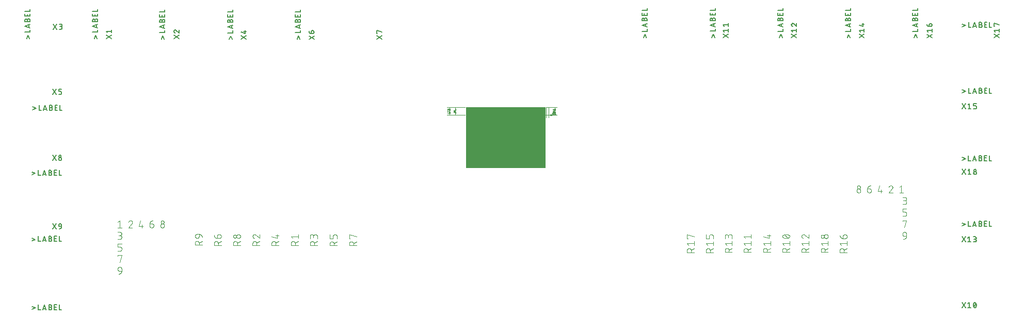
<source format=gbr>
G04 EAGLE Gerber RS-274X export*
G75*
%MOMM*%
%FSLAX34Y34*%
%LPD*%
%INSilkscreen Top*%
%IPPOS*%
%AMOC8*
5,1,8,0,0,1.08239X$1,22.5*%
G01*
%ADD10R,13.081000X10.033000*%
%ADD11C,0.025400*%
%ADD12C,0.101600*%
%ADD13C,0.177800*%


D10*
X791305Y774065D03*
D11*
X723900Y824230D02*
X704596Y824230D01*
X704596Y811530D02*
X723900Y811530D01*
X708406Y811657D02*
X708406Y824103D01*
X707782Y819150D01*
X709030Y819150D01*
X708406Y824103D01*
X708152Y819150D01*
X708660Y819150D02*
X708406Y824103D01*
X707782Y816610D02*
X708406Y811657D01*
X707782Y816610D02*
X709030Y816610D01*
X708406Y811657D01*
X708152Y816610D01*
X708660Y816610D02*
X708406Y811657D01*
X707390Y815954D02*
X707390Y816716D01*
X707388Y816760D01*
X707382Y816804D01*
X707373Y816847D01*
X707359Y816890D01*
X707342Y816931D01*
X707322Y816970D01*
X707298Y817007D01*
X707271Y817043D01*
X707241Y817075D01*
X707209Y817105D01*
X707173Y817132D01*
X707136Y817156D01*
X707097Y817176D01*
X707056Y817193D01*
X707013Y817207D01*
X706970Y817216D01*
X706926Y817222D01*
X706882Y817224D01*
X706628Y817224D01*
X706584Y817222D01*
X706540Y817216D01*
X706497Y817207D01*
X706454Y817193D01*
X706413Y817176D01*
X706374Y817156D01*
X706337Y817132D01*
X706301Y817105D01*
X706269Y817075D01*
X706239Y817043D01*
X706212Y817007D01*
X706188Y816970D01*
X706168Y816931D01*
X706151Y816890D01*
X706137Y816847D01*
X706128Y816804D01*
X706122Y816760D01*
X706120Y816716D01*
X706120Y815954D01*
X705104Y815954D01*
X705104Y817224D01*
X705421Y818431D02*
X705499Y818395D01*
X705578Y818363D01*
X705659Y818334D01*
X705741Y818309D01*
X705823Y818288D01*
X705907Y818271D01*
X705991Y818257D01*
X706076Y818248D01*
X706162Y818242D01*
X706247Y818240D01*
X705422Y818430D02*
X705383Y818446D01*
X705346Y818464D01*
X705310Y818486D01*
X705277Y818511D01*
X705246Y818539D01*
X705217Y818569D01*
X705192Y818602D01*
X705169Y818637D01*
X705149Y818674D01*
X705133Y818712D01*
X705121Y818752D01*
X705111Y818792D01*
X705106Y818833D01*
X705104Y818875D01*
X705106Y818917D01*
X705111Y818958D01*
X705121Y818998D01*
X705133Y819038D01*
X705149Y819076D01*
X705169Y819113D01*
X705192Y819148D01*
X705217Y819181D01*
X705246Y819211D01*
X705277Y819239D01*
X705310Y819264D01*
X705346Y819286D01*
X705383Y819304D01*
X705422Y819320D01*
X705421Y819319D02*
X705499Y819355D01*
X705578Y819387D01*
X705659Y819416D01*
X705741Y819441D01*
X705823Y819462D01*
X705907Y819479D01*
X705991Y819493D01*
X706076Y819502D01*
X706162Y819508D01*
X706247Y819510D01*
X706247Y818240D02*
X706332Y818242D01*
X706418Y818248D01*
X706503Y818257D01*
X706587Y818271D01*
X706671Y818288D01*
X706753Y818309D01*
X706835Y818334D01*
X706916Y818363D01*
X706995Y818395D01*
X707073Y818431D01*
X707072Y818430D02*
X707111Y818446D01*
X707148Y818464D01*
X707184Y818486D01*
X707217Y818511D01*
X707248Y818539D01*
X707277Y818569D01*
X707302Y818602D01*
X707325Y818637D01*
X707345Y818674D01*
X707361Y818712D01*
X707373Y818752D01*
X707383Y818792D01*
X707388Y818833D01*
X707390Y818875D01*
X707073Y819319D02*
X706995Y819355D01*
X706916Y819387D01*
X706835Y819416D01*
X706753Y819441D01*
X706671Y819462D01*
X706587Y819479D01*
X706503Y819493D01*
X706418Y819502D01*
X706332Y819508D01*
X706247Y819510D01*
X707072Y819320D02*
X707111Y819304D01*
X707148Y819286D01*
X707184Y819264D01*
X707217Y819239D01*
X707248Y819211D01*
X707277Y819181D01*
X707302Y819148D01*
X707325Y819113D01*
X707345Y819076D01*
X707361Y819038D01*
X707373Y818998D01*
X707383Y818958D01*
X707388Y818917D01*
X707390Y818875D01*
X706882Y818367D02*
X705612Y819383D01*
X694690Y824230D02*
X723900Y824230D01*
X723900Y811530D02*
X694690Y811530D01*
X698500Y811657D02*
X698500Y824103D01*
X697876Y819150D01*
X699124Y819150D01*
X698500Y824103D01*
X698246Y819150D01*
X698754Y819150D02*
X698500Y824103D01*
X697876Y816610D02*
X698500Y811657D01*
X697876Y816610D02*
X699124Y816610D01*
X698500Y811657D01*
X698246Y816610D01*
X698754Y816610D02*
X698500Y811657D01*
X695706Y813901D02*
X695198Y814536D01*
X697484Y814536D01*
X697484Y813901D02*
X697484Y815171D01*
X695198Y816886D02*
X695200Y816931D01*
X695205Y816975D01*
X695214Y817020D01*
X695226Y817063D01*
X695242Y817105D01*
X695260Y817146D01*
X695282Y817185D01*
X695307Y817222D01*
X695335Y817257D01*
X695366Y817290D01*
X695399Y817321D01*
X695434Y817349D01*
X695471Y817374D01*
X695510Y817396D01*
X695551Y817414D01*
X695593Y817430D01*
X695636Y817442D01*
X695681Y817451D01*
X695725Y817456D01*
X695770Y817458D01*
X695198Y816886D02*
X695200Y816835D01*
X695205Y816784D01*
X695214Y816733D01*
X695226Y816684D01*
X695242Y816635D01*
X695262Y816587D01*
X695284Y816541D01*
X695310Y816497D01*
X695338Y816454D01*
X695370Y816414D01*
X695404Y816376D01*
X695441Y816340D01*
X695481Y816307D01*
X695522Y816277D01*
X695566Y816250D01*
X695611Y816226D01*
X695658Y816205D01*
X695706Y816188D01*
X696215Y817266D02*
X696182Y817298D01*
X696148Y817327D01*
X696111Y817354D01*
X696073Y817377D01*
X696032Y817398D01*
X695991Y817416D01*
X695948Y817431D01*
X695905Y817442D01*
X695860Y817450D01*
X695815Y817455D01*
X695770Y817457D01*
X696214Y817267D02*
X697484Y816187D01*
X697484Y817457D01*
X695452Y818473D02*
X695198Y818473D01*
X695198Y819743D01*
X697484Y819108D01*
X696341Y820759D02*
X696256Y820761D01*
X696170Y820767D01*
X696085Y820776D01*
X696001Y820790D01*
X695917Y820807D01*
X695835Y820828D01*
X695753Y820853D01*
X695672Y820882D01*
X695593Y820914D01*
X695515Y820950D01*
X695516Y820949D02*
X695477Y820965D01*
X695440Y820983D01*
X695404Y821005D01*
X695371Y821030D01*
X695340Y821058D01*
X695311Y821088D01*
X695286Y821121D01*
X695263Y821156D01*
X695243Y821193D01*
X695227Y821231D01*
X695215Y821271D01*
X695205Y821311D01*
X695200Y821352D01*
X695198Y821394D01*
X695200Y821436D01*
X695205Y821477D01*
X695215Y821517D01*
X695227Y821557D01*
X695243Y821595D01*
X695263Y821632D01*
X695286Y821667D01*
X695311Y821700D01*
X695340Y821730D01*
X695371Y821758D01*
X695404Y821783D01*
X695440Y821805D01*
X695477Y821823D01*
X695516Y821839D01*
X695515Y821838D02*
X695593Y821874D01*
X695672Y821906D01*
X695753Y821935D01*
X695835Y821960D01*
X695917Y821981D01*
X696001Y821998D01*
X696085Y822012D01*
X696170Y822021D01*
X696256Y822027D01*
X696341Y822029D01*
X696341Y820759D02*
X696426Y820761D01*
X696512Y820767D01*
X696597Y820776D01*
X696681Y820790D01*
X696765Y820807D01*
X696847Y820828D01*
X696929Y820853D01*
X697010Y820882D01*
X697089Y820914D01*
X697167Y820950D01*
X697166Y820949D02*
X697205Y820965D01*
X697242Y820983D01*
X697278Y821005D01*
X697311Y821030D01*
X697342Y821058D01*
X697371Y821088D01*
X697396Y821121D01*
X697419Y821156D01*
X697439Y821193D01*
X697455Y821231D01*
X697467Y821271D01*
X697477Y821311D01*
X697482Y821352D01*
X697484Y821394D01*
X697167Y821838D02*
X697089Y821874D01*
X697010Y821906D01*
X696929Y821935D01*
X696847Y821960D01*
X696765Y821981D01*
X696681Y821998D01*
X696597Y822012D01*
X696512Y822021D01*
X696426Y822027D01*
X696341Y822029D01*
X697166Y821839D02*
X697205Y821823D01*
X697242Y821805D01*
X697278Y821783D01*
X697311Y821758D01*
X697342Y821730D01*
X697371Y821700D01*
X697396Y821667D01*
X697419Y821632D01*
X697439Y821595D01*
X697455Y821557D01*
X697467Y821517D01*
X697477Y821477D01*
X697482Y821436D01*
X697484Y821394D01*
X696976Y820886D02*
X695706Y821902D01*
X856710Y824230D02*
X875037Y824216D01*
X875027Y811516D02*
X856700Y811530D01*
X871217Y811646D02*
X871227Y824092D01*
X870599Y819139D01*
X871847Y819138D01*
X871227Y824092D01*
X870969Y819139D01*
X871477Y819138D02*
X871227Y824092D01*
X870597Y816599D02*
X871217Y811646D01*
X870597Y816599D02*
X871845Y816598D01*
X871217Y811646D01*
X870967Y816599D01*
X871475Y816598D02*
X871217Y811646D01*
X870203Y814426D02*
X870205Y815188D01*
X870203Y815232D01*
X870197Y815276D01*
X870188Y815320D01*
X870175Y815362D01*
X870158Y815403D01*
X870137Y815442D01*
X870114Y815480D01*
X870087Y815515D01*
X870057Y815548D01*
X870024Y815578D01*
X869989Y815605D01*
X869952Y815629D01*
X869912Y815649D01*
X869872Y815666D01*
X869829Y815679D01*
X869786Y815689D01*
X869742Y815695D01*
X869698Y815697D01*
X869444Y815697D01*
X869400Y815695D01*
X869356Y815689D01*
X869312Y815680D01*
X869270Y815667D01*
X869229Y815650D01*
X869190Y815629D01*
X869152Y815606D01*
X869117Y815579D01*
X869084Y815549D01*
X869054Y815516D01*
X869027Y815481D01*
X869003Y815444D01*
X868983Y815404D01*
X868966Y815364D01*
X868953Y815321D01*
X868943Y815278D01*
X868937Y815234D01*
X868935Y815190D01*
X868933Y814428D01*
X867917Y814430D01*
X867920Y815700D01*
X868239Y816906D02*
X868317Y816870D01*
X868396Y816838D01*
X868477Y816809D01*
X868558Y816784D01*
X868641Y816763D01*
X868725Y816746D01*
X868809Y816732D01*
X868894Y816722D01*
X868979Y816716D01*
X869065Y816714D01*
X868239Y816906D02*
X868200Y816921D01*
X868163Y816940D01*
X868127Y816962D01*
X868094Y816986D01*
X868063Y817014D01*
X868035Y817045D01*
X868009Y817077D01*
X867986Y817112D01*
X867967Y817149D01*
X867951Y817188D01*
X867938Y817227D01*
X867929Y817268D01*
X867924Y817309D01*
X867922Y817351D01*
X867924Y817392D01*
X867930Y817434D01*
X867939Y817474D01*
X867952Y817514D01*
X867968Y817552D01*
X867987Y817589D01*
X868010Y817624D01*
X868036Y817657D01*
X868064Y817687D01*
X868095Y817715D01*
X868129Y817739D01*
X868164Y817761D01*
X868202Y817780D01*
X868240Y817795D01*
X868318Y817830D01*
X868397Y817862D01*
X868478Y817891D01*
X868560Y817916D01*
X868643Y817936D01*
X868726Y817954D01*
X868811Y817967D01*
X868896Y817977D01*
X868981Y817982D01*
X869066Y817984D01*
X869065Y816714D02*
X869150Y816716D01*
X869235Y816721D01*
X869320Y816731D01*
X869405Y816744D01*
X869488Y816762D01*
X869571Y816782D01*
X869653Y816807D01*
X869734Y816836D01*
X869813Y816868D01*
X869891Y816903D01*
X869929Y816918D01*
X869967Y816937D01*
X870002Y816959D01*
X870036Y816983D01*
X870067Y817011D01*
X870095Y817041D01*
X870121Y817074D01*
X870144Y817109D01*
X870163Y817146D01*
X870180Y817184D01*
X870192Y817224D01*
X870201Y817264D01*
X870207Y817306D01*
X870209Y817347D01*
X869892Y817792D02*
X869814Y817828D01*
X869735Y817860D01*
X869654Y817889D01*
X869573Y817914D01*
X869490Y817935D01*
X869406Y817952D01*
X869322Y817966D01*
X869237Y817976D01*
X869152Y817982D01*
X869066Y817984D01*
X869892Y817792D02*
X869931Y817777D01*
X869968Y817758D01*
X870004Y817736D01*
X870037Y817712D01*
X870068Y817684D01*
X870096Y817653D01*
X870122Y817621D01*
X870145Y817586D01*
X870164Y817549D01*
X870180Y817510D01*
X870193Y817471D01*
X870202Y817430D01*
X870207Y817389D01*
X870209Y817347D01*
X869700Y816840D02*
X868431Y817858D01*
X870084Y818884D02*
X870211Y818884D01*
X870084Y818884D02*
X870084Y819011D01*
X870211Y819011D01*
X870211Y818884D01*
X869070Y819914D02*
X868984Y819916D01*
X868899Y819922D01*
X868814Y819932D01*
X868730Y819946D01*
X868646Y819963D01*
X868563Y819984D01*
X868482Y820009D01*
X868401Y820038D01*
X868322Y820070D01*
X868244Y820106D01*
X868245Y820106D02*
X868206Y820121D01*
X868169Y820140D01*
X868133Y820162D01*
X868100Y820186D01*
X868069Y820214D01*
X868041Y820245D01*
X868015Y820277D01*
X867992Y820312D01*
X867973Y820349D01*
X867957Y820388D01*
X867944Y820427D01*
X867935Y820468D01*
X867930Y820509D01*
X867928Y820551D01*
X867930Y820592D01*
X867936Y820634D01*
X867945Y820674D01*
X867958Y820714D01*
X867974Y820752D01*
X867993Y820789D01*
X868016Y820824D01*
X868042Y820857D01*
X868070Y820887D01*
X868101Y820915D01*
X868135Y820939D01*
X868170Y820961D01*
X868208Y820980D01*
X868246Y820995D01*
X868324Y821030D01*
X868403Y821062D01*
X868484Y821091D01*
X868566Y821116D01*
X868649Y821136D01*
X868732Y821154D01*
X868817Y821167D01*
X868902Y821177D01*
X868987Y821182D01*
X869072Y821184D01*
X869070Y819914D02*
X869155Y819916D01*
X869240Y819921D01*
X869325Y819931D01*
X869410Y819944D01*
X869493Y819962D01*
X869576Y819982D01*
X869658Y820007D01*
X869739Y820036D01*
X869818Y820068D01*
X869896Y820103D01*
X869934Y820118D01*
X869972Y820137D01*
X870007Y820159D01*
X870041Y820183D01*
X870072Y820211D01*
X870100Y820241D01*
X870126Y820274D01*
X870149Y820309D01*
X870168Y820346D01*
X870185Y820384D01*
X870197Y820424D01*
X870206Y820464D01*
X870212Y820506D01*
X870214Y820547D01*
X869898Y820993D02*
X869820Y821029D01*
X869741Y821061D01*
X869660Y821090D01*
X869579Y821115D01*
X869496Y821136D01*
X869412Y821153D01*
X869328Y821167D01*
X869243Y821177D01*
X869158Y821183D01*
X869072Y821185D01*
X869897Y820992D02*
X869936Y820977D01*
X869973Y820958D01*
X870009Y820936D01*
X870042Y820912D01*
X870073Y820884D01*
X870101Y820853D01*
X870127Y820821D01*
X870150Y820786D01*
X870169Y820749D01*
X870185Y820710D01*
X870198Y820671D01*
X870207Y820630D01*
X870212Y820589D01*
X870214Y820547D01*
X869705Y820040D02*
X868437Y821058D01*
X856710Y824230D02*
X856710Y807720D01*
X861314Y807720D02*
X861314Y824230D01*
X856583Y811530D02*
X846550Y811530D01*
X861441Y811530D02*
X873535Y811530D01*
X856583Y811530D02*
X851630Y812154D01*
X851630Y810906D01*
X856583Y811530D01*
X851630Y811784D01*
X851630Y811276D02*
X856583Y811530D01*
X861441Y811530D02*
X866394Y812154D01*
X866394Y810906D01*
X861441Y811530D01*
X866394Y811784D01*
X866394Y811276D02*
X861441Y811530D01*
X866521Y814324D02*
X867156Y814832D01*
X867156Y812546D01*
X866521Y812546D02*
X867791Y812546D01*
X868807Y813181D02*
X868809Y813230D01*
X868814Y813278D01*
X868824Y813326D01*
X868837Y813373D01*
X868853Y813418D01*
X868873Y813463D01*
X868896Y813505D01*
X868923Y813546D01*
X868952Y813585D01*
X868984Y813621D01*
X869020Y813655D01*
X869057Y813686D01*
X869097Y813714D01*
X869139Y813739D01*
X869182Y813760D01*
X869227Y813779D01*
X869274Y813793D01*
X869321Y813804D01*
X869369Y813812D01*
X869418Y813816D01*
X869466Y813816D01*
X869515Y813812D01*
X869563Y813804D01*
X869610Y813793D01*
X869657Y813779D01*
X869702Y813760D01*
X869745Y813739D01*
X869787Y813714D01*
X869827Y813686D01*
X869864Y813655D01*
X869900Y813621D01*
X869932Y813585D01*
X869961Y813546D01*
X869988Y813505D01*
X870011Y813463D01*
X870031Y813418D01*
X870047Y813373D01*
X870060Y813326D01*
X870070Y813278D01*
X870075Y813230D01*
X870077Y813181D01*
X870075Y813132D01*
X870070Y813084D01*
X870060Y813036D01*
X870047Y812989D01*
X870031Y812944D01*
X870011Y812899D01*
X869988Y812857D01*
X869961Y812816D01*
X869932Y812777D01*
X869900Y812741D01*
X869864Y812707D01*
X869827Y812676D01*
X869787Y812648D01*
X869745Y812623D01*
X869702Y812602D01*
X869657Y812583D01*
X869610Y812569D01*
X869563Y812558D01*
X869515Y812550D01*
X869466Y812546D01*
X869418Y812546D01*
X869369Y812550D01*
X869321Y812558D01*
X869274Y812569D01*
X869227Y812583D01*
X869182Y812602D01*
X869139Y812623D01*
X869097Y812648D01*
X869057Y812676D01*
X869020Y812707D01*
X868984Y812741D01*
X868952Y812777D01*
X868923Y812816D01*
X868896Y812857D01*
X868873Y812899D01*
X868853Y812944D01*
X868837Y812989D01*
X868824Y813036D01*
X868814Y813084D01*
X868809Y813132D01*
X868807Y813181D01*
X868934Y814324D02*
X868936Y814368D01*
X868942Y814412D01*
X868951Y814455D01*
X868965Y814498D01*
X868982Y814539D01*
X869002Y814578D01*
X869026Y814615D01*
X869053Y814651D01*
X869083Y814683D01*
X869115Y814713D01*
X869151Y814740D01*
X869188Y814764D01*
X869227Y814784D01*
X869268Y814801D01*
X869311Y814815D01*
X869354Y814824D01*
X869398Y814830D01*
X869442Y814832D01*
X869486Y814830D01*
X869530Y814824D01*
X869573Y814815D01*
X869616Y814801D01*
X869657Y814784D01*
X869696Y814764D01*
X869733Y814740D01*
X869769Y814713D01*
X869801Y814683D01*
X869831Y814651D01*
X869858Y814615D01*
X869882Y814578D01*
X869902Y814539D01*
X869919Y814498D01*
X869933Y814455D01*
X869942Y814412D01*
X869948Y814368D01*
X869950Y814324D01*
X869948Y814280D01*
X869942Y814236D01*
X869933Y814193D01*
X869919Y814150D01*
X869902Y814109D01*
X869882Y814070D01*
X869858Y814033D01*
X869831Y813997D01*
X869801Y813965D01*
X869769Y813935D01*
X869733Y813908D01*
X869696Y813884D01*
X869657Y813864D01*
X869616Y813847D01*
X869573Y813833D01*
X869530Y813824D01*
X869486Y813818D01*
X869442Y813816D01*
X869398Y813818D01*
X869354Y813824D01*
X869311Y813833D01*
X869268Y813847D01*
X869227Y813864D01*
X869188Y813884D01*
X869151Y813908D01*
X869115Y813935D01*
X869083Y813965D01*
X869053Y813997D01*
X869026Y814033D01*
X869002Y814070D01*
X868982Y814109D01*
X868965Y814150D01*
X868951Y814193D01*
X868942Y814236D01*
X868936Y814280D01*
X868934Y814324D01*
X870979Y812673D02*
X870979Y812546D01*
X870979Y812673D02*
X871106Y812673D01*
X871106Y812546D01*
X870979Y812546D01*
X872007Y814324D02*
X872642Y814832D01*
X872642Y812546D01*
X872007Y812546D02*
X873277Y812546D01*
D12*
X157500Y638073D02*
X154254Y635477D01*
X157500Y638073D02*
X157500Y626389D01*
X160745Y626389D02*
X154254Y626389D01*
X175350Y638073D02*
X175457Y638071D01*
X175563Y638065D01*
X175669Y638055D01*
X175775Y638042D01*
X175881Y638024D01*
X175985Y638003D01*
X176089Y637978D01*
X176192Y637949D01*
X176293Y637917D01*
X176393Y637880D01*
X176492Y637840D01*
X176590Y637797D01*
X176686Y637750D01*
X176780Y637699D01*
X176872Y637645D01*
X176962Y637588D01*
X177050Y637528D01*
X177135Y637464D01*
X177218Y637397D01*
X177299Y637327D01*
X177377Y637255D01*
X177453Y637179D01*
X177525Y637101D01*
X177595Y637020D01*
X177662Y636937D01*
X177726Y636852D01*
X177786Y636764D01*
X177843Y636674D01*
X177897Y636582D01*
X177948Y636488D01*
X177995Y636392D01*
X178038Y636294D01*
X178078Y636195D01*
X178115Y636095D01*
X178147Y635994D01*
X178176Y635891D01*
X178201Y635787D01*
X178222Y635683D01*
X178240Y635577D01*
X178253Y635471D01*
X178263Y635365D01*
X178269Y635259D01*
X178271Y635152D01*
X175350Y638074D02*
X175229Y638072D01*
X175108Y638066D01*
X174988Y638056D01*
X174867Y638043D01*
X174748Y638025D01*
X174628Y638004D01*
X174510Y637979D01*
X174393Y637950D01*
X174276Y637917D01*
X174161Y637881D01*
X174047Y637840D01*
X173934Y637797D01*
X173822Y637749D01*
X173713Y637698D01*
X173605Y637643D01*
X173498Y637585D01*
X173394Y637524D01*
X173292Y637459D01*
X173192Y637391D01*
X173094Y637320D01*
X172998Y637246D01*
X172905Y637169D01*
X172815Y637088D01*
X172727Y637005D01*
X172642Y636919D01*
X172559Y636830D01*
X172480Y636739D01*
X172403Y636645D01*
X172330Y636549D01*
X172260Y636451D01*
X172193Y636350D01*
X172129Y636247D01*
X172069Y636142D01*
X172012Y636035D01*
X171958Y635927D01*
X171908Y635817D01*
X171862Y635705D01*
X171819Y635592D01*
X171780Y635477D01*
X177298Y632880D02*
X177377Y632957D01*
X177453Y633038D01*
X177526Y633121D01*
X177596Y633206D01*
X177663Y633294D01*
X177727Y633384D01*
X177787Y633476D01*
X177844Y633571D01*
X177898Y633667D01*
X177949Y633765D01*
X177996Y633865D01*
X178040Y633967D01*
X178080Y634070D01*
X178116Y634174D01*
X178148Y634280D01*
X178177Y634386D01*
X178202Y634494D01*
X178224Y634602D01*
X178241Y634712D01*
X178255Y634821D01*
X178264Y634931D01*
X178270Y635042D01*
X178272Y635152D01*
X177298Y632881D02*
X171780Y626389D01*
X178271Y626389D01*
X189306Y628986D02*
X191903Y638073D01*
X189306Y628986D02*
X195797Y628986D01*
X193850Y631582D02*
X193850Y626389D01*
X206832Y632881D02*
X210727Y632881D01*
X210727Y632880D02*
X210826Y632878D01*
X210926Y632872D01*
X211025Y632863D01*
X211123Y632850D01*
X211221Y632833D01*
X211319Y632812D01*
X211415Y632787D01*
X211510Y632759D01*
X211604Y632727D01*
X211697Y632692D01*
X211789Y632653D01*
X211879Y632610D01*
X211967Y632565D01*
X212054Y632515D01*
X212138Y632463D01*
X212221Y632407D01*
X212301Y632349D01*
X212379Y632287D01*
X212454Y632222D01*
X212527Y632154D01*
X212597Y632084D01*
X212665Y632011D01*
X212730Y631936D01*
X212792Y631858D01*
X212850Y631778D01*
X212906Y631695D01*
X212958Y631611D01*
X213008Y631524D01*
X213053Y631436D01*
X213096Y631346D01*
X213135Y631254D01*
X213170Y631161D01*
X213202Y631067D01*
X213230Y630972D01*
X213255Y630876D01*
X213276Y630778D01*
X213293Y630680D01*
X213306Y630582D01*
X213315Y630483D01*
X213321Y630383D01*
X213323Y630284D01*
X213323Y629635D01*
X213324Y629635D02*
X213322Y629522D01*
X213316Y629409D01*
X213306Y629296D01*
X213292Y629183D01*
X213275Y629071D01*
X213253Y628960D01*
X213228Y628850D01*
X213198Y628740D01*
X213165Y628632D01*
X213128Y628525D01*
X213088Y628419D01*
X213043Y628315D01*
X212995Y628212D01*
X212944Y628111D01*
X212889Y628012D01*
X212831Y627915D01*
X212769Y627820D01*
X212704Y627727D01*
X212636Y627637D01*
X212565Y627549D01*
X212490Y627463D01*
X212413Y627380D01*
X212333Y627300D01*
X212250Y627223D01*
X212164Y627148D01*
X212076Y627077D01*
X211986Y627009D01*
X211893Y626944D01*
X211798Y626882D01*
X211701Y626824D01*
X211602Y626769D01*
X211501Y626718D01*
X211398Y626670D01*
X211294Y626625D01*
X211188Y626585D01*
X211081Y626548D01*
X210973Y626515D01*
X210863Y626485D01*
X210753Y626460D01*
X210642Y626438D01*
X210530Y626421D01*
X210417Y626407D01*
X210304Y626397D01*
X210191Y626391D01*
X210078Y626389D01*
X209965Y626391D01*
X209852Y626397D01*
X209739Y626407D01*
X209626Y626421D01*
X209514Y626438D01*
X209403Y626460D01*
X209293Y626485D01*
X209183Y626515D01*
X209075Y626548D01*
X208968Y626585D01*
X208862Y626625D01*
X208758Y626670D01*
X208655Y626718D01*
X208554Y626769D01*
X208455Y626824D01*
X208358Y626882D01*
X208263Y626944D01*
X208170Y627009D01*
X208080Y627077D01*
X207992Y627148D01*
X207906Y627223D01*
X207823Y627300D01*
X207743Y627380D01*
X207666Y627463D01*
X207591Y627549D01*
X207520Y627637D01*
X207452Y627727D01*
X207387Y627820D01*
X207325Y627915D01*
X207267Y628012D01*
X207212Y628111D01*
X207161Y628212D01*
X207113Y628315D01*
X207068Y628419D01*
X207028Y628525D01*
X206991Y628632D01*
X206958Y628740D01*
X206928Y628850D01*
X206903Y628960D01*
X206881Y629071D01*
X206864Y629183D01*
X206850Y629296D01*
X206840Y629409D01*
X206834Y629522D01*
X206832Y629635D01*
X206832Y632881D01*
X206834Y633024D01*
X206840Y633167D01*
X206850Y633310D01*
X206864Y633452D01*
X206881Y633594D01*
X206903Y633736D01*
X206928Y633877D01*
X206958Y634017D01*
X206991Y634156D01*
X207028Y634294D01*
X207069Y634431D01*
X207113Y634567D01*
X207162Y634702D01*
X207214Y634835D01*
X207269Y634967D01*
X207329Y635097D01*
X207392Y635226D01*
X207458Y635353D01*
X207528Y635477D01*
X207601Y635600D01*
X207678Y635721D01*
X207758Y635840D01*
X207841Y635956D01*
X207927Y636071D01*
X208016Y636182D01*
X208109Y636292D01*
X208204Y636398D01*
X208303Y636502D01*
X208404Y636603D01*
X208508Y636702D01*
X208614Y636797D01*
X208724Y636890D01*
X208835Y636979D01*
X208950Y637065D01*
X209066Y637148D01*
X209185Y637228D01*
X209306Y637305D01*
X209428Y637378D01*
X209553Y637448D01*
X209680Y637514D01*
X209809Y637577D01*
X209939Y637637D01*
X210071Y637692D01*
X210204Y637744D01*
X210339Y637793D01*
X210475Y637837D01*
X210612Y637878D01*
X210750Y637915D01*
X210889Y637948D01*
X211029Y637978D01*
X211170Y638003D01*
X211312Y638025D01*
X211454Y638042D01*
X211596Y638056D01*
X211739Y638066D01*
X211882Y638072D01*
X212025Y638074D01*
X224358Y629635D02*
X224360Y629748D01*
X224366Y629861D01*
X224376Y629974D01*
X224390Y630087D01*
X224407Y630199D01*
X224429Y630310D01*
X224454Y630420D01*
X224484Y630530D01*
X224517Y630638D01*
X224554Y630745D01*
X224594Y630851D01*
X224639Y630955D01*
X224687Y631058D01*
X224738Y631159D01*
X224793Y631258D01*
X224851Y631355D01*
X224913Y631450D01*
X224978Y631543D01*
X225046Y631633D01*
X225117Y631721D01*
X225192Y631807D01*
X225269Y631890D01*
X225349Y631970D01*
X225432Y632047D01*
X225518Y632122D01*
X225606Y632193D01*
X225696Y632261D01*
X225789Y632326D01*
X225884Y632388D01*
X225981Y632446D01*
X226080Y632501D01*
X226181Y632552D01*
X226284Y632600D01*
X226388Y632645D01*
X226494Y632685D01*
X226601Y632722D01*
X226709Y632755D01*
X226819Y632785D01*
X226929Y632810D01*
X227040Y632832D01*
X227152Y632849D01*
X227265Y632863D01*
X227378Y632873D01*
X227491Y632879D01*
X227604Y632881D01*
X227717Y632879D01*
X227830Y632873D01*
X227943Y632863D01*
X228056Y632849D01*
X228168Y632832D01*
X228279Y632810D01*
X228389Y632785D01*
X228499Y632755D01*
X228607Y632722D01*
X228714Y632685D01*
X228820Y632645D01*
X228924Y632600D01*
X229027Y632552D01*
X229128Y632501D01*
X229227Y632446D01*
X229324Y632388D01*
X229419Y632326D01*
X229512Y632261D01*
X229602Y632193D01*
X229690Y632122D01*
X229776Y632047D01*
X229859Y631970D01*
X229939Y631890D01*
X230016Y631807D01*
X230091Y631721D01*
X230162Y631633D01*
X230230Y631543D01*
X230295Y631450D01*
X230357Y631355D01*
X230415Y631258D01*
X230470Y631159D01*
X230521Y631058D01*
X230569Y630955D01*
X230614Y630851D01*
X230654Y630745D01*
X230691Y630638D01*
X230724Y630530D01*
X230754Y630420D01*
X230779Y630310D01*
X230801Y630199D01*
X230818Y630087D01*
X230832Y629974D01*
X230842Y629861D01*
X230848Y629748D01*
X230850Y629635D01*
X230848Y629522D01*
X230842Y629409D01*
X230832Y629296D01*
X230818Y629183D01*
X230801Y629071D01*
X230779Y628960D01*
X230754Y628850D01*
X230724Y628740D01*
X230691Y628632D01*
X230654Y628525D01*
X230614Y628419D01*
X230569Y628315D01*
X230521Y628212D01*
X230470Y628111D01*
X230415Y628012D01*
X230357Y627915D01*
X230295Y627820D01*
X230230Y627727D01*
X230162Y627637D01*
X230091Y627549D01*
X230016Y627463D01*
X229939Y627380D01*
X229859Y627300D01*
X229776Y627223D01*
X229690Y627148D01*
X229602Y627077D01*
X229512Y627009D01*
X229419Y626944D01*
X229324Y626882D01*
X229227Y626824D01*
X229128Y626769D01*
X229027Y626718D01*
X228924Y626670D01*
X228820Y626625D01*
X228714Y626585D01*
X228607Y626548D01*
X228499Y626515D01*
X228389Y626485D01*
X228279Y626460D01*
X228168Y626438D01*
X228056Y626421D01*
X227943Y626407D01*
X227830Y626397D01*
X227717Y626391D01*
X227604Y626389D01*
X227491Y626391D01*
X227378Y626397D01*
X227265Y626407D01*
X227152Y626421D01*
X227040Y626438D01*
X226929Y626460D01*
X226819Y626485D01*
X226709Y626515D01*
X226601Y626548D01*
X226494Y626585D01*
X226388Y626625D01*
X226284Y626670D01*
X226181Y626718D01*
X226080Y626769D01*
X225981Y626824D01*
X225884Y626882D01*
X225789Y626944D01*
X225696Y627009D01*
X225606Y627077D01*
X225518Y627148D01*
X225432Y627223D01*
X225349Y627300D01*
X225269Y627380D01*
X225192Y627463D01*
X225117Y627549D01*
X225046Y627637D01*
X224978Y627727D01*
X224913Y627820D01*
X224851Y627915D01*
X224793Y628012D01*
X224738Y628111D01*
X224687Y628212D01*
X224639Y628315D01*
X224594Y628419D01*
X224554Y628525D01*
X224517Y628632D01*
X224484Y628740D01*
X224454Y628850D01*
X224429Y628960D01*
X224407Y629071D01*
X224390Y629183D01*
X224376Y629296D01*
X224366Y629409D01*
X224360Y629522D01*
X224358Y629635D01*
X225008Y635477D02*
X225010Y635578D01*
X225016Y635678D01*
X225026Y635778D01*
X225039Y635878D01*
X225057Y635977D01*
X225078Y636076D01*
X225103Y636173D01*
X225132Y636270D01*
X225165Y636365D01*
X225201Y636459D01*
X225241Y636551D01*
X225284Y636642D01*
X225331Y636731D01*
X225381Y636818D01*
X225435Y636904D01*
X225492Y636987D01*
X225552Y637067D01*
X225615Y637146D01*
X225682Y637222D01*
X225751Y637295D01*
X225823Y637365D01*
X225897Y637433D01*
X225974Y637498D01*
X226054Y637559D01*
X226136Y637618D01*
X226220Y637673D01*
X226306Y637725D01*
X226394Y637774D01*
X226484Y637819D01*
X226576Y637861D01*
X226669Y637899D01*
X226764Y637933D01*
X226859Y637964D01*
X226956Y637991D01*
X227054Y638014D01*
X227153Y638034D01*
X227253Y638049D01*
X227353Y638061D01*
X227453Y638069D01*
X227554Y638073D01*
X227654Y638073D01*
X227755Y638069D01*
X227855Y638061D01*
X227955Y638049D01*
X228055Y638034D01*
X228154Y638014D01*
X228252Y637991D01*
X228349Y637964D01*
X228444Y637933D01*
X228539Y637899D01*
X228632Y637861D01*
X228724Y637819D01*
X228814Y637774D01*
X228902Y637725D01*
X228988Y637673D01*
X229072Y637618D01*
X229154Y637559D01*
X229234Y637498D01*
X229311Y637433D01*
X229385Y637365D01*
X229457Y637295D01*
X229526Y637222D01*
X229593Y637146D01*
X229656Y637067D01*
X229716Y636987D01*
X229773Y636904D01*
X229827Y636818D01*
X229877Y636731D01*
X229924Y636642D01*
X229967Y636551D01*
X230007Y636459D01*
X230043Y636365D01*
X230076Y636270D01*
X230105Y636173D01*
X230130Y636076D01*
X230151Y635977D01*
X230169Y635878D01*
X230182Y635778D01*
X230192Y635678D01*
X230198Y635578D01*
X230200Y635477D01*
X230198Y635376D01*
X230192Y635276D01*
X230182Y635176D01*
X230169Y635076D01*
X230151Y634977D01*
X230130Y634878D01*
X230105Y634781D01*
X230076Y634684D01*
X230043Y634589D01*
X230007Y634495D01*
X229967Y634403D01*
X229924Y634312D01*
X229877Y634223D01*
X229827Y634136D01*
X229773Y634050D01*
X229716Y633967D01*
X229656Y633887D01*
X229593Y633808D01*
X229526Y633732D01*
X229457Y633659D01*
X229385Y633589D01*
X229311Y633521D01*
X229234Y633456D01*
X229154Y633395D01*
X229072Y633336D01*
X228988Y633281D01*
X228902Y633229D01*
X228814Y633180D01*
X228724Y633135D01*
X228632Y633093D01*
X228539Y633055D01*
X228444Y633021D01*
X228349Y632990D01*
X228252Y632963D01*
X228154Y632940D01*
X228055Y632920D01*
X227955Y632905D01*
X227855Y632893D01*
X227755Y632885D01*
X227654Y632881D01*
X227554Y632881D01*
X227453Y632885D01*
X227353Y632893D01*
X227253Y632905D01*
X227153Y632920D01*
X227054Y632940D01*
X226956Y632963D01*
X226859Y632990D01*
X226764Y633021D01*
X226669Y633055D01*
X226576Y633093D01*
X226484Y633135D01*
X226394Y633180D01*
X226306Y633229D01*
X226220Y633281D01*
X226136Y633336D01*
X226054Y633395D01*
X225974Y633456D01*
X225897Y633521D01*
X225823Y633589D01*
X225751Y633659D01*
X225682Y633732D01*
X225615Y633808D01*
X225552Y633887D01*
X225492Y633967D01*
X225435Y634050D01*
X225381Y634136D01*
X225331Y634223D01*
X225284Y634312D01*
X225241Y634403D01*
X225201Y634495D01*
X225165Y634589D01*
X225132Y634684D01*
X225103Y634781D01*
X225078Y634878D01*
X225057Y634977D01*
X225039Y635076D01*
X225026Y635176D01*
X225016Y635276D01*
X225010Y635376D01*
X225008Y635477D01*
X157500Y607339D02*
X154254Y607339D01*
X157500Y607339D02*
X157613Y607341D01*
X157726Y607347D01*
X157839Y607357D01*
X157952Y607371D01*
X158064Y607388D01*
X158175Y607410D01*
X158285Y607435D01*
X158395Y607465D01*
X158503Y607498D01*
X158610Y607535D01*
X158716Y607575D01*
X158820Y607620D01*
X158923Y607668D01*
X159024Y607719D01*
X159123Y607774D01*
X159220Y607832D01*
X159315Y607894D01*
X159408Y607959D01*
X159498Y608027D01*
X159586Y608098D01*
X159672Y608173D01*
X159755Y608250D01*
X159835Y608330D01*
X159912Y608413D01*
X159987Y608499D01*
X160058Y608587D01*
X160126Y608677D01*
X160191Y608770D01*
X160253Y608865D01*
X160311Y608962D01*
X160366Y609061D01*
X160417Y609162D01*
X160465Y609265D01*
X160510Y609369D01*
X160550Y609475D01*
X160587Y609582D01*
X160620Y609690D01*
X160650Y609800D01*
X160675Y609910D01*
X160697Y610021D01*
X160714Y610133D01*
X160728Y610246D01*
X160738Y610359D01*
X160744Y610472D01*
X160746Y610585D01*
X160744Y610698D01*
X160738Y610811D01*
X160728Y610924D01*
X160714Y611037D01*
X160697Y611149D01*
X160675Y611260D01*
X160650Y611370D01*
X160620Y611480D01*
X160587Y611588D01*
X160550Y611695D01*
X160510Y611801D01*
X160465Y611905D01*
X160417Y612008D01*
X160366Y612109D01*
X160311Y612208D01*
X160253Y612305D01*
X160191Y612400D01*
X160126Y612493D01*
X160058Y612583D01*
X159987Y612671D01*
X159912Y612757D01*
X159835Y612840D01*
X159755Y612920D01*
X159672Y612997D01*
X159586Y613072D01*
X159498Y613143D01*
X159408Y613211D01*
X159315Y613276D01*
X159220Y613338D01*
X159123Y613396D01*
X159024Y613451D01*
X158923Y613502D01*
X158820Y613550D01*
X158716Y613595D01*
X158610Y613635D01*
X158503Y613672D01*
X158395Y613705D01*
X158285Y613735D01*
X158175Y613760D01*
X158064Y613782D01*
X157952Y613799D01*
X157839Y613813D01*
X157726Y613823D01*
X157613Y613829D01*
X157500Y613831D01*
X158149Y619023D02*
X154254Y619023D01*
X158149Y619023D02*
X158250Y619021D01*
X158350Y619015D01*
X158450Y619005D01*
X158550Y618992D01*
X158649Y618974D01*
X158748Y618953D01*
X158845Y618928D01*
X158942Y618899D01*
X159037Y618866D01*
X159131Y618830D01*
X159223Y618790D01*
X159314Y618747D01*
X159403Y618700D01*
X159490Y618650D01*
X159576Y618596D01*
X159659Y618539D01*
X159739Y618479D01*
X159818Y618416D01*
X159894Y618349D01*
X159967Y618280D01*
X160037Y618208D01*
X160105Y618134D01*
X160170Y618057D01*
X160231Y617977D01*
X160290Y617895D01*
X160345Y617811D01*
X160397Y617725D01*
X160446Y617637D01*
X160491Y617547D01*
X160533Y617455D01*
X160571Y617362D01*
X160605Y617267D01*
X160636Y617172D01*
X160663Y617075D01*
X160686Y616977D01*
X160706Y616878D01*
X160721Y616778D01*
X160733Y616678D01*
X160741Y616578D01*
X160745Y616477D01*
X160745Y616377D01*
X160741Y616276D01*
X160733Y616176D01*
X160721Y616076D01*
X160706Y615976D01*
X160686Y615877D01*
X160663Y615779D01*
X160636Y615682D01*
X160605Y615587D01*
X160571Y615492D01*
X160533Y615399D01*
X160491Y615307D01*
X160446Y615217D01*
X160397Y615129D01*
X160345Y615043D01*
X160290Y614959D01*
X160231Y614877D01*
X160170Y614797D01*
X160105Y614720D01*
X160037Y614646D01*
X159967Y614574D01*
X159894Y614505D01*
X159818Y614438D01*
X159739Y614375D01*
X159659Y614315D01*
X159576Y614258D01*
X159490Y614204D01*
X159403Y614154D01*
X159314Y614107D01*
X159223Y614064D01*
X159131Y614024D01*
X159037Y613988D01*
X158942Y613955D01*
X158845Y613926D01*
X158748Y613901D01*
X158649Y613880D01*
X158550Y613862D01*
X158450Y613849D01*
X158350Y613839D01*
X158250Y613833D01*
X158149Y613831D01*
X155552Y613831D01*
X154254Y588289D02*
X158149Y588289D01*
X158149Y588290D02*
X158248Y588292D01*
X158348Y588298D01*
X158447Y588307D01*
X158545Y588320D01*
X158643Y588337D01*
X158741Y588358D01*
X158837Y588383D01*
X158932Y588411D01*
X159026Y588443D01*
X159119Y588478D01*
X159211Y588517D01*
X159301Y588560D01*
X159389Y588605D01*
X159476Y588655D01*
X159560Y588707D01*
X159643Y588763D01*
X159723Y588821D01*
X159801Y588883D01*
X159876Y588948D01*
X159949Y589016D01*
X160019Y589086D01*
X160087Y589159D01*
X160152Y589234D01*
X160214Y589312D01*
X160272Y589392D01*
X160328Y589475D01*
X160380Y589559D01*
X160430Y589646D01*
X160475Y589734D01*
X160518Y589824D01*
X160557Y589916D01*
X160592Y590009D01*
X160624Y590103D01*
X160652Y590198D01*
X160677Y590294D01*
X160698Y590392D01*
X160715Y590490D01*
X160728Y590588D01*
X160737Y590687D01*
X160743Y590787D01*
X160745Y590886D01*
X160745Y592184D01*
X160743Y592283D01*
X160737Y592383D01*
X160728Y592482D01*
X160715Y592580D01*
X160698Y592678D01*
X160677Y592776D01*
X160652Y592872D01*
X160624Y592967D01*
X160592Y593061D01*
X160557Y593154D01*
X160518Y593246D01*
X160475Y593336D01*
X160430Y593424D01*
X160380Y593511D01*
X160328Y593595D01*
X160272Y593678D01*
X160214Y593758D01*
X160152Y593836D01*
X160087Y593911D01*
X160019Y593984D01*
X159949Y594054D01*
X159876Y594122D01*
X159801Y594187D01*
X159723Y594249D01*
X159643Y594307D01*
X159560Y594363D01*
X159476Y594415D01*
X159389Y594465D01*
X159301Y594510D01*
X159211Y594553D01*
X159119Y594592D01*
X159026Y594627D01*
X158932Y594659D01*
X158837Y594687D01*
X158741Y594712D01*
X158643Y594733D01*
X158545Y594750D01*
X158447Y594763D01*
X158348Y594772D01*
X158248Y594778D01*
X158149Y594780D01*
X158149Y594781D02*
X154254Y594781D01*
X154254Y599973D01*
X160745Y599973D01*
X154254Y580923D02*
X154254Y579625D01*
X154254Y580923D02*
X160745Y580923D01*
X157500Y569239D01*
X156851Y555382D02*
X160745Y555382D01*
X156851Y555383D02*
X156752Y555385D01*
X156652Y555391D01*
X156553Y555400D01*
X156455Y555413D01*
X156357Y555430D01*
X156259Y555451D01*
X156163Y555476D01*
X156068Y555504D01*
X155974Y555536D01*
X155881Y555571D01*
X155789Y555610D01*
X155699Y555653D01*
X155611Y555698D01*
X155524Y555748D01*
X155440Y555800D01*
X155357Y555856D01*
X155277Y555914D01*
X155199Y555976D01*
X155124Y556041D01*
X155051Y556109D01*
X154981Y556179D01*
X154913Y556252D01*
X154848Y556327D01*
X154786Y556405D01*
X154728Y556485D01*
X154672Y556568D01*
X154620Y556652D01*
X154570Y556739D01*
X154525Y556827D01*
X154482Y556917D01*
X154443Y557009D01*
X154408Y557102D01*
X154376Y557196D01*
X154348Y557291D01*
X154323Y557387D01*
X154302Y557485D01*
X154285Y557583D01*
X154272Y557681D01*
X154263Y557780D01*
X154257Y557880D01*
X154255Y557979D01*
X154254Y557979D02*
X154254Y558628D01*
X154256Y558741D01*
X154262Y558854D01*
X154272Y558967D01*
X154286Y559080D01*
X154303Y559192D01*
X154325Y559303D01*
X154350Y559413D01*
X154380Y559523D01*
X154413Y559631D01*
X154450Y559738D01*
X154490Y559844D01*
X154535Y559948D01*
X154583Y560051D01*
X154634Y560152D01*
X154689Y560251D01*
X154747Y560348D01*
X154809Y560443D01*
X154874Y560536D01*
X154942Y560626D01*
X155013Y560714D01*
X155088Y560800D01*
X155165Y560883D01*
X155245Y560963D01*
X155328Y561040D01*
X155414Y561115D01*
X155502Y561186D01*
X155592Y561254D01*
X155685Y561319D01*
X155780Y561381D01*
X155877Y561439D01*
X155976Y561494D01*
X156077Y561545D01*
X156180Y561593D01*
X156284Y561638D01*
X156390Y561678D01*
X156497Y561715D01*
X156605Y561748D01*
X156715Y561778D01*
X156825Y561803D01*
X156936Y561825D01*
X157048Y561842D01*
X157161Y561856D01*
X157274Y561866D01*
X157387Y561872D01*
X157500Y561874D01*
X157613Y561872D01*
X157726Y561866D01*
X157839Y561856D01*
X157952Y561842D01*
X158064Y561825D01*
X158175Y561803D01*
X158285Y561778D01*
X158395Y561748D01*
X158503Y561715D01*
X158610Y561678D01*
X158716Y561638D01*
X158820Y561593D01*
X158923Y561545D01*
X159024Y561494D01*
X159123Y561439D01*
X159220Y561381D01*
X159315Y561319D01*
X159408Y561254D01*
X159498Y561186D01*
X159586Y561115D01*
X159672Y561040D01*
X159755Y560963D01*
X159835Y560883D01*
X159912Y560800D01*
X159987Y560714D01*
X160058Y560626D01*
X160126Y560536D01*
X160191Y560443D01*
X160253Y560348D01*
X160311Y560251D01*
X160366Y560152D01*
X160417Y560051D01*
X160465Y559948D01*
X160510Y559844D01*
X160550Y559738D01*
X160587Y559631D01*
X160620Y559523D01*
X160650Y559413D01*
X160675Y559303D01*
X160697Y559192D01*
X160714Y559080D01*
X160728Y558967D01*
X160738Y558854D01*
X160744Y558741D01*
X160746Y558628D01*
X160745Y558628D02*
X160745Y555382D01*
X160743Y555239D01*
X160737Y555096D01*
X160727Y554953D01*
X160713Y554811D01*
X160696Y554669D01*
X160674Y554527D01*
X160649Y554386D01*
X160619Y554246D01*
X160586Y554107D01*
X160549Y553969D01*
X160508Y553832D01*
X160464Y553696D01*
X160415Y553561D01*
X160363Y553428D01*
X160308Y553296D01*
X160248Y553166D01*
X160185Y553037D01*
X160119Y552910D01*
X160049Y552786D01*
X159976Y552663D01*
X159899Y552542D01*
X159819Y552423D01*
X159736Y552307D01*
X159650Y552192D01*
X159561Y552081D01*
X159468Y551971D01*
X159373Y551865D01*
X159274Y551761D01*
X159173Y551660D01*
X159069Y551561D01*
X158963Y551466D01*
X158853Y551373D01*
X158742Y551284D01*
X158627Y551198D01*
X158511Y551115D01*
X158392Y551035D01*
X158271Y550958D01*
X158148Y550885D01*
X158024Y550815D01*
X157897Y550749D01*
X157768Y550686D01*
X157638Y550626D01*
X157506Y550571D01*
X157373Y550519D01*
X157238Y550470D01*
X157102Y550426D01*
X156965Y550385D01*
X156827Y550348D01*
X156688Y550315D01*
X156548Y550285D01*
X156407Y550260D01*
X156265Y550238D01*
X156123Y550221D01*
X155981Y550207D01*
X155838Y550197D01*
X155695Y550191D01*
X155552Y550189D01*
X1366520Y686988D02*
X1366522Y687101D01*
X1366528Y687214D01*
X1366538Y687327D01*
X1366552Y687440D01*
X1366569Y687552D01*
X1366591Y687663D01*
X1366616Y687773D01*
X1366646Y687883D01*
X1366679Y687991D01*
X1366716Y688098D01*
X1366756Y688204D01*
X1366801Y688308D01*
X1366849Y688411D01*
X1366900Y688512D01*
X1366955Y688611D01*
X1367013Y688708D01*
X1367075Y688803D01*
X1367140Y688896D01*
X1367208Y688986D01*
X1367279Y689074D01*
X1367354Y689160D01*
X1367431Y689243D01*
X1367511Y689323D01*
X1367594Y689400D01*
X1367680Y689475D01*
X1367768Y689546D01*
X1367858Y689614D01*
X1367951Y689679D01*
X1368046Y689741D01*
X1368143Y689799D01*
X1368242Y689854D01*
X1368343Y689905D01*
X1368446Y689953D01*
X1368550Y689998D01*
X1368656Y690038D01*
X1368763Y690075D01*
X1368871Y690108D01*
X1368981Y690138D01*
X1369091Y690163D01*
X1369202Y690185D01*
X1369314Y690202D01*
X1369427Y690216D01*
X1369540Y690226D01*
X1369653Y690232D01*
X1369766Y690234D01*
X1369879Y690232D01*
X1369992Y690226D01*
X1370105Y690216D01*
X1370218Y690202D01*
X1370330Y690185D01*
X1370441Y690163D01*
X1370551Y690138D01*
X1370661Y690108D01*
X1370769Y690075D01*
X1370876Y690038D01*
X1370982Y689998D01*
X1371086Y689953D01*
X1371189Y689905D01*
X1371290Y689854D01*
X1371389Y689799D01*
X1371486Y689741D01*
X1371581Y689679D01*
X1371674Y689614D01*
X1371764Y689546D01*
X1371852Y689475D01*
X1371938Y689400D01*
X1372021Y689323D01*
X1372101Y689243D01*
X1372178Y689160D01*
X1372253Y689074D01*
X1372324Y688986D01*
X1372392Y688896D01*
X1372457Y688803D01*
X1372519Y688708D01*
X1372577Y688611D01*
X1372632Y688512D01*
X1372683Y688411D01*
X1372731Y688308D01*
X1372776Y688204D01*
X1372816Y688098D01*
X1372853Y687991D01*
X1372886Y687883D01*
X1372916Y687773D01*
X1372941Y687663D01*
X1372963Y687552D01*
X1372980Y687440D01*
X1372994Y687327D01*
X1373004Y687214D01*
X1373010Y687101D01*
X1373012Y686988D01*
X1373010Y686875D01*
X1373004Y686762D01*
X1372994Y686649D01*
X1372980Y686536D01*
X1372963Y686424D01*
X1372941Y686313D01*
X1372916Y686203D01*
X1372886Y686093D01*
X1372853Y685985D01*
X1372816Y685878D01*
X1372776Y685772D01*
X1372731Y685668D01*
X1372683Y685565D01*
X1372632Y685464D01*
X1372577Y685365D01*
X1372519Y685268D01*
X1372457Y685173D01*
X1372392Y685080D01*
X1372324Y684990D01*
X1372253Y684902D01*
X1372178Y684816D01*
X1372101Y684733D01*
X1372021Y684653D01*
X1371938Y684576D01*
X1371852Y684501D01*
X1371764Y684430D01*
X1371674Y684362D01*
X1371581Y684297D01*
X1371486Y684235D01*
X1371389Y684177D01*
X1371290Y684122D01*
X1371189Y684071D01*
X1371086Y684023D01*
X1370982Y683978D01*
X1370876Y683938D01*
X1370769Y683901D01*
X1370661Y683868D01*
X1370551Y683838D01*
X1370441Y683813D01*
X1370330Y683791D01*
X1370218Y683774D01*
X1370105Y683760D01*
X1369992Y683750D01*
X1369879Y683744D01*
X1369766Y683742D01*
X1369653Y683744D01*
X1369540Y683750D01*
X1369427Y683760D01*
X1369314Y683774D01*
X1369202Y683791D01*
X1369091Y683813D01*
X1368981Y683838D01*
X1368871Y683868D01*
X1368763Y683901D01*
X1368656Y683938D01*
X1368550Y683978D01*
X1368446Y684023D01*
X1368343Y684071D01*
X1368242Y684122D01*
X1368143Y684177D01*
X1368046Y684235D01*
X1367951Y684297D01*
X1367858Y684362D01*
X1367768Y684430D01*
X1367680Y684501D01*
X1367594Y684576D01*
X1367511Y684653D01*
X1367431Y684733D01*
X1367354Y684816D01*
X1367279Y684902D01*
X1367208Y684990D01*
X1367140Y685080D01*
X1367075Y685173D01*
X1367013Y685268D01*
X1366955Y685365D01*
X1366900Y685464D01*
X1366849Y685565D01*
X1366801Y685668D01*
X1366756Y685772D01*
X1366716Y685878D01*
X1366679Y685985D01*
X1366646Y686093D01*
X1366616Y686203D01*
X1366591Y686313D01*
X1366569Y686424D01*
X1366552Y686536D01*
X1366538Y686649D01*
X1366528Y686762D01*
X1366522Y686875D01*
X1366520Y686988D01*
X1367170Y692830D02*
X1367172Y692931D01*
X1367178Y693031D01*
X1367188Y693131D01*
X1367201Y693231D01*
X1367219Y693330D01*
X1367240Y693429D01*
X1367265Y693526D01*
X1367294Y693623D01*
X1367327Y693718D01*
X1367363Y693812D01*
X1367403Y693904D01*
X1367446Y693995D01*
X1367493Y694084D01*
X1367543Y694171D01*
X1367597Y694257D01*
X1367654Y694340D01*
X1367714Y694420D01*
X1367777Y694499D01*
X1367844Y694575D01*
X1367913Y694648D01*
X1367985Y694718D01*
X1368059Y694786D01*
X1368136Y694851D01*
X1368216Y694912D01*
X1368298Y694971D01*
X1368382Y695026D01*
X1368468Y695078D01*
X1368556Y695127D01*
X1368646Y695172D01*
X1368738Y695214D01*
X1368831Y695252D01*
X1368926Y695286D01*
X1369021Y695317D01*
X1369118Y695344D01*
X1369216Y695367D01*
X1369315Y695387D01*
X1369415Y695402D01*
X1369515Y695414D01*
X1369615Y695422D01*
X1369716Y695426D01*
X1369816Y695426D01*
X1369917Y695422D01*
X1370017Y695414D01*
X1370117Y695402D01*
X1370217Y695387D01*
X1370316Y695367D01*
X1370414Y695344D01*
X1370511Y695317D01*
X1370606Y695286D01*
X1370701Y695252D01*
X1370794Y695214D01*
X1370886Y695172D01*
X1370976Y695127D01*
X1371064Y695078D01*
X1371150Y695026D01*
X1371234Y694971D01*
X1371316Y694912D01*
X1371396Y694851D01*
X1371473Y694786D01*
X1371547Y694718D01*
X1371619Y694648D01*
X1371688Y694575D01*
X1371755Y694499D01*
X1371818Y694420D01*
X1371878Y694340D01*
X1371935Y694257D01*
X1371989Y694171D01*
X1372039Y694084D01*
X1372086Y693995D01*
X1372129Y693904D01*
X1372169Y693812D01*
X1372205Y693718D01*
X1372238Y693623D01*
X1372267Y693526D01*
X1372292Y693429D01*
X1372313Y693330D01*
X1372331Y693231D01*
X1372344Y693131D01*
X1372354Y693031D01*
X1372360Y692931D01*
X1372362Y692830D01*
X1372360Y692729D01*
X1372354Y692629D01*
X1372344Y692529D01*
X1372331Y692429D01*
X1372313Y692330D01*
X1372292Y692231D01*
X1372267Y692134D01*
X1372238Y692037D01*
X1372205Y691942D01*
X1372169Y691848D01*
X1372129Y691756D01*
X1372086Y691665D01*
X1372039Y691576D01*
X1371989Y691489D01*
X1371935Y691403D01*
X1371878Y691320D01*
X1371818Y691240D01*
X1371755Y691161D01*
X1371688Y691085D01*
X1371619Y691012D01*
X1371547Y690942D01*
X1371473Y690874D01*
X1371396Y690809D01*
X1371316Y690748D01*
X1371234Y690689D01*
X1371150Y690634D01*
X1371064Y690582D01*
X1370976Y690533D01*
X1370886Y690488D01*
X1370794Y690446D01*
X1370701Y690408D01*
X1370606Y690374D01*
X1370511Y690343D01*
X1370414Y690316D01*
X1370316Y690293D01*
X1370217Y690273D01*
X1370117Y690258D01*
X1370017Y690246D01*
X1369917Y690238D01*
X1369816Y690234D01*
X1369716Y690234D01*
X1369615Y690238D01*
X1369515Y690246D01*
X1369415Y690258D01*
X1369315Y690273D01*
X1369216Y690293D01*
X1369118Y690316D01*
X1369021Y690343D01*
X1368926Y690374D01*
X1368831Y690408D01*
X1368738Y690446D01*
X1368646Y690488D01*
X1368556Y690533D01*
X1368468Y690582D01*
X1368382Y690634D01*
X1368298Y690689D01*
X1368216Y690748D01*
X1368136Y690809D01*
X1368059Y690874D01*
X1367985Y690942D01*
X1367913Y691012D01*
X1367844Y691085D01*
X1367777Y691161D01*
X1367714Y691240D01*
X1367654Y691320D01*
X1367597Y691403D01*
X1367543Y691489D01*
X1367493Y691576D01*
X1367446Y691665D01*
X1367403Y691756D01*
X1367363Y691848D01*
X1367327Y691942D01*
X1367294Y692037D01*
X1367265Y692134D01*
X1367240Y692231D01*
X1367219Y692330D01*
X1367201Y692429D01*
X1367188Y692529D01*
X1367178Y692629D01*
X1367172Y692729D01*
X1367170Y692830D01*
X1384046Y690234D02*
X1387941Y690234D01*
X1387941Y690233D02*
X1388040Y690231D01*
X1388140Y690225D01*
X1388239Y690216D01*
X1388337Y690203D01*
X1388435Y690186D01*
X1388533Y690165D01*
X1388629Y690140D01*
X1388724Y690112D01*
X1388818Y690080D01*
X1388911Y690045D01*
X1389003Y690006D01*
X1389093Y689963D01*
X1389181Y689918D01*
X1389268Y689868D01*
X1389352Y689816D01*
X1389435Y689760D01*
X1389515Y689702D01*
X1389593Y689640D01*
X1389668Y689575D01*
X1389741Y689507D01*
X1389811Y689437D01*
X1389879Y689364D01*
X1389944Y689289D01*
X1390006Y689211D01*
X1390064Y689131D01*
X1390120Y689048D01*
X1390172Y688964D01*
X1390222Y688877D01*
X1390267Y688789D01*
X1390310Y688699D01*
X1390349Y688607D01*
X1390384Y688514D01*
X1390416Y688420D01*
X1390444Y688325D01*
X1390469Y688229D01*
X1390490Y688131D01*
X1390507Y688033D01*
X1390520Y687935D01*
X1390529Y687836D01*
X1390535Y687736D01*
X1390537Y687637D01*
X1390537Y686988D01*
X1390538Y686988D02*
X1390536Y686875D01*
X1390530Y686762D01*
X1390520Y686649D01*
X1390506Y686536D01*
X1390489Y686424D01*
X1390467Y686313D01*
X1390442Y686203D01*
X1390412Y686093D01*
X1390379Y685985D01*
X1390342Y685878D01*
X1390302Y685772D01*
X1390257Y685668D01*
X1390209Y685565D01*
X1390158Y685464D01*
X1390103Y685365D01*
X1390045Y685268D01*
X1389983Y685173D01*
X1389918Y685080D01*
X1389850Y684990D01*
X1389779Y684902D01*
X1389704Y684816D01*
X1389627Y684733D01*
X1389547Y684653D01*
X1389464Y684576D01*
X1389378Y684501D01*
X1389290Y684430D01*
X1389200Y684362D01*
X1389107Y684297D01*
X1389012Y684235D01*
X1388915Y684177D01*
X1388816Y684122D01*
X1388715Y684071D01*
X1388612Y684023D01*
X1388508Y683978D01*
X1388402Y683938D01*
X1388295Y683901D01*
X1388187Y683868D01*
X1388077Y683838D01*
X1387967Y683813D01*
X1387856Y683791D01*
X1387744Y683774D01*
X1387631Y683760D01*
X1387518Y683750D01*
X1387405Y683744D01*
X1387292Y683742D01*
X1387179Y683744D01*
X1387066Y683750D01*
X1386953Y683760D01*
X1386840Y683774D01*
X1386728Y683791D01*
X1386617Y683813D01*
X1386507Y683838D01*
X1386397Y683868D01*
X1386289Y683901D01*
X1386182Y683938D01*
X1386076Y683978D01*
X1385972Y684023D01*
X1385869Y684071D01*
X1385768Y684122D01*
X1385669Y684177D01*
X1385572Y684235D01*
X1385477Y684297D01*
X1385384Y684362D01*
X1385294Y684430D01*
X1385206Y684501D01*
X1385120Y684576D01*
X1385037Y684653D01*
X1384957Y684733D01*
X1384880Y684816D01*
X1384805Y684902D01*
X1384734Y684990D01*
X1384666Y685080D01*
X1384601Y685173D01*
X1384539Y685268D01*
X1384481Y685365D01*
X1384426Y685464D01*
X1384375Y685565D01*
X1384327Y685668D01*
X1384282Y685772D01*
X1384242Y685878D01*
X1384205Y685985D01*
X1384172Y686093D01*
X1384142Y686203D01*
X1384117Y686313D01*
X1384095Y686424D01*
X1384078Y686536D01*
X1384064Y686649D01*
X1384054Y686762D01*
X1384048Y686875D01*
X1384046Y686988D01*
X1384046Y690234D01*
X1384048Y690377D01*
X1384054Y690520D01*
X1384064Y690663D01*
X1384078Y690805D01*
X1384095Y690947D01*
X1384117Y691089D01*
X1384142Y691230D01*
X1384172Y691370D01*
X1384205Y691509D01*
X1384242Y691647D01*
X1384283Y691784D01*
X1384327Y691920D01*
X1384376Y692055D01*
X1384428Y692188D01*
X1384483Y692320D01*
X1384543Y692450D01*
X1384606Y692579D01*
X1384672Y692706D01*
X1384742Y692830D01*
X1384815Y692953D01*
X1384892Y693074D01*
X1384972Y693193D01*
X1385055Y693309D01*
X1385141Y693424D01*
X1385230Y693535D01*
X1385323Y693645D01*
X1385418Y693751D01*
X1385517Y693855D01*
X1385618Y693956D01*
X1385722Y694055D01*
X1385828Y694150D01*
X1385938Y694243D01*
X1386049Y694332D01*
X1386164Y694418D01*
X1386280Y694501D01*
X1386399Y694581D01*
X1386520Y694658D01*
X1386642Y694731D01*
X1386767Y694801D01*
X1386894Y694867D01*
X1387023Y694930D01*
X1387153Y694990D01*
X1387285Y695045D01*
X1387418Y695097D01*
X1387553Y695146D01*
X1387689Y695190D01*
X1387826Y695231D01*
X1387964Y695268D01*
X1388103Y695301D01*
X1388243Y695331D01*
X1388384Y695356D01*
X1388526Y695378D01*
X1388668Y695395D01*
X1388810Y695409D01*
X1388953Y695419D01*
X1389096Y695425D01*
X1389239Y695427D01*
X1404168Y695427D02*
X1401572Y686339D01*
X1408063Y686339D01*
X1406116Y688935D02*
X1406116Y683743D01*
X1422668Y695427D02*
X1422775Y695425D01*
X1422881Y695419D01*
X1422987Y695409D01*
X1423093Y695396D01*
X1423199Y695378D01*
X1423303Y695357D01*
X1423407Y695332D01*
X1423510Y695303D01*
X1423611Y695271D01*
X1423711Y695234D01*
X1423810Y695194D01*
X1423908Y695151D01*
X1424004Y695104D01*
X1424098Y695053D01*
X1424190Y694999D01*
X1424280Y694942D01*
X1424368Y694882D01*
X1424453Y694818D01*
X1424536Y694751D01*
X1424617Y694681D01*
X1424695Y694609D01*
X1424771Y694533D01*
X1424843Y694455D01*
X1424913Y694374D01*
X1424980Y694291D01*
X1425044Y694206D01*
X1425104Y694118D01*
X1425161Y694028D01*
X1425215Y693936D01*
X1425266Y693842D01*
X1425313Y693746D01*
X1425356Y693648D01*
X1425396Y693549D01*
X1425433Y693449D01*
X1425465Y693348D01*
X1425494Y693245D01*
X1425519Y693141D01*
X1425540Y693037D01*
X1425558Y692931D01*
X1425571Y692825D01*
X1425581Y692719D01*
X1425587Y692613D01*
X1425589Y692506D01*
X1422668Y695427D02*
X1422547Y695425D01*
X1422426Y695419D01*
X1422306Y695409D01*
X1422185Y695396D01*
X1422066Y695378D01*
X1421946Y695357D01*
X1421828Y695332D01*
X1421711Y695303D01*
X1421594Y695270D01*
X1421479Y695234D01*
X1421365Y695193D01*
X1421252Y695150D01*
X1421140Y695102D01*
X1421031Y695051D01*
X1420923Y694996D01*
X1420816Y694938D01*
X1420712Y694877D01*
X1420610Y694812D01*
X1420510Y694744D01*
X1420412Y694673D01*
X1420316Y694599D01*
X1420223Y694522D01*
X1420133Y694441D01*
X1420045Y694358D01*
X1419960Y694272D01*
X1419877Y694183D01*
X1419798Y694092D01*
X1419721Y693998D01*
X1419648Y693902D01*
X1419578Y693804D01*
X1419511Y693703D01*
X1419447Y693600D01*
X1419387Y693495D01*
X1419330Y693388D01*
X1419276Y693280D01*
X1419226Y693170D01*
X1419180Y693058D01*
X1419137Y692945D01*
X1419098Y692830D01*
X1424616Y690234D02*
X1424695Y690311D01*
X1424771Y690392D01*
X1424844Y690475D01*
X1424914Y690560D01*
X1424981Y690648D01*
X1425045Y690738D01*
X1425105Y690830D01*
X1425162Y690925D01*
X1425216Y691021D01*
X1425267Y691119D01*
X1425314Y691219D01*
X1425358Y691321D01*
X1425398Y691424D01*
X1425434Y691528D01*
X1425466Y691634D01*
X1425495Y691740D01*
X1425520Y691848D01*
X1425542Y691956D01*
X1425559Y692066D01*
X1425573Y692175D01*
X1425582Y692285D01*
X1425588Y692396D01*
X1425590Y692506D01*
X1424615Y690234D02*
X1419098Y683743D01*
X1425589Y683743D01*
X1436624Y692830D02*
X1439869Y695427D01*
X1439869Y683743D01*
X1436624Y683743D02*
X1443115Y683743D01*
X1441690Y664693D02*
X1444935Y664693D01*
X1444935Y664692D02*
X1445048Y664694D01*
X1445161Y664700D01*
X1445274Y664710D01*
X1445387Y664724D01*
X1445499Y664741D01*
X1445610Y664763D01*
X1445720Y664788D01*
X1445830Y664818D01*
X1445938Y664851D01*
X1446045Y664888D01*
X1446151Y664928D01*
X1446255Y664973D01*
X1446358Y665021D01*
X1446459Y665072D01*
X1446558Y665127D01*
X1446655Y665185D01*
X1446750Y665247D01*
X1446843Y665312D01*
X1446933Y665380D01*
X1447021Y665451D01*
X1447107Y665526D01*
X1447190Y665603D01*
X1447270Y665683D01*
X1447347Y665766D01*
X1447422Y665852D01*
X1447493Y665940D01*
X1447561Y666030D01*
X1447626Y666123D01*
X1447688Y666218D01*
X1447746Y666315D01*
X1447801Y666414D01*
X1447852Y666515D01*
X1447900Y666618D01*
X1447945Y666722D01*
X1447985Y666828D01*
X1448022Y666935D01*
X1448055Y667043D01*
X1448085Y667153D01*
X1448110Y667263D01*
X1448132Y667374D01*
X1448149Y667486D01*
X1448163Y667599D01*
X1448173Y667712D01*
X1448179Y667825D01*
X1448181Y667938D01*
X1448179Y668051D01*
X1448173Y668164D01*
X1448163Y668277D01*
X1448149Y668390D01*
X1448132Y668502D01*
X1448110Y668613D01*
X1448085Y668723D01*
X1448055Y668833D01*
X1448022Y668941D01*
X1447985Y669048D01*
X1447945Y669154D01*
X1447900Y669258D01*
X1447852Y669361D01*
X1447801Y669462D01*
X1447746Y669561D01*
X1447688Y669658D01*
X1447626Y669753D01*
X1447561Y669846D01*
X1447493Y669936D01*
X1447422Y670024D01*
X1447347Y670110D01*
X1447270Y670193D01*
X1447190Y670273D01*
X1447107Y670350D01*
X1447021Y670425D01*
X1446933Y670496D01*
X1446843Y670564D01*
X1446750Y670629D01*
X1446655Y670691D01*
X1446558Y670749D01*
X1446459Y670804D01*
X1446358Y670855D01*
X1446255Y670903D01*
X1446151Y670948D01*
X1446045Y670988D01*
X1445938Y671025D01*
X1445830Y671058D01*
X1445720Y671088D01*
X1445610Y671113D01*
X1445499Y671135D01*
X1445387Y671152D01*
X1445274Y671166D01*
X1445161Y671176D01*
X1445048Y671182D01*
X1444935Y671184D01*
X1445585Y676377D02*
X1441690Y676377D01*
X1445585Y676376D02*
X1445686Y676374D01*
X1445786Y676368D01*
X1445886Y676358D01*
X1445986Y676345D01*
X1446085Y676327D01*
X1446184Y676306D01*
X1446281Y676281D01*
X1446378Y676252D01*
X1446473Y676219D01*
X1446567Y676183D01*
X1446659Y676143D01*
X1446750Y676100D01*
X1446839Y676053D01*
X1446926Y676003D01*
X1447012Y675949D01*
X1447095Y675892D01*
X1447175Y675832D01*
X1447254Y675769D01*
X1447330Y675702D01*
X1447403Y675633D01*
X1447473Y675561D01*
X1447541Y675487D01*
X1447606Y675410D01*
X1447667Y675330D01*
X1447726Y675248D01*
X1447781Y675164D01*
X1447833Y675078D01*
X1447882Y674990D01*
X1447927Y674900D01*
X1447969Y674808D01*
X1448007Y674715D01*
X1448041Y674620D01*
X1448072Y674525D01*
X1448099Y674428D01*
X1448122Y674330D01*
X1448142Y674231D01*
X1448157Y674131D01*
X1448169Y674031D01*
X1448177Y673931D01*
X1448181Y673830D01*
X1448181Y673730D01*
X1448177Y673629D01*
X1448169Y673529D01*
X1448157Y673429D01*
X1448142Y673329D01*
X1448122Y673230D01*
X1448099Y673132D01*
X1448072Y673035D01*
X1448041Y672940D01*
X1448007Y672845D01*
X1447969Y672752D01*
X1447927Y672660D01*
X1447882Y672570D01*
X1447833Y672482D01*
X1447781Y672396D01*
X1447726Y672312D01*
X1447667Y672230D01*
X1447606Y672150D01*
X1447541Y672073D01*
X1447473Y671999D01*
X1447403Y671927D01*
X1447330Y671858D01*
X1447254Y671791D01*
X1447175Y671728D01*
X1447095Y671668D01*
X1447012Y671611D01*
X1446926Y671557D01*
X1446839Y671507D01*
X1446750Y671460D01*
X1446659Y671417D01*
X1446567Y671377D01*
X1446473Y671341D01*
X1446378Y671308D01*
X1446281Y671279D01*
X1446184Y671254D01*
X1446085Y671233D01*
X1445986Y671215D01*
X1445886Y671202D01*
X1445786Y671192D01*
X1445686Y671186D01*
X1445585Y671184D01*
X1442988Y671184D01*
X1441690Y645643D02*
X1445585Y645643D01*
X1445684Y645645D01*
X1445784Y645651D01*
X1445883Y645660D01*
X1445981Y645673D01*
X1446079Y645690D01*
X1446177Y645711D01*
X1446273Y645736D01*
X1446368Y645764D01*
X1446462Y645796D01*
X1446555Y645831D01*
X1446647Y645870D01*
X1446737Y645913D01*
X1446825Y645958D01*
X1446912Y646008D01*
X1446996Y646060D01*
X1447079Y646116D01*
X1447159Y646174D01*
X1447237Y646236D01*
X1447312Y646301D01*
X1447385Y646369D01*
X1447455Y646439D01*
X1447523Y646512D01*
X1447588Y646587D01*
X1447650Y646665D01*
X1447708Y646745D01*
X1447764Y646828D01*
X1447816Y646912D01*
X1447866Y646999D01*
X1447911Y647087D01*
X1447954Y647177D01*
X1447993Y647269D01*
X1448028Y647362D01*
X1448060Y647456D01*
X1448088Y647551D01*
X1448113Y647647D01*
X1448134Y647745D01*
X1448151Y647843D01*
X1448164Y647941D01*
X1448173Y648040D01*
X1448179Y648140D01*
X1448181Y648239D01*
X1448181Y649537D01*
X1448179Y649636D01*
X1448173Y649736D01*
X1448164Y649835D01*
X1448151Y649933D01*
X1448134Y650031D01*
X1448113Y650129D01*
X1448088Y650225D01*
X1448060Y650320D01*
X1448028Y650414D01*
X1447993Y650507D01*
X1447954Y650599D01*
X1447911Y650689D01*
X1447866Y650777D01*
X1447816Y650864D01*
X1447764Y650948D01*
X1447708Y651031D01*
X1447650Y651111D01*
X1447588Y651189D01*
X1447523Y651264D01*
X1447455Y651337D01*
X1447385Y651407D01*
X1447312Y651475D01*
X1447237Y651540D01*
X1447159Y651602D01*
X1447079Y651660D01*
X1446996Y651716D01*
X1446912Y651768D01*
X1446825Y651818D01*
X1446737Y651863D01*
X1446647Y651906D01*
X1446555Y651945D01*
X1446462Y651980D01*
X1446368Y652012D01*
X1446273Y652040D01*
X1446177Y652065D01*
X1446079Y652086D01*
X1445981Y652103D01*
X1445883Y652116D01*
X1445784Y652125D01*
X1445684Y652131D01*
X1445585Y652133D01*
X1445585Y652134D02*
X1441690Y652134D01*
X1441690Y657327D01*
X1448181Y657327D01*
X1441690Y638277D02*
X1441690Y636978D01*
X1441690Y638277D02*
X1448181Y638277D01*
X1444935Y626593D01*
X1444286Y612735D02*
X1448181Y612735D01*
X1444286Y612736D02*
X1444187Y612738D01*
X1444087Y612744D01*
X1443988Y612753D01*
X1443890Y612766D01*
X1443792Y612783D01*
X1443694Y612804D01*
X1443598Y612829D01*
X1443503Y612857D01*
X1443409Y612889D01*
X1443316Y612924D01*
X1443224Y612963D01*
X1443134Y613006D01*
X1443046Y613051D01*
X1442959Y613101D01*
X1442875Y613153D01*
X1442792Y613209D01*
X1442712Y613267D01*
X1442634Y613329D01*
X1442559Y613394D01*
X1442486Y613462D01*
X1442416Y613532D01*
X1442348Y613605D01*
X1442283Y613680D01*
X1442221Y613758D01*
X1442163Y613838D01*
X1442107Y613921D01*
X1442055Y614005D01*
X1442005Y614092D01*
X1441960Y614180D01*
X1441917Y614270D01*
X1441878Y614362D01*
X1441843Y614455D01*
X1441811Y614549D01*
X1441783Y614644D01*
X1441758Y614740D01*
X1441737Y614838D01*
X1441720Y614936D01*
X1441707Y615034D01*
X1441698Y615133D01*
X1441692Y615233D01*
X1441690Y615332D01*
X1441690Y615981D01*
X1441689Y615981D02*
X1441691Y616094D01*
X1441697Y616207D01*
X1441707Y616320D01*
X1441721Y616433D01*
X1441738Y616545D01*
X1441760Y616656D01*
X1441785Y616766D01*
X1441815Y616876D01*
X1441848Y616984D01*
X1441885Y617091D01*
X1441925Y617197D01*
X1441970Y617301D01*
X1442018Y617404D01*
X1442069Y617505D01*
X1442124Y617604D01*
X1442182Y617701D01*
X1442244Y617796D01*
X1442309Y617889D01*
X1442377Y617979D01*
X1442448Y618067D01*
X1442523Y618153D01*
X1442600Y618236D01*
X1442680Y618316D01*
X1442763Y618393D01*
X1442849Y618468D01*
X1442937Y618539D01*
X1443027Y618607D01*
X1443120Y618672D01*
X1443215Y618734D01*
X1443312Y618792D01*
X1443411Y618847D01*
X1443512Y618898D01*
X1443615Y618946D01*
X1443719Y618991D01*
X1443825Y619031D01*
X1443932Y619068D01*
X1444040Y619101D01*
X1444150Y619131D01*
X1444260Y619156D01*
X1444371Y619178D01*
X1444483Y619195D01*
X1444596Y619209D01*
X1444709Y619219D01*
X1444822Y619225D01*
X1444935Y619227D01*
X1445048Y619225D01*
X1445161Y619219D01*
X1445274Y619209D01*
X1445387Y619195D01*
X1445499Y619178D01*
X1445610Y619156D01*
X1445720Y619131D01*
X1445830Y619101D01*
X1445938Y619068D01*
X1446045Y619031D01*
X1446151Y618991D01*
X1446255Y618946D01*
X1446358Y618898D01*
X1446459Y618847D01*
X1446558Y618792D01*
X1446655Y618734D01*
X1446750Y618672D01*
X1446843Y618607D01*
X1446933Y618539D01*
X1447021Y618468D01*
X1447107Y618393D01*
X1447190Y618316D01*
X1447270Y618236D01*
X1447347Y618153D01*
X1447422Y618067D01*
X1447493Y617979D01*
X1447561Y617889D01*
X1447626Y617796D01*
X1447688Y617701D01*
X1447746Y617604D01*
X1447801Y617505D01*
X1447852Y617404D01*
X1447900Y617301D01*
X1447945Y617197D01*
X1447985Y617091D01*
X1448022Y616984D01*
X1448055Y616876D01*
X1448085Y616766D01*
X1448110Y616656D01*
X1448132Y616545D01*
X1448149Y616433D01*
X1448163Y616320D01*
X1448173Y616207D01*
X1448179Y616094D01*
X1448181Y615981D01*
X1448181Y612735D01*
X1448179Y612592D01*
X1448173Y612449D01*
X1448163Y612306D01*
X1448149Y612164D01*
X1448132Y612022D01*
X1448110Y611880D01*
X1448085Y611739D01*
X1448055Y611599D01*
X1448022Y611460D01*
X1447985Y611322D01*
X1447944Y611185D01*
X1447900Y611049D01*
X1447851Y610914D01*
X1447799Y610781D01*
X1447744Y610649D01*
X1447684Y610519D01*
X1447621Y610390D01*
X1447555Y610263D01*
X1447485Y610139D01*
X1447412Y610016D01*
X1447335Y609895D01*
X1447255Y609776D01*
X1447172Y609660D01*
X1447086Y609545D01*
X1446997Y609434D01*
X1446904Y609324D01*
X1446809Y609218D01*
X1446710Y609114D01*
X1446609Y609013D01*
X1446505Y608914D01*
X1446399Y608819D01*
X1446289Y608726D01*
X1446178Y608637D01*
X1446063Y608551D01*
X1445947Y608468D01*
X1445828Y608388D01*
X1445707Y608311D01*
X1445585Y608238D01*
X1445460Y608168D01*
X1445333Y608102D01*
X1445204Y608039D01*
X1445074Y607979D01*
X1444942Y607924D01*
X1444809Y607872D01*
X1444674Y607823D01*
X1444538Y607779D01*
X1444401Y607738D01*
X1444263Y607701D01*
X1444124Y607668D01*
X1443984Y607638D01*
X1443843Y607613D01*
X1443701Y607591D01*
X1443559Y607574D01*
X1443417Y607560D01*
X1443274Y607550D01*
X1443131Y607544D01*
X1442988Y607542D01*
X450332Y597565D02*
X438648Y597565D01*
X438648Y600810D01*
X438650Y600923D01*
X438656Y601036D01*
X438666Y601149D01*
X438680Y601262D01*
X438697Y601374D01*
X438719Y601485D01*
X438744Y601595D01*
X438774Y601705D01*
X438807Y601813D01*
X438844Y601920D01*
X438884Y602026D01*
X438929Y602130D01*
X438977Y602233D01*
X439028Y602334D01*
X439083Y602433D01*
X439141Y602530D01*
X439203Y602625D01*
X439268Y602718D01*
X439336Y602808D01*
X439407Y602896D01*
X439482Y602982D01*
X439559Y603065D01*
X439639Y603145D01*
X439722Y603222D01*
X439808Y603297D01*
X439896Y603368D01*
X439986Y603436D01*
X440079Y603501D01*
X440174Y603563D01*
X440271Y603621D01*
X440370Y603676D01*
X440471Y603727D01*
X440574Y603775D01*
X440678Y603820D01*
X440784Y603860D01*
X440891Y603897D01*
X440999Y603930D01*
X441109Y603960D01*
X441219Y603985D01*
X441330Y604007D01*
X441442Y604024D01*
X441555Y604038D01*
X441668Y604048D01*
X441781Y604054D01*
X441894Y604056D01*
X442007Y604054D01*
X442120Y604048D01*
X442233Y604038D01*
X442346Y604024D01*
X442458Y604007D01*
X442569Y603985D01*
X442679Y603960D01*
X442789Y603930D01*
X442897Y603897D01*
X443004Y603860D01*
X443110Y603820D01*
X443214Y603775D01*
X443317Y603727D01*
X443418Y603676D01*
X443517Y603621D01*
X443614Y603563D01*
X443709Y603501D01*
X443802Y603436D01*
X443892Y603368D01*
X443980Y603297D01*
X444066Y603222D01*
X444149Y603145D01*
X444229Y603065D01*
X444306Y602982D01*
X444381Y602896D01*
X444452Y602808D01*
X444520Y602718D01*
X444585Y602625D01*
X444647Y602530D01*
X444705Y602433D01*
X444760Y602334D01*
X444811Y602233D01*
X444859Y602130D01*
X444904Y602026D01*
X444944Y601920D01*
X444981Y601813D01*
X445014Y601705D01*
X445044Y601595D01*
X445069Y601485D01*
X445091Y601374D01*
X445108Y601262D01*
X445122Y601149D01*
X445132Y601036D01*
X445138Y600923D01*
X445140Y600810D01*
X445139Y600810D02*
X445139Y597565D01*
X445139Y601459D02*
X450332Y604056D01*
X441244Y608921D02*
X438648Y612166D01*
X450332Y612166D01*
X450332Y608921D02*
X450332Y615412D01*
X387352Y597545D02*
X375668Y597545D01*
X375668Y600790D01*
X375670Y600903D01*
X375676Y601016D01*
X375686Y601129D01*
X375700Y601242D01*
X375717Y601354D01*
X375739Y601465D01*
X375764Y601575D01*
X375794Y601685D01*
X375827Y601793D01*
X375864Y601900D01*
X375904Y602006D01*
X375949Y602110D01*
X375997Y602213D01*
X376048Y602314D01*
X376103Y602413D01*
X376161Y602510D01*
X376223Y602605D01*
X376288Y602698D01*
X376356Y602788D01*
X376427Y602876D01*
X376502Y602962D01*
X376579Y603045D01*
X376659Y603125D01*
X376742Y603202D01*
X376828Y603277D01*
X376916Y603348D01*
X377006Y603416D01*
X377099Y603481D01*
X377194Y603543D01*
X377291Y603601D01*
X377390Y603656D01*
X377491Y603707D01*
X377594Y603755D01*
X377698Y603800D01*
X377804Y603840D01*
X377911Y603877D01*
X378019Y603910D01*
X378129Y603940D01*
X378239Y603965D01*
X378350Y603987D01*
X378462Y604004D01*
X378575Y604018D01*
X378688Y604028D01*
X378801Y604034D01*
X378914Y604036D01*
X379027Y604034D01*
X379140Y604028D01*
X379253Y604018D01*
X379366Y604004D01*
X379478Y603987D01*
X379589Y603965D01*
X379699Y603940D01*
X379809Y603910D01*
X379917Y603877D01*
X380024Y603840D01*
X380130Y603800D01*
X380234Y603755D01*
X380337Y603707D01*
X380438Y603656D01*
X380537Y603601D01*
X380634Y603543D01*
X380729Y603481D01*
X380822Y603416D01*
X380912Y603348D01*
X381000Y603277D01*
X381086Y603202D01*
X381169Y603125D01*
X381249Y603045D01*
X381326Y602962D01*
X381401Y602876D01*
X381472Y602788D01*
X381540Y602698D01*
X381605Y602605D01*
X381667Y602510D01*
X381725Y602413D01*
X381780Y602314D01*
X381831Y602213D01*
X381879Y602110D01*
X381924Y602006D01*
X381964Y601900D01*
X382001Y601793D01*
X382034Y601685D01*
X382064Y601575D01*
X382089Y601465D01*
X382111Y601354D01*
X382128Y601242D01*
X382142Y601129D01*
X382152Y601016D01*
X382158Y600903D01*
X382160Y600790D01*
X382159Y600790D02*
X382159Y597545D01*
X382159Y601439D02*
X387352Y604036D01*
X378589Y615392D02*
X378482Y615390D01*
X378376Y615384D01*
X378270Y615374D01*
X378164Y615361D01*
X378058Y615343D01*
X377954Y615322D01*
X377850Y615297D01*
X377747Y615268D01*
X377646Y615236D01*
X377546Y615199D01*
X377447Y615159D01*
X377349Y615116D01*
X377253Y615069D01*
X377159Y615018D01*
X377067Y614964D01*
X376977Y614907D01*
X376889Y614847D01*
X376804Y614783D01*
X376721Y614716D01*
X376640Y614646D01*
X376562Y614574D01*
X376486Y614498D01*
X376414Y614420D01*
X376344Y614339D01*
X376277Y614256D01*
X376213Y614171D01*
X376153Y614083D01*
X376096Y613993D01*
X376042Y613901D01*
X375991Y613807D01*
X375944Y613711D01*
X375901Y613613D01*
X375861Y613514D01*
X375824Y613414D01*
X375792Y613313D01*
X375763Y613210D01*
X375738Y613106D01*
X375717Y613002D01*
X375699Y612896D01*
X375686Y612790D01*
X375676Y612684D01*
X375670Y612578D01*
X375668Y612471D01*
X375670Y612350D01*
X375676Y612229D01*
X375686Y612109D01*
X375699Y611988D01*
X375717Y611869D01*
X375738Y611749D01*
X375763Y611631D01*
X375792Y611514D01*
X375825Y611397D01*
X375861Y611282D01*
X375902Y611168D01*
X375945Y611055D01*
X375993Y610943D01*
X376044Y610834D01*
X376099Y610726D01*
X376157Y610619D01*
X376218Y610515D01*
X376283Y610413D01*
X376351Y610313D01*
X376422Y610215D01*
X376496Y610119D01*
X376573Y610026D01*
X376654Y609936D01*
X376737Y609848D01*
X376823Y609763D01*
X376912Y609680D01*
X377003Y609601D01*
X377097Y609524D01*
X377193Y609451D01*
X377291Y609381D01*
X377392Y609314D01*
X377495Y609250D01*
X377600Y609190D01*
X377707Y609132D01*
X377815Y609079D01*
X377925Y609029D01*
X378037Y608983D01*
X378150Y608940D01*
X378265Y608901D01*
X380861Y614418D02*
X380783Y614497D01*
X380703Y614573D01*
X380620Y614646D01*
X380534Y614716D01*
X380447Y614783D01*
X380356Y614847D01*
X380264Y614907D01*
X380170Y614965D01*
X380073Y615019D01*
X379975Y615069D01*
X379875Y615116D01*
X379774Y615160D01*
X379671Y615200D01*
X379566Y615236D01*
X379461Y615268D01*
X379354Y615297D01*
X379247Y615322D01*
X379138Y615344D01*
X379029Y615361D01*
X378920Y615375D01*
X378810Y615384D01*
X378699Y615390D01*
X378589Y615392D01*
X380861Y614418D02*
X387352Y608901D01*
X387352Y615392D01*
X470108Y597415D02*
X481792Y597415D01*
X470108Y597415D02*
X470108Y600660D01*
X470110Y600773D01*
X470116Y600886D01*
X470126Y600999D01*
X470140Y601112D01*
X470157Y601224D01*
X470179Y601335D01*
X470204Y601445D01*
X470234Y601555D01*
X470267Y601663D01*
X470304Y601770D01*
X470344Y601876D01*
X470389Y601980D01*
X470437Y602083D01*
X470488Y602184D01*
X470543Y602283D01*
X470601Y602380D01*
X470663Y602475D01*
X470728Y602568D01*
X470796Y602658D01*
X470867Y602746D01*
X470942Y602832D01*
X471019Y602915D01*
X471099Y602995D01*
X471182Y603072D01*
X471268Y603147D01*
X471356Y603218D01*
X471446Y603286D01*
X471539Y603351D01*
X471634Y603413D01*
X471731Y603471D01*
X471830Y603526D01*
X471931Y603577D01*
X472034Y603625D01*
X472138Y603670D01*
X472244Y603710D01*
X472351Y603747D01*
X472459Y603780D01*
X472569Y603810D01*
X472679Y603835D01*
X472790Y603857D01*
X472902Y603874D01*
X473015Y603888D01*
X473128Y603898D01*
X473241Y603904D01*
X473354Y603906D01*
X473467Y603904D01*
X473580Y603898D01*
X473693Y603888D01*
X473806Y603874D01*
X473918Y603857D01*
X474029Y603835D01*
X474139Y603810D01*
X474249Y603780D01*
X474357Y603747D01*
X474464Y603710D01*
X474570Y603670D01*
X474674Y603625D01*
X474777Y603577D01*
X474878Y603526D01*
X474977Y603471D01*
X475074Y603413D01*
X475169Y603351D01*
X475262Y603286D01*
X475352Y603218D01*
X475440Y603147D01*
X475526Y603072D01*
X475609Y602995D01*
X475689Y602915D01*
X475766Y602832D01*
X475841Y602746D01*
X475912Y602658D01*
X475980Y602568D01*
X476045Y602475D01*
X476107Y602380D01*
X476165Y602283D01*
X476220Y602184D01*
X476271Y602083D01*
X476319Y601980D01*
X476364Y601876D01*
X476404Y601770D01*
X476441Y601663D01*
X476474Y601555D01*
X476504Y601445D01*
X476529Y601335D01*
X476551Y601224D01*
X476568Y601112D01*
X476582Y600999D01*
X476592Y600886D01*
X476598Y600773D01*
X476600Y600660D01*
X476599Y600660D02*
X476599Y597415D01*
X476599Y601309D02*
X481792Y603906D01*
X481792Y608771D02*
X481792Y612016D01*
X481790Y612129D01*
X481784Y612242D01*
X481774Y612355D01*
X481760Y612468D01*
X481743Y612580D01*
X481721Y612691D01*
X481696Y612801D01*
X481666Y612911D01*
X481633Y613019D01*
X481596Y613126D01*
X481556Y613232D01*
X481511Y613336D01*
X481463Y613439D01*
X481412Y613540D01*
X481357Y613639D01*
X481299Y613736D01*
X481237Y613831D01*
X481172Y613924D01*
X481104Y614014D01*
X481033Y614102D01*
X480958Y614188D01*
X480881Y614271D01*
X480801Y614351D01*
X480718Y614428D01*
X480632Y614503D01*
X480544Y614574D01*
X480454Y614642D01*
X480361Y614707D01*
X480266Y614769D01*
X480169Y614827D01*
X480070Y614882D01*
X479969Y614933D01*
X479866Y614981D01*
X479762Y615026D01*
X479656Y615066D01*
X479549Y615103D01*
X479441Y615136D01*
X479331Y615166D01*
X479221Y615191D01*
X479110Y615213D01*
X478998Y615230D01*
X478885Y615244D01*
X478772Y615254D01*
X478659Y615260D01*
X478546Y615262D01*
X478433Y615260D01*
X478320Y615254D01*
X478207Y615244D01*
X478094Y615230D01*
X477982Y615213D01*
X477871Y615191D01*
X477761Y615166D01*
X477651Y615136D01*
X477543Y615103D01*
X477436Y615066D01*
X477330Y615026D01*
X477226Y614981D01*
X477123Y614933D01*
X477022Y614882D01*
X476923Y614827D01*
X476826Y614769D01*
X476731Y614707D01*
X476638Y614642D01*
X476548Y614574D01*
X476460Y614503D01*
X476374Y614428D01*
X476291Y614351D01*
X476211Y614271D01*
X476134Y614188D01*
X476059Y614102D01*
X475988Y614014D01*
X475920Y613924D01*
X475855Y613831D01*
X475793Y613736D01*
X475735Y613639D01*
X475680Y613540D01*
X475629Y613439D01*
X475581Y613336D01*
X475536Y613232D01*
X475496Y613126D01*
X475459Y613019D01*
X475426Y612911D01*
X475396Y612801D01*
X475371Y612691D01*
X475349Y612580D01*
X475332Y612468D01*
X475318Y612355D01*
X475308Y612242D01*
X475302Y612129D01*
X475300Y612016D01*
X470108Y612666D02*
X470108Y608771D01*
X470108Y612666D02*
X470110Y612767D01*
X470116Y612867D01*
X470126Y612967D01*
X470139Y613067D01*
X470157Y613166D01*
X470178Y613265D01*
X470203Y613362D01*
X470232Y613459D01*
X470265Y613554D01*
X470301Y613648D01*
X470341Y613740D01*
X470384Y613831D01*
X470431Y613920D01*
X470481Y614007D01*
X470535Y614093D01*
X470592Y614176D01*
X470652Y614256D01*
X470715Y614335D01*
X470782Y614411D01*
X470851Y614484D01*
X470923Y614554D01*
X470997Y614622D01*
X471074Y614687D01*
X471154Y614748D01*
X471236Y614807D01*
X471320Y614862D01*
X471406Y614914D01*
X471494Y614963D01*
X471584Y615008D01*
X471676Y615050D01*
X471769Y615088D01*
X471864Y615122D01*
X471959Y615153D01*
X472056Y615180D01*
X472154Y615203D01*
X472253Y615223D01*
X472353Y615238D01*
X472453Y615250D01*
X472553Y615258D01*
X472654Y615262D01*
X472754Y615262D01*
X472855Y615258D01*
X472955Y615250D01*
X473055Y615238D01*
X473155Y615223D01*
X473254Y615203D01*
X473352Y615180D01*
X473449Y615153D01*
X473544Y615122D01*
X473639Y615088D01*
X473732Y615050D01*
X473824Y615008D01*
X473914Y614963D01*
X474002Y614914D01*
X474088Y614862D01*
X474172Y614807D01*
X474254Y614748D01*
X474334Y614687D01*
X474411Y614622D01*
X474485Y614554D01*
X474557Y614484D01*
X474626Y614411D01*
X474693Y614335D01*
X474756Y614256D01*
X474816Y614176D01*
X474873Y614093D01*
X474927Y614007D01*
X474977Y613920D01*
X475024Y613831D01*
X475067Y613740D01*
X475107Y613648D01*
X475143Y613554D01*
X475176Y613459D01*
X475205Y613362D01*
X475230Y613265D01*
X475251Y613166D01*
X475269Y613067D01*
X475282Y612967D01*
X475292Y612867D01*
X475298Y612767D01*
X475300Y612666D01*
X475301Y612666D02*
X475301Y610069D01*
X418522Y597505D02*
X406838Y597505D01*
X406838Y600750D01*
X406840Y600863D01*
X406846Y600976D01*
X406856Y601089D01*
X406870Y601202D01*
X406887Y601314D01*
X406909Y601425D01*
X406934Y601535D01*
X406964Y601645D01*
X406997Y601753D01*
X407034Y601860D01*
X407074Y601966D01*
X407119Y602070D01*
X407167Y602173D01*
X407218Y602274D01*
X407273Y602373D01*
X407331Y602470D01*
X407393Y602565D01*
X407458Y602658D01*
X407526Y602748D01*
X407597Y602836D01*
X407672Y602922D01*
X407749Y603005D01*
X407829Y603085D01*
X407912Y603162D01*
X407998Y603237D01*
X408086Y603308D01*
X408176Y603376D01*
X408269Y603441D01*
X408364Y603503D01*
X408461Y603561D01*
X408560Y603616D01*
X408661Y603667D01*
X408764Y603715D01*
X408868Y603760D01*
X408974Y603800D01*
X409081Y603837D01*
X409189Y603870D01*
X409299Y603900D01*
X409409Y603925D01*
X409520Y603947D01*
X409632Y603964D01*
X409745Y603978D01*
X409858Y603988D01*
X409971Y603994D01*
X410084Y603996D01*
X410197Y603994D01*
X410310Y603988D01*
X410423Y603978D01*
X410536Y603964D01*
X410648Y603947D01*
X410759Y603925D01*
X410869Y603900D01*
X410979Y603870D01*
X411087Y603837D01*
X411194Y603800D01*
X411300Y603760D01*
X411404Y603715D01*
X411507Y603667D01*
X411608Y603616D01*
X411707Y603561D01*
X411804Y603503D01*
X411899Y603441D01*
X411992Y603376D01*
X412082Y603308D01*
X412170Y603237D01*
X412256Y603162D01*
X412339Y603085D01*
X412419Y603005D01*
X412496Y602922D01*
X412571Y602836D01*
X412642Y602748D01*
X412710Y602658D01*
X412775Y602565D01*
X412837Y602470D01*
X412895Y602373D01*
X412950Y602274D01*
X413001Y602173D01*
X413049Y602070D01*
X413094Y601966D01*
X413134Y601860D01*
X413171Y601753D01*
X413204Y601645D01*
X413234Y601535D01*
X413259Y601425D01*
X413281Y601314D01*
X413298Y601202D01*
X413312Y601089D01*
X413322Y600976D01*
X413328Y600863D01*
X413330Y600750D01*
X413329Y600750D02*
X413329Y597505D01*
X413329Y601399D02*
X418522Y603996D01*
X415926Y608861D02*
X406838Y611457D01*
X415926Y608861D02*
X415926Y615352D01*
X413329Y613405D02*
X418522Y613405D01*
X502358Y597135D02*
X514042Y597135D01*
X502358Y597135D02*
X502358Y600380D01*
X502360Y600493D01*
X502366Y600606D01*
X502376Y600719D01*
X502390Y600832D01*
X502407Y600944D01*
X502429Y601055D01*
X502454Y601165D01*
X502484Y601275D01*
X502517Y601383D01*
X502554Y601490D01*
X502594Y601596D01*
X502639Y601700D01*
X502687Y601803D01*
X502738Y601904D01*
X502793Y602003D01*
X502851Y602100D01*
X502913Y602195D01*
X502978Y602288D01*
X503046Y602378D01*
X503117Y602466D01*
X503192Y602552D01*
X503269Y602635D01*
X503349Y602715D01*
X503432Y602792D01*
X503518Y602867D01*
X503606Y602938D01*
X503696Y603006D01*
X503789Y603071D01*
X503884Y603133D01*
X503981Y603191D01*
X504080Y603246D01*
X504181Y603297D01*
X504284Y603345D01*
X504388Y603390D01*
X504494Y603430D01*
X504601Y603467D01*
X504709Y603500D01*
X504819Y603530D01*
X504929Y603555D01*
X505040Y603577D01*
X505152Y603594D01*
X505265Y603608D01*
X505378Y603618D01*
X505491Y603624D01*
X505604Y603626D01*
X505717Y603624D01*
X505830Y603618D01*
X505943Y603608D01*
X506056Y603594D01*
X506168Y603577D01*
X506279Y603555D01*
X506389Y603530D01*
X506499Y603500D01*
X506607Y603467D01*
X506714Y603430D01*
X506820Y603390D01*
X506924Y603345D01*
X507027Y603297D01*
X507128Y603246D01*
X507227Y603191D01*
X507324Y603133D01*
X507419Y603071D01*
X507512Y603006D01*
X507602Y602938D01*
X507690Y602867D01*
X507776Y602792D01*
X507859Y602715D01*
X507939Y602635D01*
X508016Y602552D01*
X508091Y602466D01*
X508162Y602378D01*
X508230Y602288D01*
X508295Y602195D01*
X508357Y602100D01*
X508415Y602003D01*
X508470Y601904D01*
X508521Y601803D01*
X508569Y601700D01*
X508614Y601596D01*
X508654Y601490D01*
X508691Y601383D01*
X508724Y601275D01*
X508754Y601165D01*
X508779Y601055D01*
X508801Y600944D01*
X508818Y600832D01*
X508832Y600719D01*
X508842Y600606D01*
X508848Y600493D01*
X508850Y600380D01*
X508849Y600380D02*
X508849Y597135D01*
X508849Y601029D02*
X514042Y603626D01*
X514042Y608491D02*
X514042Y612386D01*
X514040Y612485D01*
X514034Y612585D01*
X514025Y612684D01*
X514012Y612782D01*
X513995Y612880D01*
X513974Y612978D01*
X513949Y613074D01*
X513921Y613169D01*
X513889Y613263D01*
X513854Y613356D01*
X513815Y613448D01*
X513772Y613538D01*
X513727Y613626D01*
X513677Y613713D01*
X513625Y613797D01*
X513569Y613880D01*
X513511Y613960D01*
X513449Y614038D01*
X513384Y614113D01*
X513316Y614186D01*
X513246Y614256D01*
X513173Y614324D01*
X513098Y614389D01*
X513020Y614451D01*
X512940Y614509D01*
X512857Y614565D01*
X512773Y614617D01*
X512686Y614667D01*
X512598Y614712D01*
X512508Y614755D01*
X512416Y614794D01*
X512323Y614829D01*
X512229Y614861D01*
X512134Y614889D01*
X512038Y614914D01*
X511940Y614935D01*
X511842Y614952D01*
X511744Y614965D01*
X511645Y614974D01*
X511545Y614980D01*
X511446Y614982D01*
X510147Y614982D01*
X510048Y614980D01*
X509948Y614974D01*
X509849Y614965D01*
X509751Y614952D01*
X509653Y614935D01*
X509555Y614914D01*
X509459Y614889D01*
X509364Y614861D01*
X509270Y614829D01*
X509177Y614794D01*
X509085Y614755D01*
X508995Y614712D01*
X508907Y614667D01*
X508820Y614617D01*
X508736Y614565D01*
X508653Y614509D01*
X508573Y614451D01*
X508495Y614389D01*
X508420Y614324D01*
X508347Y614256D01*
X508277Y614186D01*
X508209Y614113D01*
X508144Y614038D01*
X508082Y613960D01*
X508024Y613880D01*
X507968Y613797D01*
X507916Y613713D01*
X507866Y613626D01*
X507821Y613538D01*
X507778Y613448D01*
X507739Y613356D01*
X507704Y613263D01*
X507672Y613169D01*
X507644Y613074D01*
X507619Y612978D01*
X507598Y612880D01*
X507581Y612782D01*
X507568Y612684D01*
X507559Y612585D01*
X507553Y612485D01*
X507551Y612386D01*
X507551Y608491D01*
X502358Y608491D01*
X502358Y614982D01*
X324152Y597565D02*
X312468Y597565D01*
X312468Y600810D01*
X312470Y600923D01*
X312476Y601036D01*
X312486Y601149D01*
X312500Y601262D01*
X312517Y601374D01*
X312539Y601485D01*
X312564Y601595D01*
X312594Y601705D01*
X312627Y601813D01*
X312664Y601920D01*
X312704Y602026D01*
X312749Y602130D01*
X312797Y602233D01*
X312848Y602334D01*
X312903Y602433D01*
X312961Y602530D01*
X313023Y602625D01*
X313088Y602718D01*
X313156Y602808D01*
X313227Y602896D01*
X313302Y602982D01*
X313379Y603065D01*
X313459Y603145D01*
X313542Y603222D01*
X313628Y603297D01*
X313716Y603368D01*
X313806Y603436D01*
X313899Y603501D01*
X313994Y603563D01*
X314091Y603621D01*
X314190Y603676D01*
X314291Y603727D01*
X314394Y603775D01*
X314498Y603820D01*
X314604Y603860D01*
X314711Y603897D01*
X314819Y603930D01*
X314929Y603960D01*
X315039Y603985D01*
X315150Y604007D01*
X315262Y604024D01*
X315375Y604038D01*
X315488Y604048D01*
X315601Y604054D01*
X315714Y604056D01*
X315827Y604054D01*
X315940Y604048D01*
X316053Y604038D01*
X316166Y604024D01*
X316278Y604007D01*
X316389Y603985D01*
X316499Y603960D01*
X316609Y603930D01*
X316717Y603897D01*
X316824Y603860D01*
X316930Y603820D01*
X317034Y603775D01*
X317137Y603727D01*
X317238Y603676D01*
X317337Y603621D01*
X317434Y603563D01*
X317529Y603501D01*
X317622Y603436D01*
X317712Y603368D01*
X317800Y603297D01*
X317886Y603222D01*
X317969Y603145D01*
X318049Y603065D01*
X318126Y602982D01*
X318201Y602896D01*
X318272Y602808D01*
X318340Y602718D01*
X318405Y602625D01*
X318467Y602530D01*
X318525Y602433D01*
X318580Y602334D01*
X318631Y602233D01*
X318679Y602130D01*
X318724Y602026D01*
X318764Y601920D01*
X318801Y601813D01*
X318834Y601705D01*
X318864Y601595D01*
X318889Y601485D01*
X318911Y601374D01*
X318928Y601262D01*
X318942Y601149D01*
X318952Y601036D01*
X318958Y600923D01*
X318960Y600810D01*
X318959Y600810D02*
X318959Y597565D01*
X318959Y601459D02*
X324152Y604056D01*
X317661Y608921D02*
X317661Y612816D01*
X317663Y612915D01*
X317669Y613015D01*
X317678Y613114D01*
X317691Y613212D01*
X317708Y613310D01*
X317729Y613408D01*
X317754Y613504D01*
X317782Y613599D01*
X317814Y613693D01*
X317849Y613786D01*
X317888Y613878D01*
X317931Y613968D01*
X317976Y614056D01*
X318026Y614143D01*
X318078Y614227D01*
X318134Y614310D01*
X318192Y614390D01*
X318254Y614468D01*
X318319Y614543D01*
X318387Y614616D01*
X318457Y614686D01*
X318530Y614754D01*
X318605Y614819D01*
X318683Y614881D01*
X318763Y614939D01*
X318846Y614995D01*
X318930Y615047D01*
X319017Y615097D01*
X319105Y615142D01*
X319195Y615185D01*
X319287Y615224D01*
X319380Y615259D01*
X319474Y615291D01*
X319569Y615319D01*
X319665Y615344D01*
X319763Y615365D01*
X319861Y615382D01*
X319959Y615395D01*
X320058Y615404D01*
X320158Y615410D01*
X320257Y615412D01*
X320906Y615412D01*
X321019Y615410D01*
X321132Y615404D01*
X321245Y615394D01*
X321358Y615380D01*
X321470Y615363D01*
X321581Y615341D01*
X321691Y615316D01*
X321801Y615286D01*
X321909Y615253D01*
X322016Y615216D01*
X322122Y615176D01*
X322226Y615131D01*
X322329Y615083D01*
X322430Y615032D01*
X322529Y614977D01*
X322626Y614919D01*
X322721Y614857D01*
X322814Y614792D01*
X322904Y614724D01*
X322992Y614653D01*
X323078Y614578D01*
X323161Y614501D01*
X323241Y614421D01*
X323318Y614338D01*
X323393Y614252D01*
X323464Y614164D01*
X323532Y614074D01*
X323597Y613981D01*
X323659Y613886D01*
X323717Y613789D01*
X323772Y613690D01*
X323823Y613589D01*
X323871Y613486D01*
X323916Y613382D01*
X323956Y613276D01*
X323993Y613169D01*
X324026Y613061D01*
X324056Y612951D01*
X324081Y612841D01*
X324103Y612730D01*
X324120Y612618D01*
X324134Y612505D01*
X324144Y612392D01*
X324150Y612279D01*
X324152Y612166D01*
X324150Y612053D01*
X324144Y611940D01*
X324134Y611827D01*
X324120Y611714D01*
X324103Y611602D01*
X324081Y611491D01*
X324056Y611381D01*
X324026Y611271D01*
X323993Y611163D01*
X323956Y611056D01*
X323916Y610950D01*
X323871Y610846D01*
X323823Y610743D01*
X323772Y610642D01*
X323717Y610543D01*
X323659Y610446D01*
X323597Y610351D01*
X323532Y610258D01*
X323464Y610168D01*
X323393Y610080D01*
X323318Y609994D01*
X323241Y609911D01*
X323161Y609831D01*
X323078Y609754D01*
X322992Y609679D01*
X322904Y609608D01*
X322814Y609540D01*
X322721Y609475D01*
X322626Y609413D01*
X322529Y609355D01*
X322430Y609300D01*
X322329Y609249D01*
X322226Y609201D01*
X322122Y609156D01*
X322016Y609116D01*
X321909Y609079D01*
X321801Y609046D01*
X321691Y609016D01*
X321581Y608991D01*
X321470Y608969D01*
X321358Y608952D01*
X321245Y608938D01*
X321132Y608928D01*
X321019Y608922D01*
X320906Y608920D01*
X320906Y608921D02*
X317661Y608921D01*
X317518Y608923D01*
X317375Y608929D01*
X317232Y608939D01*
X317090Y608953D01*
X316948Y608970D01*
X316806Y608992D01*
X316665Y609017D01*
X316525Y609047D01*
X316386Y609080D01*
X316248Y609117D01*
X316111Y609158D01*
X315975Y609202D01*
X315840Y609251D01*
X315707Y609303D01*
X315575Y609358D01*
X315445Y609418D01*
X315316Y609481D01*
X315189Y609547D01*
X315065Y609617D01*
X314942Y609690D01*
X314821Y609767D01*
X314702Y609846D01*
X314586Y609930D01*
X314471Y610016D01*
X314360Y610105D01*
X314251Y610198D01*
X314144Y610293D01*
X314040Y610392D01*
X313939Y610493D01*
X313840Y610597D01*
X313745Y610703D01*
X313652Y610813D01*
X313563Y610924D01*
X313477Y611038D01*
X313394Y611155D01*
X313314Y611274D01*
X313237Y611395D01*
X313164Y611517D01*
X313094Y611642D01*
X313028Y611769D01*
X312965Y611898D01*
X312905Y612028D01*
X312850Y612160D01*
X312798Y612293D01*
X312749Y612428D01*
X312705Y612564D01*
X312664Y612701D01*
X312627Y612839D01*
X312594Y612978D01*
X312564Y613118D01*
X312539Y613259D01*
X312517Y613401D01*
X312500Y613543D01*
X312486Y613685D01*
X312476Y613828D01*
X312470Y613971D01*
X312468Y614114D01*
X534368Y597165D02*
X546052Y597165D01*
X534368Y597165D02*
X534368Y600410D01*
X534370Y600523D01*
X534376Y600636D01*
X534386Y600749D01*
X534400Y600862D01*
X534417Y600974D01*
X534439Y601085D01*
X534464Y601195D01*
X534494Y601305D01*
X534527Y601413D01*
X534564Y601520D01*
X534604Y601626D01*
X534649Y601730D01*
X534697Y601833D01*
X534748Y601934D01*
X534803Y602033D01*
X534861Y602130D01*
X534923Y602225D01*
X534988Y602318D01*
X535056Y602408D01*
X535127Y602496D01*
X535202Y602582D01*
X535279Y602665D01*
X535359Y602745D01*
X535442Y602822D01*
X535528Y602897D01*
X535616Y602968D01*
X535706Y603036D01*
X535799Y603101D01*
X535894Y603163D01*
X535991Y603221D01*
X536090Y603276D01*
X536191Y603327D01*
X536294Y603375D01*
X536398Y603420D01*
X536504Y603460D01*
X536611Y603497D01*
X536719Y603530D01*
X536829Y603560D01*
X536939Y603585D01*
X537050Y603607D01*
X537162Y603624D01*
X537275Y603638D01*
X537388Y603648D01*
X537501Y603654D01*
X537614Y603656D01*
X537727Y603654D01*
X537840Y603648D01*
X537953Y603638D01*
X538066Y603624D01*
X538178Y603607D01*
X538289Y603585D01*
X538399Y603560D01*
X538509Y603530D01*
X538617Y603497D01*
X538724Y603460D01*
X538830Y603420D01*
X538934Y603375D01*
X539037Y603327D01*
X539138Y603276D01*
X539237Y603221D01*
X539334Y603163D01*
X539429Y603101D01*
X539522Y603036D01*
X539612Y602968D01*
X539700Y602897D01*
X539786Y602822D01*
X539869Y602745D01*
X539949Y602665D01*
X540026Y602582D01*
X540101Y602496D01*
X540172Y602408D01*
X540240Y602318D01*
X540305Y602225D01*
X540367Y602130D01*
X540425Y602033D01*
X540480Y601934D01*
X540531Y601833D01*
X540579Y601730D01*
X540624Y601626D01*
X540664Y601520D01*
X540701Y601413D01*
X540734Y601305D01*
X540764Y601195D01*
X540789Y601085D01*
X540811Y600974D01*
X540828Y600862D01*
X540842Y600749D01*
X540852Y600636D01*
X540858Y600523D01*
X540860Y600410D01*
X540859Y600410D02*
X540859Y597165D01*
X540859Y601059D02*
X546052Y603656D01*
X535666Y608521D02*
X534368Y608521D01*
X534368Y615012D01*
X546052Y611766D01*
X355552Y597565D02*
X343868Y597565D01*
X343868Y600810D01*
X343870Y600923D01*
X343876Y601036D01*
X343886Y601149D01*
X343900Y601262D01*
X343917Y601374D01*
X343939Y601485D01*
X343964Y601595D01*
X343994Y601705D01*
X344027Y601813D01*
X344064Y601920D01*
X344104Y602026D01*
X344149Y602130D01*
X344197Y602233D01*
X344248Y602334D01*
X344303Y602433D01*
X344361Y602530D01*
X344423Y602625D01*
X344488Y602718D01*
X344556Y602808D01*
X344627Y602896D01*
X344702Y602982D01*
X344779Y603065D01*
X344859Y603145D01*
X344942Y603222D01*
X345028Y603297D01*
X345116Y603368D01*
X345206Y603436D01*
X345299Y603501D01*
X345394Y603563D01*
X345491Y603621D01*
X345590Y603676D01*
X345691Y603727D01*
X345794Y603775D01*
X345898Y603820D01*
X346004Y603860D01*
X346111Y603897D01*
X346219Y603930D01*
X346329Y603960D01*
X346439Y603985D01*
X346550Y604007D01*
X346662Y604024D01*
X346775Y604038D01*
X346888Y604048D01*
X347001Y604054D01*
X347114Y604056D01*
X347227Y604054D01*
X347340Y604048D01*
X347453Y604038D01*
X347566Y604024D01*
X347678Y604007D01*
X347789Y603985D01*
X347899Y603960D01*
X348009Y603930D01*
X348117Y603897D01*
X348224Y603860D01*
X348330Y603820D01*
X348434Y603775D01*
X348537Y603727D01*
X348638Y603676D01*
X348737Y603621D01*
X348834Y603563D01*
X348929Y603501D01*
X349022Y603436D01*
X349112Y603368D01*
X349200Y603297D01*
X349286Y603222D01*
X349369Y603145D01*
X349449Y603065D01*
X349526Y602982D01*
X349601Y602896D01*
X349672Y602808D01*
X349740Y602718D01*
X349805Y602625D01*
X349867Y602530D01*
X349925Y602433D01*
X349980Y602334D01*
X350031Y602233D01*
X350079Y602130D01*
X350124Y602026D01*
X350164Y601920D01*
X350201Y601813D01*
X350234Y601705D01*
X350264Y601595D01*
X350289Y601485D01*
X350311Y601374D01*
X350328Y601262D01*
X350342Y601149D01*
X350352Y601036D01*
X350358Y600923D01*
X350360Y600810D01*
X350359Y600810D02*
X350359Y597565D01*
X350359Y601459D02*
X355552Y604056D01*
X352306Y608920D02*
X352193Y608922D01*
X352080Y608928D01*
X351967Y608938D01*
X351854Y608952D01*
X351742Y608969D01*
X351631Y608991D01*
X351521Y609016D01*
X351411Y609046D01*
X351303Y609079D01*
X351196Y609116D01*
X351090Y609156D01*
X350986Y609201D01*
X350883Y609249D01*
X350782Y609300D01*
X350683Y609355D01*
X350586Y609413D01*
X350491Y609475D01*
X350398Y609540D01*
X350308Y609608D01*
X350220Y609679D01*
X350134Y609754D01*
X350051Y609831D01*
X349971Y609911D01*
X349894Y609994D01*
X349819Y610080D01*
X349748Y610168D01*
X349680Y610258D01*
X349615Y610351D01*
X349553Y610446D01*
X349495Y610543D01*
X349440Y610642D01*
X349389Y610743D01*
X349341Y610846D01*
X349296Y610950D01*
X349256Y611056D01*
X349219Y611163D01*
X349186Y611271D01*
X349156Y611381D01*
X349131Y611491D01*
X349109Y611602D01*
X349092Y611714D01*
X349078Y611827D01*
X349068Y611940D01*
X349062Y612053D01*
X349060Y612166D01*
X349062Y612279D01*
X349068Y612392D01*
X349078Y612505D01*
X349092Y612618D01*
X349109Y612730D01*
X349131Y612841D01*
X349156Y612951D01*
X349186Y613061D01*
X349219Y613169D01*
X349256Y613276D01*
X349296Y613382D01*
X349341Y613486D01*
X349389Y613589D01*
X349440Y613690D01*
X349495Y613789D01*
X349553Y613886D01*
X349615Y613981D01*
X349680Y614074D01*
X349748Y614164D01*
X349819Y614252D01*
X349894Y614338D01*
X349971Y614421D01*
X350051Y614501D01*
X350134Y614578D01*
X350220Y614653D01*
X350308Y614724D01*
X350398Y614792D01*
X350491Y614857D01*
X350586Y614919D01*
X350683Y614977D01*
X350782Y615032D01*
X350883Y615083D01*
X350986Y615131D01*
X351090Y615176D01*
X351196Y615216D01*
X351303Y615253D01*
X351411Y615286D01*
X351521Y615316D01*
X351631Y615341D01*
X351742Y615363D01*
X351854Y615380D01*
X351967Y615394D01*
X352080Y615404D01*
X352193Y615410D01*
X352306Y615412D01*
X352419Y615410D01*
X352532Y615404D01*
X352645Y615394D01*
X352758Y615380D01*
X352870Y615363D01*
X352981Y615341D01*
X353091Y615316D01*
X353201Y615286D01*
X353309Y615253D01*
X353416Y615216D01*
X353522Y615176D01*
X353626Y615131D01*
X353729Y615083D01*
X353830Y615032D01*
X353929Y614977D01*
X354026Y614919D01*
X354121Y614857D01*
X354214Y614792D01*
X354304Y614724D01*
X354392Y614653D01*
X354478Y614578D01*
X354561Y614501D01*
X354641Y614421D01*
X354718Y614338D01*
X354793Y614252D01*
X354864Y614164D01*
X354932Y614074D01*
X354997Y613981D01*
X355059Y613886D01*
X355117Y613789D01*
X355172Y613690D01*
X355223Y613589D01*
X355271Y613486D01*
X355316Y613382D01*
X355356Y613276D01*
X355393Y613169D01*
X355426Y613061D01*
X355456Y612951D01*
X355481Y612841D01*
X355503Y612730D01*
X355520Y612618D01*
X355534Y612505D01*
X355544Y612392D01*
X355550Y612279D01*
X355552Y612166D01*
X355550Y612053D01*
X355544Y611940D01*
X355534Y611827D01*
X355520Y611714D01*
X355503Y611602D01*
X355481Y611491D01*
X355456Y611381D01*
X355426Y611271D01*
X355393Y611163D01*
X355356Y611056D01*
X355316Y610950D01*
X355271Y610846D01*
X355223Y610743D01*
X355172Y610642D01*
X355117Y610543D01*
X355059Y610446D01*
X354997Y610351D01*
X354932Y610258D01*
X354864Y610168D01*
X354793Y610080D01*
X354718Y609994D01*
X354641Y609911D01*
X354561Y609831D01*
X354478Y609754D01*
X354392Y609679D01*
X354304Y609608D01*
X354214Y609540D01*
X354121Y609475D01*
X354026Y609413D01*
X353929Y609355D01*
X353830Y609300D01*
X353729Y609249D01*
X353626Y609201D01*
X353522Y609156D01*
X353416Y609116D01*
X353309Y609079D01*
X353201Y609046D01*
X353091Y609016D01*
X352981Y608991D01*
X352870Y608969D01*
X352758Y608952D01*
X352645Y608938D01*
X352532Y608928D01*
X352419Y608922D01*
X352306Y608920D01*
X346464Y609570D02*
X346363Y609572D01*
X346263Y609578D01*
X346163Y609588D01*
X346063Y609601D01*
X345964Y609619D01*
X345865Y609640D01*
X345768Y609665D01*
X345671Y609694D01*
X345576Y609727D01*
X345482Y609763D01*
X345390Y609803D01*
X345299Y609846D01*
X345210Y609893D01*
X345123Y609943D01*
X345037Y609997D01*
X344954Y610054D01*
X344874Y610114D01*
X344795Y610177D01*
X344719Y610244D01*
X344646Y610313D01*
X344576Y610385D01*
X344508Y610459D01*
X344443Y610536D01*
X344382Y610616D01*
X344323Y610698D01*
X344268Y610782D01*
X344216Y610868D01*
X344167Y610956D01*
X344122Y611046D01*
X344080Y611138D01*
X344042Y611231D01*
X344008Y611326D01*
X343977Y611421D01*
X343950Y611518D01*
X343927Y611616D01*
X343907Y611715D01*
X343892Y611815D01*
X343880Y611915D01*
X343872Y612015D01*
X343868Y612116D01*
X343868Y612216D01*
X343872Y612317D01*
X343880Y612417D01*
X343892Y612517D01*
X343907Y612617D01*
X343927Y612716D01*
X343950Y612814D01*
X343977Y612911D01*
X344008Y613006D01*
X344042Y613101D01*
X344080Y613194D01*
X344122Y613286D01*
X344167Y613376D01*
X344216Y613464D01*
X344268Y613550D01*
X344323Y613634D01*
X344382Y613716D01*
X344443Y613796D01*
X344508Y613873D01*
X344576Y613947D01*
X344646Y614019D01*
X344719Y614088D01*
X344795Y614155D01*
X344874Y614218D01*
X344954Y614278D01*
X345037Y614335D01*
X345123Y614389D01*
X345210Y614439D01*
X345299Y614486D01*
X345390Y614529D01*
X345482Y614569D01*
X345576Y614605D01*
X345671Y614638D01*
X345768Y614667D01*
X345865Y614692D01*
X345964Y614713D01*
X346063Y614731D01*
X346163Y614744D01*
X346263Y614754D01*
X346363Y614760D01*
X346464Y614762D01*
X346565Y614760D01*
X346665Y614754D01*
X346765Y614744D01*
X346865Y614731D01*
X346964Y614713D01*
X347063Y614692D01*
X347160Y614667D01*
X347257Y614638D01*
X347352Y614605D01*
X347446Y614569D01*
X347538Y614529D01*
X347629Y614486D01*
X347718Y614439D01*
X347805Y614389D01*
X347891Y614335D01*
X347974Y614278D01*
X348054Y614218D01*
X348133Y614155D01*
X348209Y614088D01*
X348282Y614019D01*
X348352Y613947D01*
X348420Y613873D01*
X348485Y613796D01*
X348546Y613716D01*
X348605Y613634D01*
X348660Y613550D01*
X348712Y613464D01*
X348761Y613376D01*
X348806Y613286D01*
X348848Y613194D01*
X348886Y613101D01*
X348920Y613006D01*
X348951Y612911D01*
X348978Y612814D01*
X349001Y612716D01*
X349021Y612617D01*
X349036Y612517D01*
X349048Y612417D01*
X349056Y612317D01*
X349060Y612216D01*
X349060Y612116D01*
X349056Y612015D01*
X349048Y611915D01*
X349036Y611815D01*
X349021Y611715D01*
X349001Y611616D01*
X348978Y611518D01*
X348951Y611421D01*
X348920Y611326D01*
X348886Y611231D01*
X348848Y611138D01*
X348806Y611046D01*
X348761Y610956D01*
X348712Y610868D01*
X348660Y610782D01*
X348605Y610698D01*
X348546Y610616D01*
X348485Y610536D01*
X348420Y610459D01*
X348352Y610385D01*
X348282Y610313D01*
X348209Y610244D01*
X348133Y610177D01*
X348054Y610114D01*
X347974Y610054D01*
X347891Y609997D01*
X347805Y609943D01*
X347718Y609893D01*
X347629Y609846D01*
X347538Y609803D01*
X347446Y609763D01*
X347352Y609727D01*
X347257Y609694D01*
X347160Y609665D01*
X347063Y609640D01*
X346964Y609619D01*
X346865Y609601D01*
X346765Y609588D01*
X346665Y609578D01*
X346565Y609572D01*
X346464Y609570D01*
X292852Y597865D02*
X281168Y597865D01*
X281168Y601110D01*
X281170Y601223D01*
X281176Y601336D01*
X281186Y601449D01*
X281200Y601562D01*
X281217Y601674D01*
X281239Y601785D01*
X281264Y601895D01*
X281294Y602005D01*
X281327Y602113D01*
X281364Y602220D01*
X281404Y602326D01*
X281449Y602430D01*
X281497Y602533D01*
X281548Y602634D01*
X281603Y602733D01*
X281661Y602830D01*
X281723Y602925D01*
X281788Y603018D01*
X281856Y603108D01*
X281927Y603196D01*
X282002Y603282D01*
X282079Y603365D01*
X282159Y603445D01*
X282242Y603522D01*
X282328Y603597D01*
X282416Y603668D01*
X282506Y603736D01*
X282599Y603801D01*
X282694Y603863D01*
X282791Y603921D01*
X282890Y603976D01*
X282991Y604027D01*
X283094Y604075D01*
X283198Y604120D01*
X283304Y604160D01*
X283411Y604197D01*
X283519Y604230D01*
X283629Y604260D01*
X283739Y604285D01*
X283850Y604307D01*
X283962Y604324D01*
X284075Y604338D01*
X284188Y604348D01*
X284301Y604354D01*
X284414Y604356D01*
X284527Y604354D01*
X284640Y604348D01*
X284753Y604338D01*
X284866Y604324D01*
X284978Y604307D01*
X285089Y604285D01*
X285199Y604260D01*
X285309Y604230D01*
X285417Y604197D01*
X285524Y604160D01*
X285630Y604120D01*
X285734Y604075D01*
X285837Y604027D01*
X285938Y603976D01*
X286037Y603921D01*
X286134Y603863D01*
X286229Y603801D01*
X286322Y603736D01*
X286412Y603668D01*
X286500Y603597D01*
X286586Y603522D01*
X286669Y603445D01*
X286749Y603365D01*
X286826Y603282D01*
X286901Y603196D01*
X286972Y603108D01*
X287040Y603018D01*
X287105Y602925D01*
X287167Y602830D01*
X287225Y602733D01*
X287280Y602634D01*
X287331Y602533D01*
X287379Y602430D01*
X287424Y602326D01*
X287464Y602220D01*
X287501Y602113D01*
X287534Y602005D01*
X287564Y601895D01*
X287589Y601785D01*
X287611Y601674D01*
X287628Y601562D01*
X287642Y601449D01*
X287652Y601336D01*
X287658Y601223D01*
X287660Y601110D01*
X287659Y601110D02*
X287659Y597865D01*
X287659Y601759D02*
X292852Y604356D01*
X287659Y611817D02*
X287659Y615712D01*
X287659Y611817D02*
X287657Y611718D01*
X287651Y611618D01*
X287642Y611519D01*
X287629Y611421D01*
X287612Y611323D01*
X287591Y611225D01*
X287566Y611129D01*
X287538Y611034D01*
X287506Y610940D01*
X287471Y610847D01*
X287432Y610755D01*
X287389Y610665D01*
X287344Y610577D01*
X287294Y610490D01*
X287242Y610406D01*
X287186Y610323D01*
X287128Y610243D01*
X287066Y610165D01*
X287001Y610090D01*
X286933Y610017D01*
X286863Y609947D01*
X286790Y609879D01*
X286715Y609814D01*
X286637Y609752D01*
X286557Y609694D01*
X286474Y609638D01*
X286390Y609586D01*
X286303Y609536D01*
X286215Y609491D01*
X286125Y609448D01*
X286033Y609409D01*
X285940Y609374D01*
X285846Y609342D01*
X285751Y609314D01*
X285655Y609289D01*
X285557Y609268D01*
X285459Y609251D01*
X285361Y609238D01*
X285262Y609229D01*
X285162Y609223D01*
X285063Y609221D01*
X284414Y609221D01*
X284414Y609220D02*
X284301Y609222D01*
X284188Y609228D01*
X284075Y609238D01*
X283962Y609252D01*
X283850Y609269D01*
X283739Y609291D01*
X283629Y609316D01*
X283519Y609346D01*
X283411Y609379D01*
X283304Y609416D01*
X283198Y609456D01*
X283094Y609501D01*
X282991Y609549D01*
X282890Y609600D01*
X282791Y609655D01*
X282694Y609713D01*
X282599Y609775D01*
X282506Y609840D01*
X282416Y609908D01*
X282328Y609979D01*
X282242Y610054D01*
X282159Y610131D01*
X282079Y610211D01*
X282002Y610294D01*
X281927Y610380D01*
X281856Y610468D01*
X281788Y610558D01*
X281723Y610651D01*
X281661Y610746D01*
X281603Y610843D01*
X281548Y610942D01*
X281497Y611043D01*
X281449Y611146D01*
X281404Y611250D01*
X281364Y611356D01*
X281327Y611463D01*
X281294Y611571D01*
X281264Y611681D01*
X281239Y611791D01*
X281217Y611902D01*
X281200Y612014D01*
X281186Y612127D01*
X281176Y612240D01*
X281170Y612353D01*
X281168Y612466D01*
X281170Y612579D01*
X281176Y612692D01*
X281186Y612805D01*
X281200Y612918D01*
X281217Y613030D01*
X281239Y613141D01*
X281264Y613251D01*
X281294Y613361D01*
X281327Y613469D01*
X281364Y613576D01*
X281404Y613682D01*
X281449Y613786D01*
X281497Y613889D01*
X281548Y613990D01*
X281603Y614089D01*
X281661Y614186D01*
X281723Y614281D01*
X281788Y614374D01*
X281856Y614464D01*
X281927Y614552D01*
X282002Y614638D01*
X282079Y614721D01*
X282159Y614801D01*
X282242Y614878D01*
X282328Y614953D01*
X282416Y615024D01*
X282506Y615092D01*
X282599Y615157D01*
X282694Y615219D01*
X282791Y615277D01*
X282890Y615332D01*
X282991Y615383D01*
X283094Y615431D01*
X283198Y615476D01*
X283304Y615516D01*
X283411Y615553D01*
X283519Y615586D01*
X283629Y615616D01*
X283739Y615641D01*
X283850Y615663D01*
X283962Y615680D01*
X284075Y615694D01*
X284188Y615704D01*
X284301Y615710D01*
X284414Y615712D01*
X287659Y615712D01*
X287802Y615710D01*
X287945Y615704D01*
X288088Y615694D01*
X288230Y615680D01*
X288372Y615663D01*
X288514Y615641D01*
X288655Y615616D01*
X288795Y615586D01*
X288934Y615553D01*
X289072Y615516D01*
X289209Y615475D01*
X289345Y615431D01*
X289480Y615382D01*
X289613Y615330D01*
X289745Y615275D01*
X289875Y615215D01*
X290004Y615152D01*
X290131Y615086D01*
X290256Y615016D01*
X290378Y614943D01*
X290499Y614866D01*
X290618Y614786D01*
X290734Y614703D01*
X290849Y614617D01*
X290960Y614528D01*
X291070Y614435D01*
X291176Y614340D01*
X291280Y614241D01*
X291381Y614140D01*
X291480Y614036D01*
X291575Y613930D01*
X291668Y613820D01*
X291757Y613709D01*
X291843Y613594D01*
X291926Y613478D01*
X292006Y613359D01*
X292083Y613238D01*
X292156Y613116D01*
X292226Y612991D01*
X292292Y612864D01*
X292355Y612735D01*
X292415Y612605D01*
X292470Y612473D01*
X292522Y612340D01*
X292571Y612205D01*
X292615Y612069D01*
X292656Y611932D01*
X292693Y611794D01*
X292726Y611655D01*
X292756Y611515D01*
X292781Y611374D01*
X292803Y611232D01*
X292820Y611090D01*
X292834Y610948D01*
X292844Y610805D01*
X292850Y610662D01*
X292852Y610519D01*
D13*
X4923Y937089D02*
X7251Y942677D01*
X9580Y937089D01*
X10511Y947642D02*
X2129Y947642D01*
X10511Y947642D02*
X10511Y951367D01*
X10511Y954767D02*
X2129Y957561D01*
X10511Y960355D01*
X8416Y959657D02*
X8416Y955466D01*
X5854Y964898D02*
X5854Y967226D01*
X5855Y967226D02*
X5857Y967321D01*
X5863Y967416D01*
X5872Y967510D01*
X5886Y967604D01*
X5903Y967698D01*
X5924Y967790D01*
X5949Y967882D01*
X5978Y967972D01*
X6010Y968062D01*
X6046Y968150D01*
X6086Y968236D01*
X6128Y968321D01*
X6175Y968404D01*
X6225Y968485D01*
X6278Y968563D01*
X6334Y968640D01*
X6393Y968714D01*
X6455Y968786D01*
X6520Y968855D01*
X6588Y968922D01*
X6658Y968985D01*
X6732Y969046D01*
X6807Y969104D01*
X6885Y969158D01*
X6965Y969210D01*
X7047Y969258D01*
X7130Y969302D01*
X7216Y969344D01*
X7303Y969381D01*
X7392Y969415D01*
X7482Y969446D01*
X7573Y969473D01*
X7665Y969496D01*
X7758Y969515D01*
X7852Y969530D01*
X7946Y969542D01*
X8041Y969550D01*
X8136Y969554D01*
X8230Y969554D01*
X8325Y969550D01*
X8420Y969542D01*
X8514Y969530D01*
X8608Y969515D01*
X8701Y969496D01*
X8793Y969473D01*
X8884Y969446D01*
X8974Y969415D01*
X9063Y969381D01*
X9150Y969344D01*
X9236Y969302D01*
X9319Y969258D01*
X9401Y969210D01*
X9481Y969158D01*
X9559Y969104D01*
X9634Y969046D01*
X9708Y968985D01*
X9778Y968922D01*
X9846Y968855D01*
X9911Y968786D01*
X9973Y968714D01*
X10032Y968640D01*
X10088Y968563D01*
X10141Y968485D01*
X10191Y968404D01*
X10238Y968321D01*
X10280Y968236D01*
X10320Y968150D01*
X10356Y968062D01*
X10388Y967972D01*
X10417Y967882D01*
X10442Y967790D01*
X10463Y967698D01*
X10480Y967604D01*
X10494Y967510D01*
X10503Y967416D01*
X10509Y967321D01*
X10511Y967226D01*
X10511Y964898D01*
X2129Y964898D01*
X2129Y967226D01*
X2131Y967311D01*
X2137Y967395D01*
X2146Y967480D01*
X2160Y967563D01*
X2177Y967646D01*
X2198Y967729D01*
X2223Y967810D01*
X2251Y967890D01*
X2283Y967968D01*
X2319Y968045D01*
X2358Y968121D01*
X2400Y968194D01*
X2446Y968265D01*
X2495Y968335D01*
X2547Y968402D01*
X2602Y968466D01*
X2660Y968528D01*
X2720Y968588D01*
X2784Y968644D01*
X2849Y968698D01*
X2918Y968748D01*
X2988Y968795D01*
X3060Y968839D01*
X3135Y968880D01*
X3211Y968917D01*
X3289Y968951D01*
X3368Y968981D01*
X3449Y969008D01*
X3530Y969031D01*
X3613Y969050D01*
X3696Y969065D01*
X3780Y969077D01*
X3865Y969085D01*
X3950Y969089D01*
X4034Y969089D01*
X4119Y969085D01*
X4204Y969077D01*
X4288Y969065D01*
X4371Y969050D01*
X4454Y969031D01*
X4535Y969008D01*
X4616Y968981D01*
X4695Y968951D01*
X4773Y968917D01*
X4849Y968880D01*
X4923Y968839D01*
X4996Y968795D01*
X5066Y968748D01*
X5135Y968698D01*
X5200Y968644D01*
X5264Y968588D01*
X5324Y968528D01*
X5382Y968466D01*
X5437Y968402D01*
X5489Y968335D01*
X5538Y968265D01*
X5584Y968194D01*
X5626Y968121D01*
X5665Y968045D01*
X5701Y967968D01*
X5733Y967890D01*
X5761Y967810D01*
X5786Y967729D01*
X5807Y967646D01*
X5824Y967563D01*
X5838Y967480D01*
X5847Y967395D01*
X5853Y967311D01*
X5855Y967226D01*
X10511Y973855D02*
X10511Y977580D01*
X10511Y973855D02*
X2129Y973855D01*
X2129Y977580D01*
X5854Y976649D02*
X5854Y973855D01*
X2129Y981779D02*
X10511Y981779D01*
X10511Y985505D01*
X135479Y942677D02*
X143861Y937089D01*
X143861Y942677D02*
X135479Y937089D01*
X137342Y946699D02*
X135479Y949027D01*
X143861Y949027D01*
X143861Y946699D02*
X143861Y951355D01*
X118251Y942577D02*
X115923Y936989D01*
X120580Y936989D02*
X118251Y942577D01*
X121511Y947542D02*
X113129Y947542D01*
X121511Y947542D02*
X121511Y951267D01*
X121511Y954667D02*
X113129Y957461D01*
X121511Y960255D01*
X119416Y959557D02*
X119416Y955366D01*
X116854Y964798D02*
X116854Y967126D01*
X116855Y967126D02*
X116857Y967221D01*
X116863Y967316D01*
X116872Y967410D01*
X116886Y967504D01*
X116903Y967598D01*
X116924Y967690D01*
X116949Y967782D01*
X116978Y967872D01*
X117010Y967962D01*
X117046Y968050D01*
X117086Y968136D01*
X117128Y968221D01*
X117175Y968304D01*
X117225Y968385D01*
X117278Y968463D01*
X117334Y968540D01*
X117393Y968614D01*
X117455Y968686D01*
X117520Y968755D01*
X117588Y968822D01*
X117658Y968885D01*
X117732Y968946D01*
X117807Y969004D01*
X117885Y969058D01*
X117965Y969110D01*
X118047Y969158D01*
X118130Y969202D01*
X118216Y969244D01*
X118303Y969281D01*
X118392Y969315D01*
X118482Y969346D01*
X118573Y969373D01*
X118665Y969396D01*
X118758Y969415D01*
X118852Y969430D01*
X118946Y969442D01*
X119041Y969450D01*
X119136Y969454D01*
X119230Y969454D01*
X119325Y969450D01*
X119420Y969442D01*
X119514Y969430D01*
X119608Y969415D01*
X119701Y969396D01*
X119793Y969373D01*
X119884Y969346D01*
X119974Y969315D01*
X120063Y969281D01*
X120150Y969244D01*
X120236Y969202D01*
X120319Y969158D01*
X120401Y969110D01*
X120481Y969058D01*
X120559Y969004D01*
X120634Y968946D01*
X120708Y968885D01*
X120778Y968822D01*
X120846Y968755D01*
X120911Y968686D01*
X120973Y968614D01*
X121032Y968540D01*
X121088Y968463D01*
X121141Y968385D01*
X121191Y968304D01*
X121238Y968221D01*
X121280Y968136D01*
X121320Y968050D01*
X121356Y967962D01*
X121388Y967872D01*
X121417Y967782D01*
X121442Y967690D01*
X121463Y967598D01*
X121480Y967504D01*
X121494Y967410D01*
X121503Y967316D01*
X121509Y967221D01*
X121511Y967126D01*
X121511Y964798D01*
X113129Y964798D01*
X113129Y967126D01*
X113131Y967211D01*
X113137Y967295D01*
X113146Y967380D01*
X113160Y967463D01*
X113177Y967546D01*
X113198Y967629D01*
X113223Y967710D01*
X113251Y967790D01*
X113283Y967868D01*
X113319Y967945D01*
X113358Y968021D01*
X113400Y968094D01*
X113446Y968165D01*
X113495Y968235D01*
X113547Y968302D01*
X113602Y968366D01*
X113660Y968428D01*
X113720Y968488D01*
X113784Y968544D01*
X113849Y968598D01*
X113918Y968648D01*
X113988Y968695D01*
X114061Y968739D01*
X114135Y968780D01*
X114211Y968817D01*
X114289Y968851D01*
X114368Y968881D01*
X114449Y968908D01*
X114530Y968931D01*
X114613Y968950D01*
X114696Y968965D01*
X114780Y968977D01*
X114865Y968985D01*
X114950Y968989D01*
X115034Y968989D01*
X115119Y968985D01*
X115204Y968977D01*
X115288Y968965D01*
X115371Y968950D01*
X115454Y968931D01*
X115535Y968908D01*
X115616Y968881D01*
X115695Y968851D01*
X115773Y968817D01*
X115849Y968780D01*
X115924Y968739D01*
X115996Y968695D01*
X116066Y968648D01*
X116135Y968598D01*
X116200Y968544D01*
X116264Y968488D01*
X116324Y968428D01*
X116382Y968366D01*
X116437Y968302D01*
X116489Y968235D01*
X116538Y968165D01*
X116584Y968094D01*
X116626Y968021D01*
X116665Y967945D01*
X116701Y967868D01*
X116733Y967790D01*
X116761Y967710D01*
X116786Y967629D01*
X116807Y967546D01*
X116824Y967463D01*
X116838Y967380D01*
X116847Y967295D01*
X116853Y967211D01*
X116855Y967126D01*
X121511Y973755D02*
X121511Y977480D01*
X121511Y973755D02*
X113129Y973755D01*
X113129Y977480D01*
X116854Y976549D02*
X116854Y973755D01*
X113129Y981679D02*
X121511Y981679D01*
X121511Y985405D01*
X246479Y942577D02*
X254861Y936989D01*
X254861Y942577D02*
X246479Y936989D01*
X246479Y949160D02*
X246481Y949249D01*
X246487Y949338D01*
X246496Y949426D01*
X246509Y949514D01*
X246526Y949602D01*
X246547Y949688D01*
X246571Y949774D01*
X246599Y949858D01*
X246630Y949942D01*
X246665Y950023D01*
X246703Y950104D01*
X246745Y950182D01*
X246790Y950259D01*
X246838Y950334D01*
X246890Y950406D01*
X246944Y950477D01*
X247002Y950545D01*
X247062Y950610D01*
X247125Y950673D01*
X247190Y950733D01*
X247258Y950791D01*
X247329Y950845D01*
X247401Y950897D01*
X247476Y950945D01*
X247553Y950990D01*
X247631Y951032D01*
X247712Y951070D01*
X247793Y951105D01*
X247877Y951136D01*
X247961Y951164D01*
X248047Y951188D01*
X248133Y951209D01*
X248221Y951226D01*
X248309Y951239D01*
X248397Y951248D01*
X248486Y951254D01*
X248575Y951256D01*
X246479Y949160D02*
X246481Y949057D01*
X246487Y948955D01*
X246497Y948853D01*
X246510Y948751D01*
X246528Y948650D01*
X246549Y948550D01*
X246574Y948450D01*
X246603Y948352D01*
X246636Y948255D01*
X246672Y948159D01*
X246712Y948064D01*
X246756Y947971D01*
X246803Y947880D01*
X246853Y947791D01*
X246907Y947704D01*
X246964Y947618D01*
X247024Y947535D01*
X247088Y947455D01*
X247154Y947377D01*
X247224Y947301D01*
X247296Y947228D01*
X247371Y947158D01*
X247449Y947091D01*
X247529Y947027D01*
X247611Y946966D01*
X247696Y946908D01*
X247783Y946854D01*
X247872Y946802D01*
X247962Y946755D01*
X248055Y946710D01*
X248149Y946670D01*
X248245Y946632D01*
X248342Y946599D01*
X250205Y950557D02*
X250141Y950622D01*
X250074Y950684D01*
X250005Y950743D01*
X249933Y950800D01*
X249860Y950853D01*
X249784Y950904D01*
X249706Y950951D01*
X249626Y950995D01*
X249545Y951036D01*
X249462Y951074D01*
X249377Y951108D01*
X249291Y951139D01*
X249204Y951166D01*
X249116Y951190D01*
X249028Y951210D01*
X248938Y951227D01*
X248848Y951239D01*
X248757Y951249D01*
X248666Y951254D01*
X248575Y951256D01*
X250204Y950557D02*
X254861Y946599D01*
X254861Y951255D01*
X20283Y822389D02*
X14695Y824717D01*
X14695Y820060D02*
X20283Y822389D01*
X25248Y819129D02*
X25248Y827511D01*
X25248Y819129D02*
X28974Y819129D01*
X32374Y819129D02*
X35168Y827511D01*
X37962Y819129D01*
X37263Y821225D02*
X33072Y821225D01*
X42504Y823786D02*
X44832Y823786D01*
X44832Y823785D02*
X44927Y823783D01*
X45022Y823777D01*
X45116Y823768D01*
X45210Y823754D01*
X45304Y823737D01*
X45396Y823716D01*
X45488Y823691D01*
X45578Y823662D01*
X45668Y823630D01*
X45756Y823594D01*
X45842Y823554D01*
X45927Y823512D01*
X46010Y823465D01*
X46091Y823415D01*
X46169Y823362D01*
X46246Y823306D01*
X46320Y823247D01*
X46392Y823185D01*
X46461Y823120D01*
X46528Y823052D01*
X46591Y822982D01*
X46652Y822908D01*
X46710Y822833D01*
X46764Y822755D01*
X46816Y822675D01*
X46864Y822593D01*
X46908Y822510D01*
X46950Y822424D01*
X46987Y822337D01*
X47021Y822248D01*
X47052Y822158D01*
X47079Y822067D01*
X47102Y821975D01*
X47121Y821882D01*
X47136Y821788D01*
X47148Y821694D01*
X47156Y821599D01*
X47160Y821504D01*
X47160Y821410D01*
X47156Y821315D01*
X47148Y821220D01*
X47136Y821126D01*
X47121Y821032D01*
X47102Y820939D01*
X47079Y820847D01*
X47052Y820756D01*
X47021Y820666D01*
X46987Y820577D01*
X46950Y820490D01*
X46908Y820404D01*
X46864Y820321D01*
X46816Y820239D01*
X46764Y820159D01*
X46710Y820081D01*
X46652Y820006D01*
X46591Y819932D01*
X46528Y819862D01*
X46461Y819794D01*
X46392Y819729D01*
X46320Y819667D01*
X46246Y819608D01*
X46169Y819552D01*
X46091Y819499D01*
X46010Y819449D01*
X45927Y819402D01*
X45842Y819360D01*
X45756Y819320D01*
X45668Y819284D01*
X45578Y819252D01*
X45488Y819223D01*
X45396Y819198D01*
X45304Y819177D01*
X45210Y819160D01*
X45116Y819146D01*
X45022Y819137D01*
X44927Y819131D01*
X44832Y819129D01*
X42504Y819129D01*
X42504Y827511D01*
X44832Y827511D01*
X44917Y827509D01*
X45001Y827503D01*
X45086Y827494D01*
X45169Y827480D01*
X45252Y827463D01*
X45335Y827442D01*
X45416Y827417D01*
X45496Y827389D01*
X45574Y827357D01*
X45651Y827321D01*
X45727Y827282D01*
X45800Y827240D01*
X45871Y827194D01*
X45941Y827145D01*
X46008Y827093D01*
X46072Y827038D01*
X46134Y826980D01*
X46194Y826920D01*
X46250Y826856D01*
X46304Y826791D01*
X46354Y826722D01*
X46401Y826652D01*
X46445Y826580D01*
X46486Y826505D01*
X46523Y826429D01*
X46557Y826351D01*
X46587Y826272D01*
X46614Y826191D01*
X46637Y826110D01*
X46656Y826027D01*
X46671Y825944D01*
X46683Y825860D01*
X46691Y825775D01*
X46695Y825690D01*
X46695Y825606D01*
X46691Y825521D01*
X46683Y825436D01*
X46671Y825352D01*
X46656Y825269D01*
X46637Y825186D01*
X46614Y825105D01*
X46587Y825024D01*
X46557Y824945D01*
X46523Y824867D01*
X46486Y824791D01*
X46445Y824717D01*
X46401Y824644D01*
X46354Y824574D01*
X46304Y824505D01*
X46250Y824440D01*
X46194Y824376D01*
X46134Y824316D01*
X46072Y824258D01*
X46008Y824203D01*
X45941Y824151D01*
X45871Y824102D01*
X45800Y824056D01*
X45727Y824014D01*
X45651Y823975D01*
X45574Y823939D01*
X45496Y823907D01*
X45416Y823879D01*
X45335Y823854D01*
X45252Y823833D01*
X45169Y823816D01*
X45086Y823802D01*
X45001Y823793D01*
X44917Y823787D01*
X44832Y823785D01*
X51461Y819129D02*
X55186Y819129D01*
X51461Y819129D02*
X51461Y827511D01*
X55186Y827511D01*
X54255Y823786D02*
X51461Y823786D01*
X59386Y827511D02*
X59386Y819129D01*
X63111Y819129D01*
X48845Y952479D02*
X54433Y960861D01*
X48845Y960861D02*
X54433Y952479D01*
X58454Y952479D02*
X60783Y952479D01*
X60878Y952481D01*
X60973Y952487D01*
X61067Y952496D01*
X61161Y952510D01*
X61255Y952527D01*
X61347Y952548D01*
X61439Y952573D01*
X61529Y952602D01*
X61619Y952634D01*
X61707Y952670D01*
X61793Y952710D01*
X61878Y952752D01*
X61961Y952799D01*
X62042Y952849D01*
X62120Y952902D01*
X62197Y952958D01*
X62271Y953017D01*
X62343Y953079D01*
X62412Y953144D01*
X62479Y953212D01*
X62542Y953282D01*
X62603Y953356D01*
X62661Y953431D01*
X62715Y953509D01*
X62767Y953589D01*
X62815Y953671D01*
X62859Y953754D01*
X62901Y953840D01*
X62938Y953927D01*
X62972Y954016D01*
X63003Y954106D01*
X63030Y954197D01*
X63053Y954289D01*
X63072Y954382D01*
X63087Y954476D01*
X63099Y954570D01*
X63107Y954665D01*
X63111Y954760D01*
X63111Y954854D01*
X63107Y954949D01*
X63099Y955044D01*
X63087Y955138D01*
X63072Y955232D01*
X63053Y955325D01*
X63030Y955417D01*
X63003Y955508D01*
X62972Y955598D01*
X62938Y955687D01*
X62901Y955774D01*
X62859Y955860D01*
X62815Y955943D01*
X62767Y956025D01*
X62715Y956105D01*
X62661Y956183D01*
X62603Y956258D01*
X62542Y956332D01*
X62479Y956402D01*
X62412Y956470D01*
X62343Y956535D01*
X62271Y956597D01*
X62197Y956656D01*
X62120Y956712D01*
X62042Y956765D01*
X61961Y956815D01*
X61878Y956862D01*
X61793Y956904D01*
X61707Y956944D01*
X61619Y956980D01*
X61529Y957012D01*
X61439Y957041D01*
X61347Y957066D01*
X61255Y957087D01*
X61161Y957104D01*
X61067Y957118D01*
X60973Y957127D01*
X60878Y957133D01*
X60783Y957135D01*
X61248Y960861D02*
X58454Y960861D01*
X61248Y960861D02*
X61333Y960859D01*
X61417Y960853D01*
X61502Y960844D01*
X61585Y960830D01*
X61668Y960813D01*
X61751Y960792D01*
X61832Y960767D01*
X61912Y960739D01*
X61990Y960707D01*
X62067Y960671D01*
X62143Y960632D01*
X62216Y960590D01*
X62287Y960544D01*
X62357Y960495D01*
X62424Y960443D01*
X62488Y960388D01*
X62550Y960330D01*
X62610Y960270D01*
X62666Y960206D01*
X62720Y960141D01*
X62770Y960072D01*
X62817Y960002D01*
X62861Y959930D01*
X62902Y959855D01*
X62939Y959779D01*
X62973Y959701D01*
X63003Y959622D01*
X63030Y959541D01*
X63053Y959460D01*
X63072Y959377D01*
X63087Y959294D01*
X63099Y959210D01*
X63107Y959125D01*
X63111Y959040D01*
X63111Y958956D01*
X63107Y958871D01*
X63099Y958786D01*
X63087Y958702D01*
X63072Y958619D01*
X63053Y958536D01*
X63030Y958455D01*
X63003Y958374D01*
X62973Y958295D01*
X62939Y958217D01*
X62902Y958141D01*
X62861Y958067D01*
X62817Y957994D01*
X62770Y957924D01*
X62720Y957855D01*
X62666Y957790D01*
X62610Y957726D01*
X62550Y957666D01*
X62488Y957608D01*
X62424Y957553D01*
X62357Y957501D01*
X62287Y957452D01*
X62216Y957406D01*
X62143Y957364D01*
X62067Y957325D01*
X61990Y957289D01*
X61912Y957257D01*
X61832Y957229D01*
X61751Y957204D01*
X61668Y957183D01*
X61585Y957166D01*
X61502Y957152D01*
X61417Y957143D01*
X61333Y957137D01*
X61248Y957135D01*
X61248Y957136D02*
X59386Y957136D01*
X226023Y936089D02*
X228351Y941677D01*
X230680Y936089D01*
X231611Y946642D02*
X223229Y946642D01*
X231611Y946642D02*
X231611Y950367D01*
X231611Y953767D02*
X223229Y956561D01*
X231611Y959355D01*
X229516Y958657D02*
X229516Y954466D01*
X226954Y963898D02*
X226954Y966226D01*
X226955Y966226D02*
X226957Y966321D01*
X226963Y966416D01*
X226972Y966510D01*
X226986Y966604D01*
X227003Y966698D01*
X227024Y966790D01*
X227049Y966882D01*
X227078Y966972D01*
X227110Y967062D01*
X227146Y967150D01*
X227186Y967236D01*
X227228Y967321D01*
X227275Y967404D01*
X227325Y967485D01*
X227378Y967563D01*
X227434Y967640D01*
X227493Y967714D01*
X227555Y967786D01*
X227620Y967855D01*
X227688Y967922D01*
X227758Y967985D01*
X227832Y968046D01*
X227907Y968104D01*
X227985Y968158D01*
X228065Y968210D01*
X228147Y968258D01*
X228230Y968302D01*
X228316Y968344D01*
X228403Y968381D01*
X228492Y968415D01*
X228582Y968446D01*
X228673Y968473D01*
X228765Y968496D01*
X228858Y968515D01*
X228952Y968530D01*
X229046Y968542D01*
X229141Y968550D01*
X229236Y968554D01*
X229330Y968554D01*
X229425Y968550D01*
X229520Y968542D01*
X229614Y968530D01*
X229708Y968515D01*
X229801Y968496D01*
X229893Y968473D01*
X229984Y968446D01*
X230074Y968415D01*
X230163Y968381D01*
X230250Y968344D01*
X230336Y968302D01*
X230419Y968258D01*
X230501Y968210D01*
X230581Y968158D01*
X230659Y968104D01*
X230734Y968046D01*
X230808Y967985D01*
X230878Y967922D01*
X230946Y967855D01*
X231011Y967786D01*
X231073Y967714D01*
X231132Y967640D01*
X231188Y967563D01*
X231241Y967485D01*
X231291Y967404D01*
X231338Y967321D01*
X231380Y967236D01*
X231420Y967150D01*
X231456Y967062D01*
X231488Y966972D01*
X231517Y966882D01*
X231542Y966790D01*
X231563Y966698D01*
X231580Y966604D01*
X231594Y966510D01*
X231603Y966416D01*
X231609Y966321D01*
X231611Y966226D01*
X231611Y963898D01*
X223229Y963898D01*
X223229Y966226D01*
X223231Y966311D01*
X223237Y966395D01*
X223246Y966480D01*
X223260Y966563D01*
X223277Y966646D01*
X223298Y966729D01*
X223323Y966810D01*
X223351Y966890D01*
X223383Y966968D01*
X223419Y967045D01*
X223458Y967121D01*
X223500Y967194D01*
X223546Y967265D01*
X223595Y967335D01*
X223647Y967402D01*
X223702Y967466D01*
X223760Y967528D01*
X223820Y967588D01*
X223884Y967644D01*
X223949Y967698D01*
X224018Y967748D01*
X224088Y967795D01*
X224161Y967839D01*
X224235Y967880D01*
X224311Y967917D01*
X224389Y967951D01*
X224468Y967981D01*
X224549Y968008D01*
X224630Y968031D01*
X224713Y968050D01*
X224796Y968065D01*
X224880Y968077D01*
X224965Y968085D01*
X225050Y968089D01*
X225134Y968089D01*
X225219Y968085D01*
X225304Y968077D01*
X225388Y968065D01*
X225471Y968050D01*
X225554Y968031D01*
X225635Y968008D01*
X225716Y967981D01*
X225795Y967951D01*
X225873Y967917D01*
X225949Y967880D01*
X226024Y967839D01*
X226096Y967795D01*
X226166Y967748D01*
X226235Y967698D01*
X226300Y967644D01*
X226364Y967588D01*
X226424Y967528D01*
X226482Y967466D01*
X226537Y967402D01*
X226589Y967335D01*
X226638Y967265D01*
X226684Y967194D01*
X226726Y967121D01*
X226765Y967045D01*
X226801Y966968D01*
X226833Y966890D01*
X226861Y966810D01*
X226886Y966729D01*
X226907Y966646D01*
X226924Y966563D01*
X226938Y966480D01*
X226947Y966395D01*
X226953Y966311D01*
X226955Y966226D01*
X231611Y972855D02*
X231611Y976580D01*
X231611Y972855D02*
X223229Y972855D01*
X223229Y976580D01*
X226954Y975649D02*
X226954Y972855D01*
X223229Y980779D02*
X231611Y980779D01*
X231611Y984505D01*
X356579Y941677D02*
X364961Y936089D01*
X364961Y941677D02*
X356579Y936089D01*
X356579Y947561D02*
X363098Y945699D01*
X363098Y950355D01*
X361236Y948958D02*
X364961Y948958D01*
X19183Y715489D02*
X13595Y717817D01*
X13595Y713160D02*
X19183Y715489D01*
X24148Y712229D02*
X24148Y720611D01*
X24148Y712229D02*
X27874Y712229D01*
X31274Y712229D02*
X34068Y720611D01*
X36862Y712229D01*
X36163Y714325D02*
X31972Y714325D01*
X41404Y716886D02*
X43732Y716886D01*
X43732Y716885D02*
X43827Y716883D01*
X43922Y716877D01*
X44016Y716868D01*
X44110Y716854D01*
X44204Y716837D01*
X44296Y716816D01*
X44388Y716791D01*
X44478Y716762D01*
X44568Y716730D01*
X44656Y716694D01*
X44742Y716654D01*
X44827Y716612D01*
X44910Y716565D01*
X44991Y716515D01*
X45069Y716462D01*
X45146Y716406D01*
X45220Y716347D01*
X45292Y716285D01*
X45361Y716220D01*
X45428Y716152D01*
X45491Y716082D01*
X45552Y716008D01*
X45610Y715933D01*
X45664Y715855D01*
X45716Y715775D01*
X45764Y715693D01*
X45808Y715610D01*
X45850Y715524D01*
X45887Y715437D01*
X45921Y715348D01*
X45952Y715258D01*
X45979Y715167D01*
X46002Y715075D01*
X46021Y714982D01*
X46036Y714888D01*
X46048Y714794D01*
X46056Y714699D01*
X46060Y714604D01*
X46060Y714510D01*
X46056Y714415D01*
X46048Y714320D01*
X46036Y714226D01*
X46021Y714132D01*
X46002Y714039D01*
X45979Y713947D01*
X45952Y713856D01*
X45921Y713766D01*
X45887Y713677D01*
X45850Y713590D01*
X45808Y713504D01*
X45764Y713421D01*
X45716Y713339D01*
X45664Y713259D01*
X45610Y713181D01*
X45552Y713106D01*
X45491Y713032D01*
X45428Y712962D01*
X45361Y712894D01*
X45292Y712829D01*
X45220Y712767D01*
X45146Y712708D01*
X45069Y712652D01*
X44991Y712599D01*
X44910Y712549D01*
X44827Y712502D01*
X44742Y712460D01*
X44656Y712420D01*
X44568Y712384D01*
X44478Y712352D01*
X44388Y712323D01*
X44296Y712298D01*
X44204Y712277D01*
X44110Y712260D01*
X44016Y712246D01*
X43922Y712237D01*
X43827Y712231D01*
X43732Y712229D01*
X41404Y712229D01*
X41404Y720611D01*
X43732Y720611D01*
X43817Y720609D01*
X43901Y720603D01*
X43986Y720594D01*
X44069Y720580D01*
X44152Y720563D01*
X44235Y720542D01*
X44316Y720517D01*
X44396Y720489D01*
X44474Y720457D01*
X44551Y720421D01*
X44627Y720382D01*
X44700Y720340D01*
X44771Y720294D01*
X44841Y720245D01*
X44908Y720193D01*
X44972Y720138D01*
X45034Y720080D01*
X45094Y720020D01*
X45150Y719956D01*
X45204Y719891D01*
X45254Y719822D01*
X45301Y719752D01*
X45345Y719680D01*
X45386Y719605D01*
X45423Y719529D01*
X45457Y719451D01*
X45487Y719372D01*
X45514Y719291D01*
X45537Y719210D01*
X45556Y719127D01*
X45571Y719044D01*
X45583Y718960D01*
X45591Y718875D01*
X45595Y718790D01*
X45595Y718706D01*
X45591Y718621D01*
X45583Y718536D01*
X45571Y718452D01*
X45556Y718369D01*
X45537Y718286D01*
X45514Y718205D01*
X45487Y718124D01*
X45457Y718045D01*
X45423Y717967D01*
X45386Y717891D01*
X45345Y717817D01*
X45301Y717744D01*
X45254Y717674D01*
X45204Y717605D01*
X45150Y717540D01*
X45094Y717476D01*
X45034Y717416D01*
X44972Y717358D01*
X44908Y717303D01*
X44841Y717251D01*
X44771Y717202D01*
X44700Y717156D01*
X44627Y717114D01*
X44551Y717075D01*
X44474Y717039D01*
X44396Y717007D01*
X44316Y716979D01*
X44235Y716954D01*
X44152Y716933D01*
X44069Y716916D01*
X43986Y716902D01*
X43901Y716893D01*
X43817Y716887D01*
X43732Y716885D01*
X50361Y712229D02*
X54086Y712229D01*
X50361Y712229D02*
X50361Y720611D01*
X54086Y720611D01*
X53155Y716886D02*
X50361Y716886D01*
X58286Y720611D02*
X58286Y712229D01*
X62011Y712229D01*
X47745Y845579D02*
X53333Y853961D01*
X47745Y853961D02*
X53333Y845579D01*
X57354Y845579D02*
X60148Y845579D01*
X60232Y845581D01*
X60315Y845587D01*
X60398Y845596D01*
X60481Y845609D01*
X60563Y845626D01*
X60644Y845646D01*
X60724Y845670D01*
X60803Y845698D01*
X60880Y845729D01*
X60956Y845763D01*
X61031Y845801D01*
X61104Y845843D01*
X61174Y845887D01*
X61243Y845935D01*
X61310Y845985D01*
X61374Y846039D01*
X61435Y846095D01*
X61495Y846155D01*
X61551Y846216D01*
X61605Y846280D01*
X61655Y846347D01*
X61703Y846416D01*
X61747Y846486D01*
X61789Y846559D01*
X61827Y846634D01*
X61861Y846710D01*
X61892Y846787D01*
X61920Y846866D01*
X61944Y846946D01*
X61964Y847027D01*
X61981Y847109D01*
X61994Y847192D01*
X62004Y847275D01*
X62009Y847358D01*
X62011Y847442D01*
X62011Y848373D01*
X62009Y848457D01*
X62004Y848540D01*
X61994Y848623D01*
X61981Y848706D01*
X61964Y848788D01*
X61944Y848869D01*
X61920Y848949D01*
X61892Y849028D01*
X61861Y849105D01*
X61827Y849181D01*
X61789Y849256D01*
X61747Y849329D01*
X61703Y849399D01*
X61655Y849468D01*
X61605Y849535D01*
X61551Y849599D01*
X61495Y849660D01*
X61435Y849720D01*
X61374Y849776D01*
X61310Y849830D01*
X61243Y849880D01*
X61174Y849928D01*
X61104Y849972D01*
X61031Y850014D01*
X60956Y850052D01*
X60880Y850086D01*
X60803Y850117D01*
X60724Y850145D01*
X60644Y850169D01*
X60563Y850189D01*
X60481Y850206D01*
X60398Y850219D01*
X60315Y850229D01*
X60232Y850234D01*
X60148Y850236D01*
X57354Y850236D01*
X57354Y853961D01*
X62011Y853961D01*
X337523Y935889D02*
X339851Y941477D01*
X342180Y935889D01*
X343111Y946442D02*
X334729Y946442D01*
X343111Y946442D02*
X343111Y950167D01*
X343111Y953567D02*
X334729Y956361D01*
X343111Y959155D01*
X341016Y958457D02*
X341016Y954266D01*
X338454Y963698D02*
X338454Y966026D01*
X338455Y966026D02*
X338457Y966121D01*
X338463Y966216D01*
X338472Y966310D01*
X338486Y966404D01*
X338503Y966498D01*
X338524Y966590D01*
X338549Y966682D01*
X338578Y966772D01*
X338610Y966862D01*
X338646Y966950D01*
X338686Y967036D01*
X338728Y967121D01*
X338775Y967204D01*
X338825Y967285D01*
X338878Y967363D01*
X338934Y967440D01*
X338993Y967514D01*
X339055Y967586D01*
X339120Y967655D01*
X339188Y967722D01*
X339258Y967785D01*
X339332Y967846D01*
X339407Y967904D01*
X339485Y967958D01*
X339565Y968010D01*
X339647Y968058D01*
X339730Y968102D01*
X339816Y968144D01*
X339903Y968181D01*
X339992Y968215D01*
X340082Y968246D01*
X340173Y968273D01*
X340265Y968296D01*
X340358Y968315D01*
X340452Y968330D01*
X340546Y968342D01*
X340641Y968350D01*
X340736Y968354D01*
X340830Y968354D01*
X340925Y968350D01*
X341020Y968342D01*
X341114Y968330D01*
X341208Y968315D01*
X341301Y968296D01*
X341393Y968273D01*
X341484Y968246D01*
X341574Y968215D01*
X341663Y968181D01*
X341750Y968144D01*
X341836Y968102D01*
X341919Y968058D01*
X342001Y968010D01*
X342081Y967958D01*
X342159Y967904D01*
X342234Y967846D01*
X342308Y967785D01*
X342378Y967722D01*
X342446Y967655D01*
X342511Y967586D01*
X342573Y967514D01*
X342632Y967440D01*
X342688Y967363D01*
X342741Y967285D01*
X342791Y967204D01*
X342838Y967121D01*
X342880Y967036D01*
X342920Y966950D01*
X342956Y966862D01*
X342988Y966772D01*
X343017Y966682D01*
X343042Y966590D01*
X343063Y966498D01*
X343080Y966404D01*
X343094Y966310D01*
X343103Y966216D01*
X343109Y966121D01*
X343111Y966026D01*
X343111Y963698D01*
X334729Y963698D01*
X334729Y966026D01*
X334731Y966111D01*
X334737Y966195D01*
X334746Y966280D01*
X334760Y966363D01*
X334777Y966446D01*
X334798Y966529D01*
X334823Y966610D01*
X334851Y966690D01*
X334883Y966768D01*
X334919Y966845D01*
X334958Y966921D01*
X335000Y966994D01*
X335046Y967065D01*
X335095Y967135D01*
X335147Y967202D01*
X335202Y967266D01*
X335260Y967328D01*
X335320Y967388D01*
X335384Y967444D01*
X335449Y967498D01*
X335518Y967548D01*
X335588Y967595D01*
X335661Y967639D01*
X335735Y967680D01*
X335811Y967717D01*
X335889Y967751D01*
X335968Y967781D01*
X336049Y967808D01*
X336130Y967831D01*
X336213Y967850D01*
X336296Y967865D01*
X336380Y967877D01*
X336465Y967885D01*
X336550Y967889D01*
X336634Y967889D01*
X336719Y967885D01*
X336804Y967877D01*
X336888Y967865D01*
X336971Y967850D01*
X337054Y967831D01*
X337135Y967808D01*
X337216Y967781D01*
X337295Y967751D01*
X337373Y967717D01*
X337449Y967680D01*
X337524Y967639D01*
X337596Y967595D01*
X337666Y967548D01*
X337735Y967498D01*
X337800Y967444D01*
X337864Y967388D01*
X337924Y967328D01*
X337982Y967266D01*
X338037Y967202D01*
X338089Y967135D01*
X338138Y967065D01*
X338184Y966994D01*
X338226Y966921D01*
X338265Y966845D01*
X338301Y966768D01*
X338333Y966690D01*
X338361Y966610D01*
X338386Y966529D01*
X338407Y966446D01*
X338424Y966363D01*
X338438Y966280D01*
X338447Y966195D01*
X338453Y966111D01*
X338455Y966026D01*
X343111Y972655D02*
X343111Y976380D01*
X343111Y972655D02*
X334729Y972655D01*
X334729Y976380D01*
X338454Y975449D02*
X338454Y972655D01*
X334729Y980579D02*
X343111Y980579D01*
X343111Y984305D01*
X468079Y941477D02*
X476461Y935889D01*
X476461Y941477D02*
X468079Y935889D01*
X471804Y945499D02*
X471804Y948293D01*
X471806Y948377D01*
X471812Y948460D01*
X471821Y948543D01*
X471834Y948626D01*
X471851Y948708D01*
X471871Y948789D01*
X471895Y948869D01*
X471923Y948948D01*
X471954Y949025D01*
X471988Y949101D01*
X472026Y949176D01*
X472068Y949249D01*
X472112Y949319D01*
X472160Y949388D01*
X472210Y949455D01*
X472264Y949519D01*
X472320Y949580D01*
X472380Y949640D01*
X472441Y949696D01*
X472505Y949750D01*
X472572Y949800D01*
X472641Y949848D01*
X472711Y949892D01*
X472784Y949934D01*
X472859Y949972D01*
X472935Y950006D01*
X473012Y950037D01*
X473091Y950065D01*
X473171Y950089D01*
X473252Y950109D01*
X473334Y950126D01*
X473417Y950139D01*
X473500Y950149D01*
X473583Y950154D01*
X473667Y950156D01*
X473667Y950155D02*
X474133Y950155D01*
X474228Y950153D01*
X474323Y950147D01*
X474417Y950138D01*
X474511Y950124D01*
X474605Y950107D01*
X474697Y950086D01*
X474789Y950061D01*
X474879Y950032D01*
X474969Y950000D01*
X475057Y949964D01*
X475143Y949924D01*
X475228Y949882D01*
X475311Y949835D01*
X475392Y949785D01*
X475470Y949732D01*
X475547Y949676D01*
X475621Y949617D01*
X475693Y949555D01*
X475762Y949490D01*
X475829Y949422D01*
X475892Y949352D01*
X475953Y949278D01*
X476011Y949203D01*
X476065Y949125D01*
X476117Y949045D01*
X476165Y948963D01*
X476209Y948880D01*
X476251Y948794D01*
X476288Y948707D01*
X476322Y948618D01*
X476353Y948528D01*
X476380Y948437D01*
X476403Y948345D01*
X476422Y948252D01*
X476437Y948158D01*
X476449Y948064D01*
X476457Y947969D01*
X476461Y947874D01*
X476461Y947780D01*
X476457Y947685D01*
X476449Y947590D01*
X476437Y947496D01*
X476422Y947402D01*
X476403Y947309D01*
X476380Y947217D01*
X476353Y947126D01*
X476322Y947036D01*
X476288Y946947D01*
X476251Y946860D01*
X476209Y946774D01*
X476165Y946691D01*
X476117Y946609D01*
X476065Y946529D01*
X476011Y946451D01*
X475953Y946376D01*
X475892Y946302D01*
X475829Y946232D01*
X475762Y946164D01*
X475693Y946099D01*
X475621Y946037D01*
X475547Y945978D01*
X475470Y945922D01*
X475392Y945869D01*
X475311Y945819D01*
X475228Y945772D01*
X475143Y945730D01*
X475057Y945690D01*
X474969Y945654D01*
X474879Y945622D01*
X474789Y945593D01*
X474697Y945568D01*
X474605Y945547D01*
X474511Y945530D01*
X474417Y945516D01*
X474323Y945507D01*
X474228Y945501D01*
X474133Y945499D01*
X471804Y945499D01*
X471682Y945501D01*
X471560Y945507D01*
X471439Y945517D01*
X471318Y945531D01*
X471197Y945549D01*
X471077Y945571D01*
X470958Y945596D01*
X470840Y945626D01*
X470723Y945659D01*
X470607Y945697D01*
X470492Y945738D01*
X470379Y945783D01*
X470267Y945831D01*
X470156Y945883D01*
X470048Y945939D01*
X469942Y945998D01*
X469837Y946061D01*
X469735Y946127D01*
X469634Y946196D01*
X469536Y946269D01*
X469441Y946345D01*
X469348Y946423D01*
X469258Y946505D01*
X469170Y946590D01*
X469085Y946678D01*
X469003Y946768D01*
X468925Y946861D01*
X468849Y946956D01*
X468776Y947054D01*
X468707Y947154D01*
X468641Y947257D01*
X468578Y947361D01*
X468519Y947468D01*
X468463Y947576D01*
X468411Y947687D01*
X468363Y947798D01*
X468318Y947912D01*
X468277Y948027D01*
X468239Y948143D01*
X468206Y948260D01*
X468176Y948378D01*
X468151Y948497D01*
X468129Y948617D01*
X468111Y948738D01*
X468097Y948859D01*
X468087Y948980D01*
X468081Y949102D01*
X468079Y949224D01*
X450951Y941677D02*
X448623Y936089D01*
X453280Y936089D02*
X450951Y941677D01*
X454211Y946642D02*
X445829Y946642D01*
X454211Y946642D02*
X454211Y950367D01*
X454211Y953767D02*
X445829Y956561D01*
X454211Y959355D01*
X452116Y958657D02*
X452116Y954466D01*
X449554Y963898D02*
X449554Y966226D01*
X449555Y966226D02*
X449557Y966321D01*
X449563Y966416D01*
X449572Y966510D01*
X449586Y966604D01*
X449603Y966698D01*
X449624Y966790D01*
X449649Y966882D01*
X449678Y966972D01*
X449710Y967062D01*
X449746Y967150D01*
X449786Y967236D01*
X449828Y967321D01*
X449875Y967404D01*
X449925Y967485D01*
X449978Y967563D01*
X450034Y967640D01*
X450093Y967714D01*
X450155Y967786D01*
X450220Y967855D01*
X450288Y967922D01*
X450358Y967985D01*
X450432Y968046D01*
X450507Y968104D01*
X450585Y968158D01*
X450665Y968210D01*
X450747Y968258D01*
X450830Y968302D01*
X450916Y968344D01*
X451003Y968381D01*
X451092Y968415D01*
X451182Y968446D01*
X451273Y968473D01*
X451365Y968496D01*
X451458Y968515D01*
X451552Y968530D01*
X451646Y968542D01*
X451741Y968550D01*
X451836Y968554D01*
X451930Y968554D01*
X452025Y968550D01*
X452120Y968542D01*
X452214Y968530D01*
X452308Y968515D01*
X452401Y968496D01*
X452493Y968473D01*
X452584Y968446D01*
X452674Y968415D01*
X452763Y968381D01*
X452850Y968344D01*
X452936Y968302D01*
X453019Y968258D01*
X453101Y968210D01*
X453181Y968158D01*
X453259Y968104D01*
X453334Y968046D01*
X453408Y967985D01*
X453478Y967922D01*
X453546Y967855D01*
X453611Y967786D01*
X453673Y967714D01*
X453732Y967640D01*
X453788Y967563D01*
X453841Y967485D01*
X453891Y967404D01*
X453938Y967321D01*
X453980Y967236D01*
X454020Y967150D01*
X454056Y967062D01*
X454088Y966972D01*
X454117Y966882D01*
X454142Y966790D01*
X454163Y966698D01*
X454180Y966604D01*
X454194Y966510D01*
X454203Y966416D01*
X454209Y966321D01*
X454211Y966226D01*
X454211Y963898D01*
X445829Y963898D01*
X445829Y966226D01*
X445831Y966311D01*
X445837Y966395D01*
X445846Y966480D01*
X445860Y966563D01*
X445877Y966646D01*
X445898Y966729D01*
X445923Y966810D01*
X445951Y966890D01*
X445983Y966968D01*
X446019Y967045D01*
X446058Y967121D01*
X446100Y967194D01*
X446146Y967265D01*
X446195Y967335D01*
X446247Y967402D01*
X446302Y967466D01*
X446360Y967528D01*
X446420Y967588D01*
X446484Y967644D01*
X446549Y967698D01*
X446618Y967748D01*
X446688Y967795D01*
X446761Y967839D01*
X446835Y967880D01*
X446911Y967917D01*
X446989Y967951D01*
X447068Y967981D01*
X447149Y968008D01*
X447230Y968031D01*
X447313Y968050D01*
X447396Y968065D01*
X447480Y968077D01*
X447565Y968085D01*
X447650Y968089D01*
X447734Y968089D01*
X447819Y968085D01*
X447904Y968077D01*
X447988Y968065D01*
X448071Y968050D01*
X448154Y968031D01*
X448235Y968008D01*
X448316Y967981D01*
X448395Y967951D01*
X448473Y967917D01*
X448549Y967880D01*
X448624Y967839D01*
X448696Y967795D01*
X448766Y967748D01*
X448835Y967698D01*
X448900Y967644D01*
X448964Y967588D01*
X449024Y967528D01*
X449082Y967466D01*
X449137Y967402D01*
X449189Y967335D01*
X449238Y967265D01*
X449284Y967194D01*
X449326Y967121D01*
X449365Y967045D01*
X449401Y966968D01*
X449433Y966890D01*
X449461Y966810D01*
X449486Y966729D01*
X449507Y966646D01*
X449524Y966563D01*
X449538Y966480D01*
X449547Y966395D01*
X449553Y966311D01*
X449555Y966226D01*
X454211Y972855D02*
X454211Y976580D01*
X454211Y972855D02*
X445829Y972855D01*
X445829Y976580D01*
X449554Y975649D02*
X449554Y972855D01*
X445829Y980779D02*
X454211Y980779D01*
X454211Y984505D01*
X579179Y941677D02*
X587561Y936089D01*
X587561Y941677D02*
X579179Y936089D01*
X579179Y945699D02*
X580110Y945699D01*
X579179Y945699D02*
X579179Y950355D01*
X587561Y948027D01*
X19183Y607089D02*
X13595Y609417D01*
X13595Y604760D02*
X19183Y607089D01*
X24148Y603829D02*
X24148Y612211D01*
X24148Y603829D02*
X27874Y603829D01*
X31274Y603829D02*
X34068Y612211D01*
X36862Y603829D01*
X36163Y605925D02*
X31972Y605925D01*
X41404Y608486D02*
X43732Y608486D01*
X43732Y608485D02*
X43827Y608483D01*
X43922Y608477D01*
X44016Y608468D01*
X44110Y608454D01*
X44204Y608437D01*
X44296Y608416D01*
X44388Y608391D01*
X44478Y608362D01*
X44568Y608330D01*
X44656Y608294D01*
X44742Y608254D01*
X44827Y608212D01*
X44910Y608165D01*
X44991Y608115D01*
X45069Y608062D01*
X45146Y608006D01*
X45220Y607947D01*
X45292Y607885D01*
X45361Y607820D01*
X45428Y607752D01*
X45491Y607682D01*
X45552Y607608D01*
X45610Y607533D01*
X45664Y607455D01*
X45716Y607375D01*
X45764Y607293D01*
X45808Y607210D01*
X45850Y607124D01*
X45887Y607037D01*
X45921Y606948D01*
X45952Y606858D01*
X45979Y606767D01*
X46002Y606675D01*
X46021Y606582D01*
X46036Y606488D01*
X46048Y606394D01*
X46056Y606299D01*
X46060Y606204D01*
X46060Y606110D01*
X46056Y606015D01*
X46048Y605920D01*
X46036Y605826D01*
X46021Y605732D01*
X46002Y605639D01*
X45979Y605547D01*
X45952Y605456D01*
X45921Y605366D01*
X45887Y605277D01*
X45850Y605190D01*
X45808Y605104D01*
X45764Y605021D01*
X45716Y604939D01*
X45664Y604859D01*
X45610Y604781D01*
X45552Y604706D01*
X45491Y604632D01*
X45428Y604562D01*
X45361Y604494D01*
X45292Y604429D01*
X45220Y604367D01*
X45146Y604308D01*
X45069Y604252D01*
X44991Y604199D01*
X44910Y604149D01*
X44827Y604102D01*
X44742Y604060D01*
X44656Y604020D01*
X44568Y603984D01*
X44478Y603952D01*
X44388Y603923D01*
X44296Y603898D01*
X44204Y603877D01*
X44110Y603860D01*
X44016Y603846D01*
X43922Y603837D01*
X43827Y603831D01*
X43732Y603829D01*
X41404Y603829D01*
X41404Y612211D01*
X43732Y612211D01*
X43817Y612209D01*
X43901Y612203D01*
X43986Y612194D01*
X44069Y612180D01*
X44152Y612163D01*
X44235Y612142D01*
X44316Y612117D01*
X44396Y612089D01*
X44474Y612057D01*
X44551Y612021D01*
X44627Y611982D01*
X44700Y611940D01*
X44771Y611894D01*
X44841Y611845D01*
X44908Y611793D01*
X44972Y611738D01*
X45034Y611680D01*
X45094Y611620D01*
X45150Y611556D01*
X45204Y611491D01*
X45254Y611422D01*
X45301Y611352D01*
X45345Y611280D01*
X45386Y611205D01*
X45423Y611129D01*
X45457Y611051D01*
X45487Y610972D01*
X45514Y610891D01*
X45537Y610810D01*
X45556Y610727D01*
X45571Y610644D01*
X45583Y610560D01*
X45591Y610475D01*
X45595Y610390D01*
X45595Y610306D01*
X45591Y610221D01*
X45583Y610136D01*
X45571Y610052D01*
X45556Y609969D01*
X45537Y609886D01*
X45514Y609805D01*
X45487Y609724D01*
X45457Y609645D01*
X45423Y609567D01*
X45386Y609491D01*
X45345Y609417D01*
X45301Y609344D01*
X45254Y609274D01*
X45204Y609205D01*
X45150Y609140D01*
X45094Y609076D01*
X45034Y609016D01*
X44972Y608958D01*
X44908Y608903D01*
X44841Y608851D01*
X44771Y608802D01*
X44700Y608756D01*
X44627Y608714D01*
X44551Y608675D01*
X44474Y608639D01*
X44396Y608607D01*
X44316Y608579D01*
X44235Y608554D01*
X44152Y608533D01*
X44069Y608516D01*
X43986Y608502D01*
X43901Y608493D01*
X43817Y608487D01*
X43732Y608485D01*
X50361Y603829D02*
X54086Y603829D01*
X50361Y603829D02*
X50361Y612211D01*
X54086Y612211D01*
X53155Y608486D02*
X50361Y608486D01*
X58286Y612211D02*
X58286Y603829D01*
X62011Y603829D01*
X47745Y737179D02*
X53333Y745561D01*
X47745Y745561D02*
X53333Y737179D01*
X57355Y739507D02*
X57357Y739602D01*
X57363Y739697D01*
X57372Y739791D01*
X57386Y739885D01*
X57403Y739979D01*
X57424Y740071D01*
X57449Y740163D01*
X57478Y740253D01*
X57510Y740343D01*
X57546Y740431D01*
X57586Y740517D01*
X57628Y740602D01*
X57675Y740685D01*
X57725Y740766D01*
X57778Y740844D01*
X57834Y740921D01*
X57893Y740995D01*
X57955Y741067D01*
X58020Y741136D01*
X58088Y741203D01*
X58158Y741266D01*
X58232Y741327D01*
X58307Y741385D01*
X58385Y741439D01*
X58465Y741491D01*
X58547Y741539D01*
X58630Y741583D01*
X58716Y741625D01*
X58803Y741662D01*
X58892Y741696D01*
X58982Y741727D01*
X59073Y741754D01*
X59165Y741777D01*
X59258Y741796D01*
X59352Y741811D01*
X59446Y741823D01*
X59541Y741831D01*
X59636Y741835D01*
X59730Y741835D01*
X59825Y741831D01*
X59920Y741823D01*
X60014Y741811D01*
X60108Y741796D01*
X60201Y741777D01*
X60293Y741754D01*
X60384Y741727D01*
X60474Y741696D01*
X60563Y741662D01*
X60650Y741625D01*
X60736Y741583D01*
X60819Y741539D01*
X60901Y741491D01*
X60981Y741439D01*
X61059Y741385D01*
X61134Y741327D01*
X61208Y741266D01*
X61278Y741203D01*
X61346Y741136D01*
X61411Y741067D01*
X61473Y740995D01*
X61532Y740921D01*
X61588Y740844D01*
X61641Y740766D01*
X61691Y740685D01*
X61738Y740602D01*
X61780Y740517D01*
X61820Y740431D01*
X61856Y740343D01*
X61888Y740253D01*
X61917Y740163D01*
X61942Y740071D01*
X61963Y739979D01*
X61980Y739885D01*
X61994Y739791D01*
X62003Y739697D01*
X62009Y739602D01*
X62011Y739507D01*
X62009Y739412D01*
X62003Y739317D01*
X61994Y739223D01*
X61980Y739129D01*
X61963Y739035D01*
X61942Y738943D01*
X61917Y738851D01*
X61888Y738761D01*
X61856Y738671D01*
X61820Y738583D01*
X61780Y738497D01*
X61738Y738412D01*
X61691Y738329D01*
X61641Y738248D01*
X61588Y738170D01*
X61532Y738093D01*
X61473Y738019D01*
X61411Y737947D01*
X61346Y737878D01*
X61278Y737811D01*
X61208Y737748D01*
X61134Y737687D01*
X61059Y737629D01*
X60981Y737575D01*
X60901Y737523D01*
X60819Y737475D01*
X60736Y737431D01*
X60650Y737389D01*
X60563Y737352D01*
X60474Y737318D01*
X60384Y737287D01*
X60293Y737260D01*
X60201Y737237D01*
X60108Y737218D01*
X60014Y737203D01*
X59920Y737191D01*
X59825Y737183D01*
X59730Y737179D01*
X59636Y737179D01*
X59541Y737183D01*
X59446Y737191D01*
X59352Y737203D01*
X59258Y737218D01*
X59165Y737237D01*
X59073Y737260D01*
X58982Y737287D01*
X58892Y737318D01*
X58803Y737352D01*
X58716Y737389D01*
X58630Y737431D01*
X58547Y737475D01*
X58465Y737523D01*
X58385Y737575D01*
X58307Y737629D01*
X58232Y737687D01*
X58158Y737748D01*
X58088Y737811D01*
X58020Y737878D01*
X57955Y737947D01*
X57893Y738019D01*
X57834Y738093D01*
X57778Y738170D01*
X57725Y738248D01*
X57675Y738329D01*
X57628Y738412D01*
X57586Y738497D01*
X57546Y738583D01*
X57510Y738671D01*
X57478Y738761D01*
X57449Y738851D01*
X57424Y738943D01*
X57403Y739035D01*
X57386Y739129D01*
X57372Y739223D01*
X57363Y739317D01*
X57357Y739412D01*
X57355Y739507D01*
X57820Y743698D02*
X57822Y743783D01*
X57828Y743867D01*
X57837Y743952D01*
X57851Y744035D01*
X57868Y744118D01*
X57889Y744201D01*
X57914Y744282D01*
X57942Y744362D01*
X57974Y744440D01*
X58010Y744517D01*
X58049Y744593D01*
X58091Y744666D01*
X58137Y744737D01*
X58186Y744807D01*
X58238Y744874D01*
X58293Y744938D01*
X58351Y745000D01*
X58411Y745060D01*
X58475Y745116D01*
X58540Y745170D01*
X58609Y745220D01*
X58679Y745267D01*
X58752Y745311D01*
X58826Y745352D01*
X58902Y745389D01*
X58980Y745423D01*
X59059Y745453D01*
X59140Y745480D01*
X59221Y745503D01*
X59304Y745522D01*
X59387Y745537D01*
X59471Y745549D01*
X59556Y745557D01*
X59641Y745561D01*
X59725Y745561D01*
X59810Y745557D01*
X59895Y745549D01*
X59979Y745537D01*
X60062Y745522D01*
X60145Y745503D01*
X60226Y745480D01*
X60307Y745453D01*
X60386Y745423D01*
X60464Y745389D01*
X60540Y745352D01*
X60615Y745311D01*
X60687Y745267D01*
X60757Y745220D01*
X60826Y745170D01*
X60891Y745116D01*
X60955Y745060D01*
X61015Y745000D01*
X61073Y744938D01*
X61128Y744874D01*
X61180Y744807D01*
X61229Y744737D01*
X61275Y744666D01*
X61317Y744593D01*
X61356Y744517D01*
X61392Y744440D01*
X61424Y744362D01*
X61452Y744282D01*
X61477Y744201D01*
X61498Y744118D01*
X61515Y744035D01*
X61529Y743952D01*
X61538Y743867D01*
X61544Y743783D01*
X61546Y743698D01*
X61544Y743613D01*
X61538Y743529D01*
X61529Y743444D01*
X61515Y743361D01*
X61498Y743278D01*
X61477Y743195D01*
X61452Y743114D01*
X61424Y743034D01*
X61392Y742956D01*
X61356Y742879D01*
X61317Y742803D01*
X61275Y742730D01*
X61229Y742659D01*
X61180Y742589D01*
X61128Y742522D01*
X61073Y742458D01*
X61015Y742396D01*
X60955Y742336D01*
X60891Y742280D01*
X60826Y742226D01*
X60757Y742176D01*
X60687Y742129D01*
X60614Y742085D01*
X60540Y742044D01*
X60464Y742007D01*
X60386Y741973D01*
X60307Y741943D01*
X60226Y741916D01*
X60145Y741893D01*
X60062Y741874D01*
X59979Y741859D01*
X59895Y741847D01*
X59810Y741839D01*
X59725Y741835D01*
X59641Y741835D01*
X59556Y741839D01*
X59471Y741847D01*
X59387Y741859D01*
X59304Y741874D01*
X59221Y741893D01*
X59140Y741916D01*
X59059Y741943D01*
X58980Y741973D01*
X58902Y742007D01*
X58826Y742044D01*
X58751Y742085D01*
X58679Y742129D01*
X58609Y742176D01*
X58540Y742226D01*
X58475Y742280D01*
X58411Y742336D01*
X58351Y742396D01*
X58293Y742458D01*
X58238Y742522D01*
X58186Y742589D01*
X58137Y742659D01*
X58091Y742730D01*
X58049Y742803D01*
X58010Y742879D01*
X57974Y742956D01*
X57942Y743034D01*
X57914Y743114D01*
X57889Y743195D01*
X57868Y743278D01*
X57851Y743361D01*
X57837Y743444D01*
X57828Y743529D01*
X57822Y743613D01*
X57820Y743698D01*
X13695Y496917D02*
X19283Y494589D01*
X13695Y492260D01*
X24248Y491329D02*
X24248Y499711D01*
X24248Y491329D02*
X27974Y491329D01*
X31374Y491329D02*
X34168Y499711D01*
X36962Y491329D01*
X36263Y493425D02*
X32072Y493425D01*
X41504Y495986D02*
X43832Y495986D01*
X43832Y495985D02*
X43927Y495983D01*
X44022Y495977D01*
X44116Y495968D01*
X44210Y495954D01*
X44304Y495937D01*
X44396Y495916D01*
X44488Y495891D01*
X44578Y495862D01*
X44668Y495830D01*
X44756Y495794D01*
X44842Y495754D01*
X44927Y495712D01*
X45010Y495665D01*
X45091Y495615D01*
X45169Y495562D01*
X45246Y495506D01*
X45320Y495447D01*
X45392Y495385D01*
X45461Y495320D01*
X45528Y495252D01*
X45591Y495182D01*
X45652Y495108D01*
X45710Y495033D01*
X45764Y494955D01*
X45816Y494875D01*
X45864Y494793D01*
X45908Y494710D01*
X45950Y494624D01*
X45987Y494537D01*
X46021Y494448D01*
X46052Y494358D01*
X46079Y494267D01*
X46102Y494175D01*
X46121Y494082D01*
X46136Y493988D01*
X46148Y493894D01*
X46156Y493799D01*
X46160Y493704D01*
X46160Y493610D01*
X46156Y493515D01*
X46148Y493420D01*
X46136Y493326D01*
X46121Y493232D01*
X46102Y493139D01*
X46079Y493047D01*
X46052Y492956D01*
X46021Y492866D01*
X45987Y492777D01*
X45950Y492690D01*
X45908Y492604D01*
X45864Y492521D01*
X45816Y492439D01*
X45764Y492359D01*
X45710Y492281D01*
X45652Y492206D01*
X45591Y492132D01*
X45528Y492062D01*
X45461Y491994D01*
X45392Y491929D01*
X45320Y491867D01*
X45246Y491808D01*
X45169Y491752D01*
X45091Y491699D01*
X45010Y491649D01*
X44927Y491602D01*
X44842Y491560D01*
X44756Y491520D01*
X44668Y491484D01*
X44578Y491452D01*
X44488Y491423D01*
X44396Y491398D01*
X44304Y491377D01*
X44210Y491360D01*
X44116Y491346D01*
X44022Y491337D01*
X43927Y491331D01*
X43832Y491329D01*
X41504Y491329D01*
X41504Y499711D01*
X43832Y499711D01*
X43917Y499709D01*
X44001Y499703D01*
X44086Y499694D01*
X44169Y499680D01*
X44252Y499663D01*
X44335Y499642D01*
X44416Y499617D01*
X44496Y499589D01*
X44574Y499557D01*
X44651Y499521D01*
X44727Y499482D01*
X44800Y499440D01*
X44871Y499394D01*
X44941Y499345D01*
X45008Y499293D01*
X45072Y499238D01*
X45134Y499180D01*
X45194Y499120D01*
X45250Y499056D01*
X45304Y498991D01*
X45354Y498922D01*
X45401Y498852D01*
X45445Y498780D01*
X45486Y498705D01*
X45523Y498629D01*
X45557Y498551D01*
X45587Y498472D01*
X45614Y498391D01*
X45637Y498310D01*
X45656Y498227D01*
X45671Y498144D01*
X45683Y498060D01*
X45691Y497975D01*
X45695Y497890D01*
X45695Y497806D01*
X45691Y497721D01*
X45683Y497636D01*
X45671Y497552D01*
X45656Y497469D01*
X45637Y497386D01*
X45614Y497305D01*
X45587Y497224D01*
X45557Y497145D01*
X45523Y497067D01*
X45486Y496991D01*
X45445Y496917D01*
X45401Y496844D01*
X45354Y496774D01*
X45304Y496705D01*
X45250Y496640D01*
X45194Y496576D01*
X45134Y496516D01*
X45072Y496458D01*
X45008Y496403D01*
X44941Y496351D01*
X44871Y496302D01*
X44800Y496256D01*
X44727Y496214D01*
X44651Y496175D01*
X44574Y496139D01*
X44496Y496107D01*
X44416Y496079D01*
X44335Y496054D01*
X44252Y496033D01*
X44169Y496016D01*
X44086Y496002D01*
X44001Y495993D01*
X43917Y495987D01*
X43832Y495985D01*
X50461Y491329D02*
X54186Y491329D01*
X50461Y491329D02*
X50461Y499711D01*
X54186Y499711D01*
X53255Y495986D02*
X50461Y495986D01*
X58386Y499711D02*
X58386Y491329D01*
X62111Y491329D01*
X47845Y624679D02*
X53433Y633061D01*
X47845Y633061D02*
X53433Y624679D01*
X59317Y628404D02*
X62111Y628404D01*
X59317Y628404D02*
X59233Y628406D01*
X59150Y628411D01*
X59067Y628421D01*
X58984Y628434D01*
X58902Y628451D01*
X58821Y628471D01*
X58741Y628495D01*
X58662Y628523D01*
X58585Y628554D01*
X58509Y628588D01*
X58434Y628626D01*
X58361Y628668D01*
X58291Y628712D01*
X58222Y628760D01*
X58155Y628810D01*
X58091Y628864D01*
X58030Y628920D01*
X57970Y628980D01*
X57914Y629041D01*
X57860Y629105D01*
X57810Y629172D01*
X57762Y629241D01*
X57718Y629311D01*
X57676Y629384D01*
X57638Y629459D01*
X57604Y629535D01*
X57573Y629612D01*
X57545Y629691D01*
X57521Y629771D01*
X57501Y629852D01*
X57484Y629934D01*
X57471Y630017D01*
X57461Y630100D01*
X57456Y630183D01*
X57454Y630267D01*
X57454Y630733D01*
X57455Y630733D02*
X57457Y630828D01*
X57463Y630923D01*
X57472Y631017D01*
X57486Y631111D01*
X57503Y631205D01*
X57524Y631297D01*
X57549Y631389D01*
X57578Y631479D01*
X57610Y631569D01*
X57646Y631657D01*
X57686Y631743D01*
X57728Y631828D01*
X57775Y631911D01*
X57825Y631992D01*
X57878Y632070D01*
X57934Y632147D01*
X57993Y632221D01*
X58055Y632293D01*
X58120Y632362D01*
X58188Y632429D01*
X58258Y632492D01*
X58332Y632553D01*
X58407Y632611D01*
X58485Y632665D01*
X58565Y632717D01*
X58647Y632765D01*
X58730Y632809D01*
X58816Y632851D01*
X58903Y632888D01*
X58992Y632922D01*
X59082Y632953D01*
X59173Y632980D01*
X59265Y633003D01*
X59358Y633022D01*
X59452Y633037D01*
X59546Y633049D01*
X59641Y633057D01*
X59736Y633061D01*
X59830Y633061D01*
X59925Y633057D01*
X60020Y633049D01*
X60114Y633037D01*
X60208Y633022D01*
X60301Y633003D01*
X60393Y632980D01*
X60484Y632953D01*
X60574Y632922D01*
X60663Y632888D01*
X60750Y632851D01*
X60836Y632809D01*
X60919Y632765D01*
X61001Y632717D01*
X61081Y632665D01*
X61159Y632611D01*
X61234Y632553D01*
X61308Y632492D01*
X61378Y632429D01*
X61446Y632362D01*
X61511Y632293D01*
X61573Y632221D01*
X61632Y632147D01*
X61688Y632070D01*
X61741Y631992D01*
X61791Y631911D01*
X61838Y631828D01*
X61880Y631743D01*
X61920Y631657D01*
X61956Y631569D01*
X61988Y631479D01*
X62017Y631389D01*
X62042Y631297D01*
X62063Y631205D01*
X62080Y631111D01*
X62094Y631017D01*
X62103Y630923D01*
X62109Y630828D01*
X62111Y630733D01*
X62111Y628404D01*
X62109Y628285D01*
X62103Y628165D01*
X62094Y628046D01*
X62080Y627928D01*
X62063Y627809D01*
X62042Y627692D01*
X62018Y627575D01*
X61989Y627459D01*
X61957Y627344D01*
X61921Y627230D01*
X61882Y627118D01*
X61839Y627006D01*
X61792Y626896D01*
X61742Y626788D01*
X61689Y626681D01*
X61632Y626576D01*
X61571Y626473D01*
X61508Y626372D01*
X61441Y626273D01*
X61371Y626176D01*
X61298Y626082D01*
X61222Y625989D01*
X61144Y625900D01*
X61062Y625813D01*
X60977Y625728D01*
X60890Y625646D01*
X60801Y625568D01*
X60708Y625492D01*
X60614Y625419D01*
X60517Y625349D01*
X60418Y625282D01*
X60317Y625219D01*
X60214Y625158D01*
X60109Y625101D01*
X60002Y625048D01*
X59894Y624998D01*
X59784Y624951D01*
X59672Y624908D01*
X59560Y624869D01*
X59446Y624833D01*
X59331Y624801D01*
X59215Y624772D01*
X59098Y624748D01*
X58981Y624727D01*
X58862Y624710D01*
X58744Y624696D01*
X58625Y624687D01*
X58505Y624681D01*
X58386Y624679D01*
X1539389Y634037D02*
X1544977Y631709D01*
X1539389Y629380D01*
X1549942Y628449D02*
X1549942Y636831D01*
X1549942Y628449D02*
X1553667Y628449D01*
X1557067Y628449D02*
X1559861Y636831D01*
X1562655Y628449D01*
X1561957Y630545D02*
X1557766Y630545D01*
X1567198Y633106D02*
X1569526Y633106D01*
X1569526Y633105D02*
X1569621Y633103D01*
X1569716Y633097D01*
X1569810Y633088D01*
X1569904Y633074D01*
X1569998Y633057D01*
X1570090Y633036D01*
X1570182Y633011D01*
X1570272Y632982D01*
X1570362Y632950D01*
X1570450Y632914D01*
X1570536Y632874D01*
X1570621Y632832D01*
X1570704Y632785D01*
X1570785Y632735D01*
X1570863Y632682D01*
X1570940Y632626D01*
X1571014Y632567D01*
X1571086Y632505D01*
X1571155Y632440D01*
X1571222Y632372D01*
X1571285Y632302D01*
X1571346Y632228D01*
X1571404Y632153D01*
X1571458Y632075D01*
X1571510Y631995D01*
X1571558Y631913D01*
X1571602Y631830D01*
X1571644Y631744D01*
X1571681Y631657D01*
X1571715Y631568D01*
X1571746Y631478D01*
X1571773Y631387D01*
X1571796Y631295D01*
X1571815Y631202D01*
X1571830Y631108D01*
X1571842Y631014D01*
X1571850Y630919D01*
X1571854Y630824D01*
X1571854Y630730D01*
X1571850Y630635D01*
X1571842Y630540D01*
X1571830Y630446D01*
X1571815Y630352D01*
X1571796Y630259D01*
X1571773Y630167D01*
X1571746Y630076D01*
X1571715Y629986D01*
X1571681Y629897D01*
X1571644Y629810D01*
X1571602Y629724D01*
X1571558Y629641D01*
X1571510Y629559D01*
X1571458Y629479D01*
X1571404Y629401D01*
X1571346Y629326D01*
X1571285Y629252D01*
X1571222Y629182D01*
X1571155Y629114D01*
X1571086Y629049D01*
X1571014Y628987D01*
X1570940Y628928D01*
X1570863Y628872D01*
X1570785Y628819D01*
X1570704Y628769D01*
X1570621Y628722D01*
X1570536Y628680D01*
X1570450Y628640D01*
X1570362Y628604D01*
X1570272Y628572D01*
X1570182Y628543D01*
X1570090Y628518D01*
X1569998Y628497D01*
X1569904Y628480D01*
X1569810Y628466D01*
X1569716Y628457D01*
X1569621Y628451D01*
X1569526Y628449D01*
X1567198Y628449D01*
X1567198Y636831D01*
X1569526Y636831D01*
X1569611Y636829D01*
X1569695Y636823D01*
X1569780Y636814D01*
X1569863Y636800D01*
X1569946Y636783D01*
X1570029Y636762D01*
X1570110Y636737D01*
X1570190Y636709D01*
X1570268Y636677D01*
X1570345Y636641D01*
X1570421Y636602D01*
X1570494Y636560D01*
X1570565Y636514D01*
X1570635Y636465D01*
X1570702Y636413D01*
X1570766Y636358D01*
X1570828Y636300D01*
X1570888Y636240D01*
X1570944Y636176D01*
X1570998Y636111D01*
X1571048Y636042D01*
X1571095Y635972D01*
X1571139Y635900D01*
X1571180Y635825D01*
X1571217Y635749D01*
X1571251Y635671D01*
X1571281Y635592D01*
X1571308Y635511D01*
X1571331Y635430D01*
X1571350Y635347D01*
X1571365Y635264D01*
X1571377Y635180D01*
X1571385Y635095D01*
X1571389Y635010D01*
X1571389Y634926D01*
X1571385Y634841D01*
X1571377Y634756D01*
X1571365Y634672D01*
X1571350Y634589D01*
X1571331Y634506D01*
X1571308Y634425D01*
X1571281Y634344D01*
X1571251Y634265D01*
X1571217Y634187D01*
X1571180Y634111D01*
X1571139Y634037D01*
X1571095Y633964D01*
X1571048Y633894D01*
X1570998Y633825D01*
X1570944Y633760D01*
X1570888Y633696D01*
X1570828Y633636D01*
X1570766Y633578D01*
X1570702Y633523D01*
X1570635Y633471D01*
X1570565Y633422D01*
X1570494Y633376D01*
X1570421Y633334D01*
X1570345Y633295D01*
X1570268Y633259D01*
X1570190Y633227D01*
X1570110Y633199D01*
X1570029Y633174D01*
X1569946Y633153D01*
X1569863Y633136D01*
X1569780Y633122D01*
X1569695Y633113D01*
X1569611Y633107D01*
X1569526Y633105D01*
X1576155Y628449D02*
X1579880Y628449D01*
X1576155Y628449D02*
X1576155Y636831D01*
X1579880Y636831D01*
X1578949Y633106D02*
X1576155Y633106D01*
X1584079Y636831D02*
X1584079Y628449D01*
X1587805Y628449D01*
X1544977Y503481D02*
X1539389Y495099D01*
X1544977Y495099D02*
X1539389Y503481D01*
X1548999Y501618D02*
X1551327Y503481D01*
X1551327Y495099D01*
X1548999Y495099D02*
X1553655Y495099D01*
X1558143Y499290D02*
X1558145Y499455D01*
X1558151Y499620D01*
X1558161Y499784D01*
X1558174Y499949D01*
X1558192Y500113D01*
X1558214Y500276D01*
X1558239Y500439D01*
X1558269Y500601D01*
X1558302Y500763D01*
X1558339Y500923D01*
X1558380Y501083D01*
X1558425Y501242D01*
X1558473Y501399D01*
X1558525Y501556D01*
X1558581Y501711D01*
X1558641Y501865D01*
X1558704Y502017D01*
X1558771Y502168D01*
X1558841Y502317D01*
X1558870Y502394D01*
X1558902Y502470D01*
X1558937Y502544D01*
X1558977Y502616D01*
X1559019Y502686D01*
X1559065Y502754D01*
X1559114Y502820D01*
X1559167Y502884D01*
X1559222Y502945D01*
X1559280Y503003D01*
X1559340Y503058D01*
X1559404Y503111D01*
X1559470Y503160D01*
X1559538Y503206D01*
X1559608Y503249D01*
X1559680Y503289D01*
X1559754Y503325D01*
X1559829Y503357D01*
X1559906Y503386D01*
X1559984Y503411D01*
X1560064Y503432D01*
X1560144Y503450D01*
X1560225Y503463D01*
X1560307Y503473D01*
X1560389Y503479D01*
X1560471Y503481D01*
X1560553Y503479D01*
X1560635Y503473D01*
X1560717Y503463D01*
X1560798Y503450D01*
X1560878Y503432D01*
X1560958Y503411D01*
X1561036Y503386D01*
X1561113Y503357D01*
X1561188Y503325D01*
X1561262Y503289D01*
X1561334Y503249D01*
X1561404Y503206D01*
X1561472Y503160D01*
X1561538Y503111D01*
X1561602Y503058D01*
X1561662Y503003D01*
X1561720Y502945D01*
X1561775Y502884D01*
X1561828Y502820D01*
X1561877Y502754D01*
X1561923Y502686D01*
X1561965Y502616D01*
X1562005Y502544D01*
X1562040Y502470D01*
X1562072Y502394D01*
X1562101Y502317D01*
X1562171Y502168D01*
X1562238Y502017D01*
X1562301Y501865D01*
X1562361Y501711D01*
X1562417Y501556D01*
X1562469Y501399D01*
X1562517Y501242D01*
X1562562Y501083D01*
X1562603Y500923D01*
X1562640Y500763D01*
X1562673Y500601D01*
X1562703Y500439D01*
X1562728Y500276D01*
X1562750Y500113D01*
X1562768Y499949D01*
X1562781Y499784D01*
X1562791Y499620D01*
X1562797Y499455D01*
X1562799Y499290D01*
X1558142Y499290D02*
X1558144Y499125D01*
X1558150Y498960D01*
X1558160Y498796D01*
X1558173Y498631D01*
X1558191Y498467D01*
X1558213Y498304D01*
X1558238Y498141D01*
X1558268Y497979D01*
X1558301Y497817D01*
X1558338Y497656D01*
X1558379Y497497D01*
X1558424Y497338D01*
X1558472Y497180D01*
X1558524Y497024D01*
X1558580Y496869D01*
X1558640Y496715D01*
X1558703Y496563D01*
X1558770Y496412D01*
X1558841Y496263D01*
X1558870Y496186D01*
X1558902Y496110D01*
X1558938Y496036D01*
X1558977Y495964D01*
X1559019Y495894D01*
X1559065Y495826D01*
X1559114Y495760D01*
X1559167Y495696D01*
X1559222Y495635D01*
X1559280Y495577D01*
X1559340Y495522D01*
X1559404Y495469D01*
X1559470Y495420D01*
X1559538Y495374D01*
X1559608Y495331D01*
X1559680Y495291D01*
X1559754Y495255D01*
X1559829Y495223D01*
X1559906Y495194D01*
X1559984Y495169D01*
X1560064Y495148D01*
X1560144Y495130D01*
X1560225Y495117D01*
X1560307Y495107D01*
X1560389Y495101D01*
X1560471Y495099D01*
X1562101Y496263D02*
X1562172Y496412D01*
X1562239Y496563D01*
X1562302Y496715D01*
X1562362Y496869D01*
X1562418Y497024D01*
X1562470Y497180D01*
X1562518Y497338D01*
X1562563Y497497D01*
X1562604Y497656D01*
X1562641Y497817D01*
X1562674Y497979D01*
X1562704Y498141D01*
X1562729Y498304D01*
X1562751Y498467D01*
X1562769Y498631D01*
X1562782Y498796D01*
X1562792Y498960D01*
X1562798Y499125D01*
X1562800Y499290D01*
X1562101Y496263D02*
X1562072Y496186D01*
X1562040Y496110D01*
X1562004Y496036D01*
X1561965Y495964D01*
X1561923Y495894D01*
X1561877Y495826D01*
X1561828Y495760D01*
X1561775Y495696D01*
X1561720Y495635D01*
X1561662Y495577D01*
X1561602Y495522D01*
X1561538Y495469D01*
X1561472Y495420D01*
X1561404Y495374D01*
X1561334Y495331D01*
X1561262Y495291D01*
X1561188Y495255D01*
X1561113Y495223D01*
X1561036Y495194D01*
X1560958Y495169D01*
X1560878Y495148D01*
X1560798Y495130D01*
X1560717Y495117D01*
X1560635Y495107D01*
X1560553Y495101D01*
X1560471Y495099D01*
X1558608Y496962D02*
X1562334Y501618D01*
D12*
X1256402Y586165D02*
X1244718Y586165D01*
X1244718Y589410D01*
X1244720Y589523D01*
X1244726Y589636D01*
X1244736Y589749D01*
X1244750Y589862D01*
X1244767Y589974D01*
X1244789Y590085D01*
X1244814Y590195D01*
X1244844Y590305D01*
X1244877Y590413D01*
X1244914Y590520D01*
X1244954Y590626D01*
X1244999Y590730D01*
X1245047Y590833D01*
X1245098Y590934D01*
X1245153Y591033D01*
X1245211Y591130D01*
X1245273Y591225D01*
X1245338Y591318D01*
X1245406Y591408D01*
X1245477Y591496D01*
X1245552Y591582D01*
X1245629Y591665D01*
X1245709Y591745D01*
X1245792Y591822D01*
X1245878Y591897D01*
X1245966Y591968D01*
X1246056Y592036D01*
X1246149Y592101D01*
X1246244Y592163D01*
X1246341Y592221D01*
X1246440Y592276D01*
X1246541Y592327D01*
X1246644Y592375D01*
X1246748Y592420D01*
X1246854Y592460D01*
X1246961Y592497D01*
X1247069Y592530D01*
X1247179Y592560D01*
X1247289Y592585D01*
X1247400Y592607D01*
X1247512Y592624D01*
X1247625Y592638D01*
X1247738Y592648D01*
X1247851Y592654D01*
X1247964Y592656D01*
X1248077Y592654D01*
X1248190Y592648D01*
X1248303Y592638D01*
X1248416Y592624D01*
X1248528Y592607D01*
X1248639Y592585D01*
X1248749Y592560D01*
X1248859Y592530D01*
X1248967Y592497D01*
X1249074Y592460D01*
X1249180Y592420D01*
X1249284Y592375D01*
X1249387Y592327D01*
X1249488Y592276D01*
X1249587Y592221D01*
X1249684Y592163D01*
X1249779Y592101D01*
X1249872Y592036D01*
X1249962Y591968D01*
X1250050Y591897D01*
X1250136Y591822D01*
X1250219Y591745D01*
X1250299Y591665D01*
X1250376Y591582D01*
X1250451Y591496D01*
X1250522Y591408D01*
X1250590Y591318D01*
X1250655Y591225D01*
X1250717Y591130D01*
X1250775Y591033D01*
X1250830Y590934D01*
X1250881Y590833D01*
X1250929Y590730D01*
X1250974Y590626D01*
X1251014Y590520D01*
X1251051Y590413D01*
X1251084Y590305D01*
X1251114Y590195D01*
X1251139Y590085D01*
X1251161Y589974D01*
X1251178Y589862D01*
X1251192Y589749D01*
X1251202Y589636D01*
X1251208Y589523D01*
X1251210Y589410D01*
X1251209Y589410D02*
X1251209Y586165D01*
X1251209Y590059D02*
X1256402Y592656D01*
X1247314Y597521D02*
X1244718Y600766D01*
X1256402Y600766D01*
X1256402Y597521D02*
X1256402Y604012D01*
X1250560Y608951D02*
X1250330Y608954D01*
X1250100Y608962D01*
X1249871Y608976D01*
X1249642Y608995D01*
X1249413Y609020D01*
X1249185Y609050D01*
X1248958Y609085D01*
X1248732Y609126D01*
X1248507Y609172D01*
X1248283Y609224D01*
X1248060Y609281D01*
X1247839Y609343D01*
X1247619Y609411D01*
X1247401Y609484D01*
X1247185Y609562D01*
X1246971Y609645D01*
X1246759Y609733D01*
X1246548Y609826D01*
X1246341Y609925D01*
X1246341Y609924D02*
X1246251Y609957D01*
X1246162Y609993D01*
X1246074Y610033D01*
X1245989Y610077D01*
X1245905Y610124D01*
X1245823Y610174D01*
X1245743Y610228D01*
X1245666Y610284D01*
X1245590Y610344D01*
X1245517Y610407D01*
X1245447Y610472D01*
X1245379Y610541D01*
X1245315Y610612D01*
X1245253Y610685D01*
X1245194Y610761D01*
X1245138Y610839D01*
X1245085Y610920D01*
X1245036Y611002D01*
X1244990Y611086D01*
X1244947Y611173D01*
X1244908Y611260D01*
X1244872Y611350D01*
X1244840Y611440D01*
X1244812Y611532D01*
X1244787Y611625D01*
X1244766Y611719D01*
X1244749Y611813D01*
X1244735Y611908D01*
X1244726Y612004D01*
X1244720Y612100D01*
X1244718Y612196D01*
X1244720Y612292D01*
X1244726Y612388D01*
X1244735Y612484D01*
X1244749Y612579D01*
X1244766Y612673D01*
X1244787Y612767D01*
X1244812Y612860D01*
X1244840Y612952D01*
X1244872Y613042D01*
X1244908Y613132D01*
X1244947Y613220D01*
X1244990Y613306D01*
X1245036Y613390D01*
X1245085Y613472D01*
X1245138Y613553D01*
X1245194Y613631D01*
X1245253Y613707D01*
X1245315Y613780D01*
X1245379Y613851D01*
X1245447Y613920D01*
X1245517Y613985D01*
X1245590Y614048D01*
X1245666Y614108D01*
X1245743Y614164D01*
X1245823Y614218D01*
X1245905Y614268D01*
X1245989Y614315D01*
X1246074Y614359D01*
X1246162Y614399D01*
X1246251Y614435D01*
X1246341Y614468D01*
X1246548Y614567D01*
X1246759Y614660D01*
X1246971Y614748D01*
X1247185Y614831D01*
X1247401Y614909D01*
X1247619Y614982D01*
X1247839Y615050D01*
X1248060Y615112D01*
X1248283Y615169D01*
X1248507Y615221D01*
X1248732Y615267D01*
X1248958Y615308D01*
X1249185Y615343D01*
X1249413Y615373D01*
X1249642Y615398D01*
X1249871Y615417D01*
X1250100Y615431D01*
X1250330Y615439D01*
X1250560Y615442D01*
X1250560Y608951D02*
X1250790Y608954D01*
X1251020Y608962D01*
X1251249Y608976D01*
X1251478Y608995D01*
X1251707Y609020D01*
X1251935Y609050D01*
X1252162Y609085D01*
X1252388Y609126D01*
X1252613Y609172D01*
X1252837Y609224D01*
X1253060Y609281D01*
X1253281Y609343D01*
X1253501Y609411D01*
X1253719Y609484D01*
X1253935Y609562D01*
X1254149Y609645D01*
X1254361Y609733D01*
X1254572Y609826D01*
X1254779Y609925D01*
X1254779Y609924D02*
X1254869Y609957D01*
X1254958Y609993D01*
X1255046Y610034D01*
X1255131Y610077D01*
X1255215Y610124D01*
X1255297Y610174D01*
X1255377Y610228D01*
X1255454Y610284D01*
X1255530Y610344D01*
X1255603Y610407D01*
X1255673Y610472D01*
X1255741Y610541D01*
X1255805Y610612D01*
X1255867Y610685D01*
X1255926Y610761D01*
X1255982Y610839D01*
X1256035Y610920D01*
X1256084Y611002D01*
X1256130Y611086D01*
X1256173Y611173D01*
X1256212Y611260D01*
X1256248Y611350D01*
X1256280Y611440D01*
X1256308Y611532D01*
X1256333Y611625D01*
X1256354Y611719D01*
X1256371Y611813D01*
X1256385Y611908D01*
X1256394Y612004D01*
X1256400Y612100D01*
X1256402Y612196D01*
X1254779Y614468D02*
X1254572Y614567D01*
X1254361Y614660D01*
X1254149Y614748D01*
X1253935Y614831D01*
X1253719Y614909D01*
X1253501Y614982D01*
X1253281Y615050D01*
X1253060Y615112D01*
X1252837Y615169D01*
X1252613Y615221D01*
X1252388Y615267D01*
X1252162Y615308D01*
X1251935Y615343D01*
X1251707Y615373D01*
X1251478Y615398D01*
X1251249Y615417D01*
X1251020Y615431D01*
X1250790Y615439D01*
X1250560Y615442D01*
X1254779Y614468D02*
X1254869Y614435D01*
X1254958Y614399D01*
X1255046Y614359D01*
X1255131Y614315D01*
X1255215Y614268D01*
X1255297Y614218D01*
X1255377Y614164D01*
X1255454Y614108D01*
X1255530Y614048D01*
X1255603Y613985D01*
X1255673Y613920D01*
X1255741Y613851D01*
X1255805Y613780D01*
X1255867Y613707D01*
X1255926Y613631D01*
X1255982Y613553D01*
X1256035Y613472D01*
X1256084Y613390D01*
X1256130Y613306D01*
X1256173Y613219D01*
X1256212Y613132D01*
X1256248Y613042D01*
X1256280Y612952D01*
X1256308Y612860D01*
X1256333Y612767D01*
X1256354Y612673D01*
X1256371Y612579D01*
X1256385Y612484D01*
X1256394Y612388D01*
X1256400Y612292D01*
X1256402Y612196D01*
X1253806Y609600D02*
X1247314Y614793D01*
D13*
X1016963Y938529D02*
X1019291Y944117D01*
X1021620Y938529D01*
X1022551Y949082D02*
X1014169Y949082D01*
X1022551Y949082D02*
X1022551Y952807D01*
X1022551Y956207D02*
X1014169Y959001D01*
X1022551Y961795D01*
X1020456Y961097D02*
X1020456Y956906D01*
X1017894Y966338D02*
X1017894Y968666D01*
X1017895Y968666D02*
X1017897Y968761D01*
X1017903Y968856D01*
X1017912Y968950D01*
X1017926Y969044D01*
X1017943Y969138D01*
X1017964Y969230D01*
X1017989Y969322D01*
X1018018Y969412D01*
X1018050Y969502D01*
X1018086Y969590D01*
X1018126Y969676D01*
X1018168Y969761D01*
X1018215Y969844D01*
X1018265Y969925D01*
X1018318Y970003D01*
X1018374Y970080D01*
X1018433Y970154D01*
X1018495Y970226D01*
X1018560Y970295D01*
X1018628Y970362D01*
X1018698Y970425D01*
X1018772Y970486D01*
X1018847Y970544D01*
X1018925Y970598D01*
X1019005Y970650D01*
X1019087Y970698D01*
X1019170Y970742D01*
X1019256Y970784D01*
X1019343Y970821D01*
X1019432Y970855D01*
X1019522Y970886D01*
X1019613Y970913D01*
X1019705Y970936D01*
X1019798Y970955D01*
X1019892Y970970D01*
X1019986Y970982D01*
X1020081Y970990D01*
X1020176Y970994D01*
X1020270Y970994D01*
X1020365Y970990D01*
X1020460Y970982D01*
X1020554Y970970D01*
X1020648Y970955D01*
X1020741Y970936D01*
X1020833Y970913D01*
X1020924Y970886D01*
X1021014Y970855D01*
X1021103Y970821D01*
X1021190Y970784D01*
X1021276Y970742D01*
X1021359Y970698D01*
X1021441Y970650D01*
X1021521Y970598D01*
X1021599Y970544D01*
X1021674Y970486D01*
X1021748Y970425D01*
X1021818Y970362D01*
X1021886Y970295D01*
X1021951Y970226D01*
X1022013Y970154D01*
X1022072Y970080D01*
X1022128Y970003D01*
X1022181Y969925D01*
X1022231Y969844D01*
X1022278Y969761D01*
X1022320Y969676D01*
X1022360Y969590D01*
X1022396Y969502D01*
X1022428Y969412D01*
X1022457Y969322D01*
X1022482Y969230D01*
X1022503Y969138D01*
X1022520Y969044D01*
X1022534Y968950D01*
X1022543Y968856D01*
X1022549Y968761D01*
X1022551Y968666D01*
X1022551Y966338D01*
X1014169Y966338D01*
X1014169Y968666D01*
X1014171Y968751D01*
X1014177Y968835D01*
X1014186Y968920D01*
X1014200Y969003D01*
X1014217Y969086D01*
X1014238Y969169D01*
X1014263Y969250D01*
X1014291Y969330D01*
X1014323Y969408D01*
X1014359Y969485D01*
X1014398Y969561D01*
X1014440Y969634D01*
X1014486Y969705D01*
X1014535Y969775D01*
X1014587Y969842D01*
X1014642Y969906D01*
X1014700Y969968D01*
X1014760Y970028D01*
X1014824Y970084D01*
X1014889Y970138D01*
X1014958Y970188D01*
X1015028Y970235D01*
X1015101Y970279D01*
X1015175Y970320D01*
X1015251Y970357D01*
X1015329Y970391D01*
X1015408Y970421D01*
X1015489Y970448D01*
X1015570Y970471D01*
X1015653Y970490D01*
X1015736Y970505D01*
X1015820Y970517D01*
X1015905Y970525D01*
X1015990Y970529D01*
X1016074Y970529D01*
X1016159Y970525D01*
X1016244Y970517D01*
X1016328Y970505D01*
X1016411Y970490D01*
X1016494Y970471D01*
X1016575Y970448D01*
X1016656Y970421D01*
X1016735Y970391D01*
X1016813Y970357D01*
X1016889Y970320D01*
X1016964Y970279D01*
X1017036Y970235D01*
X1017106Y970188D01*
X1017175Y970138D01*
X1017240Y970084D01*
X1017304Y970028D01*
X1017364Y969968D01*
X1017422Y969906D01*
X1017477Y969842D01*
X1017529Y969775D01*
X1017578Y969705D01*
X1017624Y969634D01*
X1017666Y969561D01*
X1017705Y969485D01*
X1017741Y969408D01*
X1017773Y969330D01*
X1017801Y969250D01*
X1017826Y969169D01*
X1017847Y969086D01*
X1017864Y969003D01*
X1017878Y968920D01*
X1017887Y968835D01*
X1017893Y968751D01*
X1017895Y968666D01*
X1022551Y975295D02*
X1022551Y979020D01*
X1022551Y975295D02*
X1014169Y975295D01*
X1014169Y979020D01*
X1017894Y978089D02*
X1017894Y975295D01*
X1014169Y983219D02*
X1022551Y983219D01*
X1022551Y986945D01*
X1147519Y944117D02*
X1155901Y938529D01*
X1155901Y944117D02*
X1147519Y938529D01*
X1149382Y948139D02*
X1147519Y950467D01*
X1155901Y950467D01*
X1155901Y948139D02*
X1155901Y952795D01*
X1149382Y957283D02*
X1147519Y959611D01*
X1155901Y959611D01*
X1155901Y957283D02*
X1155901Y961939D01*
D12*
X1181348Y586095D02*
X1193032Y586095D01*
X1181348Y586095D02*
X1181348Y589340D01*
X1181350Y589453D01*
X1181356Y589566D01*
X1181366Y589679D01*
X1181380Y589792D01*
X1181397Y589904D01*
X1181419Y590015D01*
X1181444Y590125D01*
X1181474Y590235D01*
X1181507Y590343D01*
X1181544Y590450D01*
X1181584Y590556D01*
X1181629Y590660D01*
X1181677Y590763D01*
X1181728Y590864D01*
X1181783Y590963D01*
X1181841Y591060D01*
X1181903Y591155D01*
X1181968Y591248D01*
X1182036Y591338D01*
X1182107Y591426D01*
X1182182Y591512D01*
X1182259Y591595D01*
X1182339Y591675D01*
X1182422Y591752D01*
X1182508Y591827D01*
X1182596Y591898D01*
X1182686Y591966D01*
X1182779Y592031D01*
X1182874Y592093D01*
X1182971Y592151D01*
X1183070Y592206D01*
X1183171Y592257D01*
X1183274Y592305D01*
X1183378Y592350D01*
X1183484Y592390D01*
X1183591Y592427D01*
X1183699Y592460D01*
X1183809Y592490D01*
X1183919Y592515D01*
X1184030Y592537D01*
X1184142Y592554D01*
X1184255Y592568D01*
X1184368Y592578D01*
X1184481Y592584D01*
X1184594Y592586D01*
X1184707Y592584D01*
X1184820Y592578D01*
X1184933Y592568D01*
X1185046Y592554D01*
X1185158Y592537D01*
X1185269Y592515D01*
X1185379Y592490D01*
X1185489Y592460D01*
X1185597Y592427D01*
X1185704Y592390D01*
X1185810Y592350D01*
X1185914Y592305D01*
X1186017Y592257D01*
X1186118Y592206D01*
X1186217Y592151D01*
X1186314Y592093D01*
X1186409Y592031D01*
X1186502Y591966D01*
X1186592Y591898D01*
X1186680Y591827D01*
X1186766Y591752D01*
X1186849Y591675D01*
X1186929Y591595D01*
X1187006Y591512D01*
X1187081Y591426D01*
X1187152Y591338D01*
X1187220Y591248D01*
X1187285Y591155D01*
X1187347Y591060D01*
X1187405Y590963D01*
X1187460Y590864D01*
X1187511Y590763D01*
X1187559Y590660D01*
X1187604Y590556D01*
X1187644Y590450D01*
X1187681Y590343D01*
X1187714Y590235D01*
X1187744Y590125D01*
X1187769Y590015D01*
X1187791Y589904D01*
X1187808Y589792D01*
X1187822Y589679D01*
X1187832Y589566D01*
X1187838Y589453D01*
X1187840Y589340D01*
X1187839Y589340D02*
X1187839Y586095D01*
X1187839Y589989D02*
X1193032Y592586D01*
X1183944Y597451D02*
X1181348Y600696D01*
X1193032Y600696D01*
X1193032Y597451D02*
X1193032Y603942D01*
X1183944Y608881D02*
X1181348Y612126D01*
X1193032Y612126D01*
X1193032Y608881D02*
X1193032Y615372D01*
D13*
X1128963Y938669D02*
X1131291Y944257D01*
X1133620Y938669D01*
X1134551Y949222D02*
X1126169Y949222D01*
X1134551Y949222D02*
X1134551Y952947D01*
X1134551Y956347D02*
X1126169Y959141D01*
X1134551Y961935D01*
X1132456Y961237D02*
X1132456Y957046D01*
X1129894Y966478D02*
X1129894Y968806D01*
X1129895Y968806D02*
X1129897Y968901D01*
X1129903Y968996D01*
X1129912Y969090D01*
X1129926Y969184D01*
X1129943Y969278D01*
X1129964Y969370D01*
X1129989Y969462D01*
X1130018Y969552D01*
X1130050Y969642D01*
X1130086Y969730D01*
X1130126Y969816D01*
X1130168Y969901D01*
X1130215Y969984D01*
X1130265Y970065D01*
X1130318Y970143D01*
X1130374Y970220D01*
X1130433Y970294D01*
X1130495Y970366D01*
X1130560Y970435D01*
X1130628Y970502D01*
X1130698Y970565D01*
X1130772Y970626D01*
X1130847Y970684D01*
X1130925Y970738D01*
X1131005Y970790D01*
X1131087Y970838D01*
X1131170Y970882D01*
X1131256Y970924D01*
X1131343Y970961D01*
X1131432Y970995D01*
X1131522Y971026D01*
X1131613Y971053D01*
X1131705Y971076D01*
X1131798Y971095D01*
X1131892Y971110D01*
X1131986Y971122D01*
X1132081Y971130D01*
X1132176Y971134D01*
X1132270Y971134D01*
X1132365Y971130D01*
X1132460Y971122D01*
X1132554Y971110D01*
X1132648Y971095D01*
X1132741Y971076D01*
X1132833Y971053D01*
X1132924Y971026D01*
X1133014Y970995D01*
X1133103Y970961D01*
X1133190Y970924D01*
X1133276Y970882D01*
X1133359Y970838D01*
X1133441Y970790D01*
X1133521Y970738D01*
X1133599Y970684D01*
X1133674Y970626D01*
X1133748Y970565D01*
X1133818Y970502D01*
X1133886Y970435D01*
X1133951Y970366D01*
X1134013Y970294D01*
X1134072Y970220D01*
X1134128Y970143D01*
X1134181Y970065D01*
X1134231Y969984D01*
X1134278Y969901D01*
X1134320Y969816D01*
X1134360Y969730D01*
X1134396Y969642D01*
X1134428Y969552D01*
X1134457Y969462D01*
X1134482Y969370D01*
X1134503Y969278D01*
X1134520Y969184D01*
X1134534Y969090D01*
X1134543Y968996D01*
X1134549Y968901D01*
X1134551Y968806D01*
X1134551Y966478D01*
X1126169Y966478D01*
X1126169Y968806D01*
X1126171Y968891D01*
X1126177Y968975D01*
X1126186Y969060D01*
X1126200Y969143D01*
X1126217Y969226D01*
X1126238Y969309D01*
X1126263Y969390D01*
X1126291Y969470D01*
X1126323Y969548D01*
X1126359Y969625D01*
X1126398Y969701D01*
X1126440Y969774D01*
X1126486Y969845D01*
X1126535Y969915D01*
X1126587Y969982D01*
X1126642Y970046D01*
X1126700Y970108D01*
X1126760Y970168D01*
X1126824Y970224D01*
X1126889Y970278D01*
X1126958Y970328D01*
X1127028Y970375D01*
X1127101Y970419D01*
X1127175Y970460D01*
X1127251Y970497D01*
X1127329Y970531D01*
X1127408Y970561D01*
X1127489Y970588D01*
X1127570Y970611D01*
X1127653Y970630D01*
X1127736Y970645D01*
X1127820Y970657D01*
X1127905Y970665D01*
X1127990Y970669D01*
X1128074Y970669D01*
X1128159Y970665D01*
X1128244Y970657D01*
X1128328Y970645D01*
X1128411Y970630D01*
X1128494Y970611D01*
X1128575Y970588D01*
X1128656Y970561D01*
X1128735Y970531D01*
X1128813Y970497D01*
X1128889Y970460D01*
X1128964Y970419D01*
X1129036Y970375D01*
X1129106Y970328D01*
X1129175Y970278D01*
X1129240Y970224D01*
X1129304Y970168D01*
X1129364Y970108D01*
X1129422Y970046D01*
X1129477Y969982D01*
X1129529Y969915D01*
X1129578Y969845D01*
X1129624Y969774D01*
X1129666Y969701D01*
X1129705Y969625D01*
X1129741Y969548D01*
X1129773Y969470D01*
X1129801Y969390D01*
X1129826Y969309D01*
X1129847Y969226D01*
X1129864Y969143D01*
X1129878Y969060D01*
X1129887Y968975D01*
X1129893Y968891D01*
X1129895Y968806D01*
X1134551Y975435D02*
X1134551Y979160D01*
X1134551Y975435D02*
X1126169Y975435D01*
X1126169Y979160D01*
X1129894Y978229D02*
X1129894Y975435D01*
X1126169Y983359D02*
X1134551Y983359D01*
X1134551Y987085D01*
X1259519Y944257D02*
X1267901Y938669D01*
X1267901Y944257D02*
X1259519Y938669D01*
X1261382Y948279D02*
X1259519Y950607D01*
X1267901Y950607D01*
X1267901Y948279D02*
X1267901Y952935D01*
X1259519Y959984D02*
X1259521Y960073D01*
X1259527Y960162D01*
X1259536Y960250D01*
X1259549Y960338D01*
X1259566Y960426D01*
X1259587Y960512D01*
X1259611Y960598D01*
X1259639Y960682D01*
X1259670Y960766D01*
X1259705Y960847D01*
X1259743Y960928D01*
X1259785Y961006D01*
X1259830Y961083D01*
X1259878Y961158D01*
X1259930Y961230D01*
X1259984Y961301D01*
X1260042Y961369D01*
X1260102Y961434D01*
X1260165Y961497D01*
X1260230Y961557D01*
X1260298Y961615D01*
X1260369Y961669D01*
X1260441Y961721D01*
X1260516Y961769D01*
X1260593Y961814D01*
X1260671Y961856D01*
X1260752Y961894D01*
X1260833Y961929D01*
X1260917Y961960D01*
X1261001Y961988D01*
X1261087Y962012D01*
X1261173Y962033D01*
X1261261Y962050D01*
X1261349Y962063D01*
X1261437Y962072D01*
X1261526Y962078D01*
X1261615Y962080D01*
X1259519Y959984D02*
X1259521Y959881D01*
X1259527Y959779D01*
X1259537Y959677D01*
X1259550Y959575D01*
X1259568Y959474D01*
X1259589Y959374D01*
X1259614Y959274D01*
X1259643Y959176D01*
X1259676Y959079D01*
X1259712Y958983D01*
X1259752Y958888D01*
X1259796Y958795D01*
X1259843Y958704D01*
X1259893Y958615D01*
X1259947Y958528D01*
X1260004Y958442D01*
X1260064Y958359D01*
X1260128Y958279D01*
X1260194Y958201D01*
X1260264Y958125D01*
X1260336Y958052D01*
X1260411Y957982D01*
X1260489Y957915D01*
X1260569Y957851D01*
X1260651Y957790D01*
X1260736Y957732D01*
X1260823Y957678D01*
X1260912Y957626D01*
X1261002Y957579D01*
X1261095Y957534D01*
X1261189Y957494D01*
X1261285Y957456D01*
X1261382Y957423D01*
X1263245Y961381D02*
X1263181Y961446D01*
X1263114Y961508D01*
X1263045Y961567D01*
X1262973Y961624D01*
X1262900Y961677D01*
X1262824Y961728D01*
X1262746Y961775D01*
X1262666Y961819D01*
X1262585Y961860D01*
X1262502Y961898D01*
X1262417Y961932D01*
X1262331Y961963D01*
X1262244Y961990D01*
X1262156Y962014D01*
X1262068Y962034D01*
X1261978Y962051D01*
X1261888Y962063D01*
X1261797Y962073D01*
X1261706Y962078D01*
X1261615Y962080D01*
X1263244Y961381D02*
X1267901Y957423D01*
X1267901Y962079D01*
D12*
X1276228Y586045D02*
X1287912Y586045D01*
X1276228Y586045D02*
X1276228Y589290D01*
X1276230Y589403D01*
X1276236Y589516D01*
X1276246Y589629D01*
X1276260Y589742D01*
X1276277Y589854D01*
X1276299Y589965D01*
X1276324Y590075D01*
X1276354Y590185D01*
X1276387Y590293D01*
X1276424Y590400D01*
X1276464Y590506D01*
X1276509Y590610D01*
X1276557Y590713D01*
X1276608Y590814D01*
X1276663Y590913D01*
X1276721Y591010D01*
X1276783Y591105D01*
X1276848Y591198D01*
X1276916Y591288D01*
X1276987Y591376D01*
X1277062Y591462D01*
X1277139Y591545D01*
X1277219Y591625D01*
X1277302Y591702D01*
X1277388Y591777D01*
X1277476Y591848D01*
X1277566Y591916D01*
X1277659Y591981D01*
X1277754Y592043D01*
X1277851Y592101D01*
X1277950Y592156D01*
X1278051Y592207D01*
X1278154Y592255D01*
X1278258Y592300D01*
X1278364Y592340D01*
X1278471Y592377D01*
X1278579Y592410D01*
X1278689Y592440D01*
X1278799Y592465D01*
X1278910Y592487D01*
X1279022Y592504D01*
X1279135Y592518D01*
X1279248Y592528D01*
X1279361Y592534D01*
X1279474Y592536D01*
X1279587Y592534D01*
X1279700Y592528D01*
X1279813Y592518D01*
X1279926Y592504D01*
X1280038Y592487D01*
X1280149Y592465D01*
X1280259Y592440D01*
X1280369Y592410D01*
X1280477Y592377D01*
X1280584Y592340D01*
X1280690Y592300D01*
X1280794Y592255D01*
X1280897Y592207D01*
X1280998Y592156D01*
X1281097Y592101D01*
X1281194Y592043D01*
X1281289Y591981D01*
X1281382Y591916D01*
X1281472Y591848D01*
X1281560Y591777D01*
X1281646Y591702D01*
X1281729Y591625D01*
X1281809Y591545D01*
X1281886Y591462D01*
X1281961Y591376D01*
X1282032Y591288D01*
X1282100Y591198D01*
X1282165Y591105D01*
X1282227Y591010D01*
X1282285Y590913D01*
X1282340Y590814D01*
X1282391Y590713D01*
X1282439Y590610D01*
X1282484Y590506D01*
X1282524Y590400D01*
X1282561Y590293D01*
X1282594Y590185D01*
X1282624Y590075D01*
X1282649Y589965D01*
X1282671Y589854D01*
X1282688Y589742D01*
X1282702Y589629D01*
X1282712Y589516D01*
X1282718Y589403D01*
X1282720Y589290D01*
X1282719Y589290D02*
X1282719Y586045D01*
X1282719Y589939D02*
X1287912Y592536D01*
X1278824Y597401D02*
X1276228Y600646D01*
X1287912Y600646D01*
X1287912Y597401D02*
X1287912Y603892D01*
X1279149Y615322D02*
X1279042Y615320D01*
X1278936Y615314D01*
X1278830Y615304D01*
X1278724Y615291D01*
X1278618Y615273D01*
X1278514Y615252D01*
X1278410Y615227D01*
X1278307Y615198D01*
X1278206Y615166D01*
X1278106Y615129D01*
X1278007Y615089D01*
X1277909Y615046D01*
X1277813Y614999D01*
X1277719Y614948D01*
X1277627Y614894D01*
X1277537Y614837D01*
X1277449Y614777D01*
X1277364Y614713D01*
X1277281Y614646D01*
X1277200Y614576D01*
X1277122Y614504D01*
X1277046Y614428D01*
X1276974Y614350D01*
X1276904Y614269D01*
X1276837Y614186D01*
X1276773Y614101D01*
X1276713Y614013D01*
X1276656Y613923D01*
X1276602Y613831D01*
X1276551Y613737D01*
X1276504Y613641D01*
X1276461Y613543D01*
X1276421Y613444D01*
X1276384Y613344D01*
X1276352Y613243D01*
X1276323Y613140D01*
X1276298Y613036D01*
X1276277Y612932D01*
X1276259Y612826D01*
X1276246Y612720D01*
X1276236Y612614D01*
X1276230Y612508D01*
X1276228Y612401D01*
X1276230Y612280D01*
X1276236Y612159D01*
X1276246Y612039D01*
X1276259Y611918D01*
X1276277Y611799D01*
X1276298Y611679D01*
X1276323Y611561D01*
X1276352Y611444D01*
X1276385Y611327D01*
X1276421Y611212D01*
X1276462Y611098D01*
X1276505Y610985D01*
X1276553Y610873D01*
X1276604Y610764D01*
X1276659Y610656D01*
X1276717Y610549D01*
X1276778Y610445D01*
X1276843Y610343D01*
X1276911Y610243D01*
X1276982Y610145D01*
X1277056Y610049D01*
X1277133Y609956D01*
X1277214Y609866D01*
X1277297Y609778D01*
X1277383Y609693D01*
X1277472Y609610D01*
X1277563Y609531D01*
X1277657Y609454D01*
X1277753Y609381D01*
X1277851Y609311D01*
X1277952Y609244D01*
X1278055Y609180D01*
X1278160Y609120D01*
X1278267Y609062D01*
X1278375Y609009D01*
X1278485Y608959D01*
X1278597Y608913D01*
X1278710Y608870D01*
X1278825Y608831D01*
X1281421Y614348D02*
X1281343Y614427D01*
X1281263Y614503D01*
X1281180Y614576D01*
X1281094Y614646D01*
X1281007Y614713D01*
X1280916Y614777D01*
X1280824Y614837D01*
X1280730Y614895D01*
X1280633Y614949D01*
X1280535Y614999D01*
X1280435Y615046D01*
X1280334Y615090D01*
X1280231Y615130D01*
X1280126Y615166D01*
X1280021Y615198D01*
X1279914Y615227D01*
X1279807Y615252D01*
X1279698Y615274D01*
X1279589Y615291D01*
X1279480Y615305D01*
X1279370Y615314D01*
X1279259Y615320D01*
X1279149Y615322D01*
X1281421Y614348D02*
X1287912Y608831D01*
X1287912Y615322D01*
D13*
X1539389Y741977D02*
X1544977Y739649D01*
X1539389Y737320D01*
X1549942Y736389D02*
X1549942Y744771D01*
X1549942Y736389D02*
X1553667Y736389D01*
X1557067Y736389D02*
X1559861Y744771D01*
X1562655Y736389D01*
X1561957Y738485D02*
X1557766Y738485D01*
X1567198Y741046D02*
X1569526Y741046D01*
X1569526Y741045D02*
X1569621Y741043D01*
X1569716Y741037D01*
X1569810Y741028D01*
X1569904Y741014D01*
X1569998Y740997D01*
X1570090Y740976D01*
X1570182Y740951D01*
X1570272Y740922D01*
X1570362Y740890D01*
X1570450Y740854D01*
X1570536Y740814D01*
X1570621Y740772D01*
X1570704Y740725D01*
X1570785Y740675D01*
X1570863Y740622D01*
X1570940Y740566D01*
X1571014Y740507D01*
X1571086Y740445D01*
X1571155Y740380D01*
X1571222Y740312D01*
X1571285Y740242D01*
X1571346Y740168D01*
X1571404Y740093D01*
X1571458Y740015D01*
X1571510Y739935D01*
X1571558Y739853D01*
X1571602Y739770D01*
X1571644Y739684D01*
X1571681Y739597D01*
X1571715Y739508D01*
X1571746Y739418D01*
X1571773Y739327D01*
X1571796Y739235D01*
X1571815Y739142D01*
X1571830Y739048D01*
X1571842Y738954D01*
X1571850Y738859D01*
X1571854Y738764D01*
X1571854Y738670D01*
X1571850Y738575D01*
X1571842Y738480D01*
X1571830Y738386D01*
X1571815Y738292D01*
X1571796Y738199D01*
X1571773Y738107D01*
X1571746Y738016D01*
X1571715Y737926D01*
X1571681Y737837D01*
X1571644Y737750D01*
X1571602Y737664D01*
X1571558Y737581D01*
X1571510Y737499D01*
X1571458Y737419D01*
X1571404Y737341D01*
X1571346Y737266D01*
X1571285Y737192D01*
X1571222Y737122D01*
X1571155Y737054D01*
X1571086Y736989D01*
X1571014Y736927D01*
X1570940Y736868D01*
X1570863Y736812D01*
X1570785Y736759D01*
X1570704Y736709D01*
X1570621Y736662D01*
X1570536Y736620D01*
X1570450Y736580D01*
X1570362Y736544D01*
X1570272Y736512D01*
X1570182Y736483D01*
X1570090Y736458D01*
X1569998Y736437D01*
X1569904Y736420D01*
X1569810Y736406D01*
X1569716Y736397D01*
X1569621Y736391D01*
X1569526Y736389D01*
X1567198Y736389D01*
X1567198Y744771D01*
X1569526Y744771D01*
X1569611Y744769D01*
X1569695Y744763D01*
X1569780Y744754D01*
X1569863Y744740D01*
X1569946Y744723D01*
X1570029Y744702D01*
X1570110Y744677D01*
X1570190Y744649D01*
X1570268Y744617D01*
X1570345Y744581D01*
X1570421Y744542D01*
X1570494Y744500D01*
X1570565Y744454D01*
X1570635Y744405D01*
X1570702Y744353D01*
X1570766Y744298D01*
X1570828Y744240D01*
X1570888Y744180D01*
X1570944Y744116D01*
X1570998Y744051D01*
X1571048Y743982D01*
X1571095Y743912D01*
X1571139Y743840D01*
X1571180Y743765D01*
X1571217Y743689D01*
X1571251Y743611D01*
X1571281Y743532D01*
X1571308Y743451D01*
X1571331Y743370D01*
X1571350Y743287D01*
X1571365Y743204D01*
X1571377Y743120D01*
X1571385Y743035D01*
X1571389Y742950D01*
X1571389Y742866D01*
X1571385Y742781D01*
X1571377Y742696D01*
X1571365Y742612D01*
X1571350Y742529D01*
X1571331Y742446D01*
X1571308Y742365D01*
X1571281Y742284D01*
X1571251Y742205D01*
X1571217Y742127D01*
X1571180Y742051D01*
X1571139Y741977D01*
X1571095Y741904D01*
X1571048Y741834D01*
X1570998Y741765D01*
X1570944Y741700D01*
X1570888Y741636D01*
X1570828Y741576D01*
X1570766Y741518D01*
X1570702Y741463D01*
X1570635Y741411D01*
X1570565Y741362D01*
X1570494Y741316D01*
X1570421Y741274D01*
X1570345Y741235D01*
X1570268Y741199D01*
X1570190Y741167D01*
X1570110Y741139D01*
X1570029Y741114D01*
X1569946Y741093D01*
X1569863Y741076D01*
X1569780Y741062D01*
X1569695Y741053D01*
X1569611Y741047D01*
X1569526Y741045D01*
X1576155Y736389D02*
X1579880Y736389D01*
X1576155Y736389D02*
X1576155Y744771D01*
X1579880Y744771D01*
X1578949Y741046D02*
X1576155Y741046D01*
X1584079Y744771D02*
X1584079Y736389D01*
X1587805Y736389D01*
X1544977Y611421D02*
X1539389Y603039D01*
X1544977Y603039D02*
X1539389Y611421D01*
X1548999Y609558D02*
X1551327Y611421D01*
X1551327Y603039D01*
X1548999Y603039D02*
X1553655Y603039D01*
X1558143Y603039D02*
X1560471Y603039D01*
X1560566Y603041D01*
X1560661Y603047D01*
X1560755Y603056D01*
X1560849Y603070D01*
X1560943Y603087D01*
X1561035Y603108D01*
X1561127Y603133D01*
X1561217Y603162D01*
X1561307Y603194D01*
X1561395Y603230D01*
X1561481Y603270D01*
X1561566Y603312D01*
X1561649Y603359D01*
X1561730Y603409D01*
X1561808Y603462D01*
X1561885Y603518D01*
X1561959Y603577D01*
X1562031Y603639D01*
X1562100Y603704D01*
X1562167Y603772D01*
X1562230Y603842D01*
X1562291Y603916D01*
X1562349Y603991D01*
X1562403Y604069D01*
X1562455Y604149D01*
X1562503Y604231D01*
X1562547Y604314D01*
X1562589Y604400D01*
X1562626Y604487D01*
X1562660Y604576D01*
X1562691Y604666D01*
X1562718Y604757D01*
X1562741Y604849D01*
X1562760Y604942D01*
X1562775Y605036D01*
X1562787Y605130D01*
X1562795Y605225D01*
X1562799Y605320D01*
X1562799Y605414D01*
X1562795Y605509D01*
X1562787Y605604D01*
X1562775Y605698D01*
X1562760Y605792D01*
X1562741Y605885D01*
X1562718Y605977D01*
X1562691Y606068D01*
X1562660Y606158D01*
X1562626Y606247D01*
X1562589Y606334D01*
X1562547Y606420D01*
X1562503Y606503D01*
X1562455Y606585D01*
X1562403Y606665D01*
X1562349Y606743D01*
X1562291Y606818D01*
X1562230Y606892D01*
X1562167Y606962D01*
X1562100Y607030D01*
X1562031Y607095D01*
X1561959Y607157D01*
X1561885Y607216D01*
X1561808Y607272D01*
X1561730Y607325D01*
X1561649Y607375D01*
X1561566Y607422D01*
X1561481Y607464D01*
X1561395Y607504D01*
X1561307Y607540D01*
X1561217Y607572D01*
X1561127Y607601D01*
X1561035Y607626D01*
X1560943Y607647D01*
X1560849Y607664D01*
X1560755Y607678D01*
X1560661Y607687D01*
X1560566Y607693D01*
X1560471Y607695D01*
X1560937Y611421D02*
X1558143Y611421D01*
X1560937Y611421D02*
X1561022Y611419D01*
X1561106Y611413D01*
X1561191Y611404D01*
X1561274Y611390D01*
X1561357Y611373D01*
X1561440Y611352D01*
X1561521Y611327D01*
X1561601Y611299D01*
X1561679Y611267D01*
X1561756Y611231D01*
X1561832Y611192D01*
X1561905Y611150D01*
X1561976Y611104D01*
X1562046Y611055D01*
X1562113Y611003D01*
X1562177Y610948D01*
X1562239Y610890D01*
X1562299Y610830D01*
X1562355Y610766D01*
X1562409Y610701D01*
X1562459Y610632D01*
X1562506Y610562D01*
X1562550Y610490D01*
X1562591Y610415D01*
X1562628Y610339D01*
X1562662Y610261D01*
X1562692Y610182D01*
X1562719Y610101D01*
X1562742Y610020D01*
X1562761Y609937D01*
X1562776Y609854D01*
X1562788Y609770D01*
X1562796Y609685D01*
X1562800Y609600D01*
X1562800Y609516D01*
X1562796Y609431D01*
X1562788Y609346D01*
X1562776Y609262D01*
X1562761Y609179D01*
X1562742Y609096D01*
X1562719Y609015D01*
X1562692Y608934D01*
X1562662Y608855D01*
X1562628Y608777D01*
X1562591Y608701D01*
X1562550Y608627D01*
X1562506Y608554D01*
X1562459Y608484D01*
X1562409Y608415D01*
X1562355Y608350D01*
X1562299Y608286D01*
X1562239Y608226D01*
X1562177Y608168D01*
X1562113Y608113D01*
X1562046Y608061D01*
X1561976Y608012D01*
X1561905Y607966D01*
X1561832Y607924D01*
X1561756Y607885D01*
X1561679Y607849D01*
X1561601Y607817D01*
X1561521Y607789D01*
X1561440Y607764D01*
X1561357Y607743D01*
X1561274Y607726D01*
X1561191Y607712D01*
X1561106Y607703D01*
X1561022Y607697D01*
X1560937Y607695D01*
X1560937Y607696D02*
X1559074Y607696D01*
D12*
X1162202Y585955D02*
X1150518Y585955D01*
X1150518Y589200D01*
X1150520Y589313D01*
X1150526Y589426D01*
X1150536Y589539D01*
X1150550Y589652D01*
X1150567Y589764D01*
X1150589Y589875D01*
X1150614Y589985D01*
X1150644Y590095D01*
X1150677Y590203D01*
X1150714Y590310D01*
X1150754Y590416D01*
X1150799Y590520D01*
X1150847Y590623D01*
X1150898Y590724D01*
X1150953Y590823D01*
X1151011Y590920D01*
X1151073Y591015D01*
X1151138Y591108D01*
X1151206Y591198D01*
X1151277Y591286D01*
X1151352Y591372D01*
X1151429Y591455D01*
X1151509Y591535D01*
X1151592Y591612D01*
X1151678Y591687D01*
X1151766Y591758D01*
X1151856Y591826D01*
X1151949Y591891D01*
X1152044Y591953D01*
X1152141Y592011D01*
X1152240Y592066D01*
X1152341Y592117D01*
X1152444Y592165D01*
X1152548Y592210D01*
X1152654Y592250D01*
X1152761Y592287D01*
X1152869Y592320D01*
X1152979Y592350D01*
X1153089Y592375D01*
X1153200Y592397D01*
X1153312Y592414D01*
X1153425Y592428D01*
X1153538Y592438D01*
X1153651Y592444D01*
X1153764Y592446D01*
X1153877Y592444D01*
X1153990Y592438D01*
X1154103Y592428D01*
X1154216Y592414D01*
X1154328Y592397D01*
X1154439Y592375D01*
X1154549Y592350D01*
X1154659Y592320D01*
X1154767Y592287D01*
X1154874Y592250D01*
X1154980Y592210D01*
X1155084Y592165D01*
X1155187Y592117D01*
X1155288Y592066D01*
X1155387Y592011D01*
X1155484Y591953D01*
X1155579Y591891D01*
X1155672Y591826D01*
X1155762Y591758D01*
X1155850Y591687D01*
X1155936Y591612D01*
X1156019Y591535D01*
X1156099Y591455D01*
X1156176Y591372D01*
X1156251Y591286D01*
X1156322Y591198D01*
X1156390Y591108D01*
X1156455Y591015D01*
X1156517Y590920D01*
X1156575Y590823D01*
X1156630Y590724D01*
X1156681Y590623D01*
X1156729Y590520D01*
X1156774Y590416D01*
X1156814Y590310D01*
X1156851Y590203D01*
X1156884Y590095D01*
X1156914Y589985D01*
X1156939Y589875D01*
X1156961Y589764D01*
X1156978Y589652D01*
X1156992Y589539D01*
X1157002Y589426D01*
X1157008Y589313D01*
X1157010Y589200D01*
X1157009Y589200D02*
X1157009Y585955D01*
X1157009Y589849D02*
X1162202Y592446D01*
X1153114Y597311D02*
X1150518Y600556D01*
X1162202Y600556D01*
X1162202Y597311D02*
X1162202Y603802D01*
X1162202Y608741D02*
X1162202Y611986D01*
X1162200Y612099D01*
X1162194Y612212D01*
X1162184Y612325D01*
X1162170Y612438D01*
X1162153Y612550D01*
X1162131Y612661D01*
X1162106Y612771D01*
X1162076Y612881D01*
X1162043Y612989D01*
X1162006Y613096D01*
X1161966Y613202D01*
X1161921Y613306D01*
X1161873Y613409D01*
X1161822Y613510D01*
X1161767Y613609D01*
X1161709Y613706D01*
X1161647Y613801D01*
X1161582Y613894D01*
X1161514Y613984D01*
X1161443Y614072D01*
X1161368Y614158D01*
X1161291Y614241D01*
X1161211Y614321D01*
X1161128Y614398D01*
X1161042Y614473D01*
X1160954Y614544D01*
X1160864Y614612D01*
X1160771Y614677D01*
X1160676Y614739D01*
X1160579Y614797D01*
X1160480Y614852D01*
X1160379Y614903D01*
X1160276Y614951D01*
X1160172Y614996D01*
X1160066Y615036D01*
X1159959Y615073D01*
X1159851Y615106D01*
X1159741Y615136D01*
X1159631Y615161D01*
X1159520Y615183D01*
X1159408Y615200D01*
X1159295Y615214D01*
X1159182Y615224D01*
X1159069Y615230D01*
X1158956Y615232D01*
X1158843Y615230D01*
X1158730Y615224D01*
X1158617Y615214D01*
X1158504Y615200D01*
X1158392Y615183D01*
X1158281Y615161D01*
X1158171Y615136D01*
X1158061Y615106D01*
X1157953Y615073D01*
X1157846Y615036D01*
X1157740Y614996D01*
X1157636Y614951D01*
X1157533Y614903D01*
X1157432Y614852D01*
X1157333Y614797D01*
X1157236Y614739D01*
X1157141Y614677D01*
X1157048Y614612D01*
X1156958Y614544D01*
X1156870Y614473D01*
X1156784Y614398D01*
X1156701Y614321D01*
X1156621Y614241D01*
X1156544Y614158D01*
X1156469Y614072D01*
X1156398Y613984D01*
X1156330Y613894D01*
X1156265Y613801D01*
X1156203Y613706D01*
X1156145Y613609D01*
X1156090Y613510D01*
X1156039Y613409D01*
X1155991Y613306D01*
X1155946Y613202D01*
X1155906Y613096D01*
X1155869Y612989D01*
X1155836Y612881D01*
X1155806Y612771D01*
X1155781Y612661D01*
X1155759Y612550D01*
X1155742Y612438D01*
X1155728Y612325D01*
X1155718Y612212D01*
X1155712Y612099D01*
X1155710Y611986D01*
X1150518Y612636D02*
X1150518Y608741D01*
X1150518Y612636D02*
X1150520Y612737D01*
X1150526Y612837D01*
X1150536Y612937D01*
X1150549Y613037D01*
X1150567Y613136D01*
X1150588Y613235D01*
X1150613Y613332D01*
X1150642Y613429D01*
X1150675Y613524D01*
X1150711Y613618D01*
X1150751Y613710D01*
X1150794Y613801D01*
X1150841Y613890D01*
X1150891Y613977D01*
X1150945Y614063D01*
X1151002Y614146D01*
X1151062Y614226D01*
X1151125Y614305D01*
X1151192Y614381D01*
X1151261Y614454D01*
X1151333Y614524D01*
X1151407Y614592D01*
X1151484Y614657D01*
X1151564Y614718D01*
X1151646Y614777D01*
X1151730Y614832D01*
X1151816Y614884D01*
X1151904Y614933D01*
X1151994Y614978D01*
X1152086Y615020D01*
X1152179Y615058D01*
X1152274Y615092D01*
X1152369Y615123D01*
X1152466Y615150D01*
X1152564Y615173D01*
X1152663Y615193D01*
X1152763Y615208D01*
X1152863Y615220D01*
X1152963Y615228D01*
X1153064Y615232D01*
X1153164Y615232D01*
X1153265Y615228D01*
X1153365Y615220D01*
X1153465Y615208D01*
X1153565Y615193D01*
X1153664Y615173D01*
X1153762Y615150D01*
X1153859Y615123D01*
X1153954Y615092D01*
X1154049Y615058D01*
X1154142Y615020D01*
X1154234Y614978D01*
X1154324Y614933D01*
X1154412Y614884D01*
X1154498Y614832D01*
X1154582Y614777D01*
X1154664Y614718D01*
X1154744Y614657D01*
X1154821Y614592D01*
X1154895Y614524D01*
X1154967Y614454D01*
X1155036Y614381D01*
X1155103Y614305D01*
X1155166Y614226D01*
X1155226Y614146D01*
X1155283Y614063D01*
X1155337Y613977D01*
X1155387Y613890D01*
X1155434Y613801D01*
X1155477Y613710D01*
X1155517Y613618D01*
X1155553Y613524D01*
X1155586Y613429D01*
X1155615Y613332D01*
X1155640Y613235D01*
X1155661Y613136D01*
X1155679Y613037D01*
X1155692Y612937D01*
X1155702Y612837D01*
X1155708Y612737D01*
X1155710Y612636D01*
X1155711Y612636D02*
X1155711Y610039D01*
D13*
X1240023Y938529D02*
X1242351Y944117D01*
X1244680Y938529D01*
X1245611Y949082D02*
X1237229Y949082D01*
X1245611Y949082D02*
X1245611Y952807D01*
X1245611Y956207D02*
X1237229Y959001D01*
X1245611Y961795D01*
X1243516Y961097D02*
X1243516Y956906D01*
X1240954Y966338D02*
X1240954Y968666D01*
X1240955Y968666D02*
X1240957Y968761D01*
X1240963Y968856D01*
X1240972Y968950D01*
X1240986Y969044D01*
X1241003Y969138D01*
X1241024Y969230D01*
X1241049Y969322D01*
X1241078Y969412D01*
X1241110Y969502D01*
X1241146Y969590D01*
X1241186Y969676D01*
X1241228Y969761D01*
X1241275Y969844D01*
X1241325Y969925D01*
X1241378Y970003D01*
X1241434Y970080D01*
X1241493Y970154D01*
X1241555Y970226D01*
X1241620Y970295D01*
X1241688Y970362D01*
X1241758Y970425D01*
X1241832Y970486D01*
X1241907Y970544D01*
X1241985Y970598D01*
X1242065Y970650D01*
X1242147Y970698D01*
X1242230Y970742D01*
X1242316Y970784D01*
X1242403Y970821D01*
X1242492Y970855D01*
X1242582Y970886D01*
X1242673Y970913D01*
X1242765Y970936D01*
X1242858Y970955D01*
X1242952Y970970D01*
X1243046Y970982D01*
X1243141Y970990D01*
X1243236Y970994D01*
X1243330Y970994D01*
X1243425Y970990D01*
X1243520Y970982D01*
X1243614Y970970D01*
X1243708Y970955D01*
X1243801Y970936D01*
X1243893Y970913D01*
X1243984Y970886D01*
X1244074Y970855D01*
X1244163Y970821D01*
X1244250Y970784D01*
X1244336Y970742D01*
X1244419Y970698D01*
X1244501Y970650D01*
X1244581Y970598D01*
X1244659Y970544D01*
X1244734Y970486D01*
X1244808Y970425D01*
X1244878Y970362D01*
X1244946Y970295D01*
X1245011Y970226D01*
X1245073Y970154D01*
X1245132Y970080D01*
X1245188Y970003D01*
X1245241Y969925D01*
X1245291Y969844D01*
X1245338Y969761D01*
X1245380Y969676D01*
X1245420Y969590D01*
X1245456Y969502D01*
X1245488Y969412D01*
X1245517Y969322D01*
X1245542Y969230D01*
X1245563Y969138D01*
X1245580Y969044D01*
X1245594Y968950D01*
X1245603Y968856D01*
X1245609Y968761D01*
X1245611Y968666D01*
X1245611Y966338D01*
X1237229Y966338D01*
X1237229Y968666D01*
X1237231Y968751D01*
X1237237Y968835D01*
X1237246Y968920D01*
X1237260Y969003D01*
X1237277Y969086D01*
X1237298Y969169D01*
X1237323Y969250D01*
X1237351Y969330D01*
X1237383Y969408D01*
X1237419Y969485D01*
X1237458Y969561D01*
X1237500Y969634D01*
X1237546Y969705D01*
X1237595Y969775D01*
X1237647Y969842D01*
X1237702Y969906D01*
X1237760Y969968D01*
X1237820Y970028D01*
X1237884Y970084D01*
X1237949Y970138D01*
X1238018Y970188D01*
X1238088Y970235D01*
X1238161Y970279D01*
X1238235Y970320D01*
X1238311Y970357D01*
X1238389Y970391D01*
X1238468Y970421D01*
X1238549Y970448D01*
X1238630Y970471D01*
X1238713Y970490D01*
X1238796Y970505D01*
X1238880Y970517D01*
X1238965Y970525D01*
X1239050Y970529D01*
X1239134Y970529D01*
X1239219Y970525D01*
X1239304Y970517D01*
X1239388Y970505D01*
X1239471Y970490D01*
X1239554Y970471D01*
X1239635Y970448D01*
X1239716Y970421D01*
X1239795Y970391D01*
X1239873Y970357D01*
X1239949Y970320D01*
X1240024Y970279D01*
X1240096Y970235D01*
X1240166Y970188D01*
X1240235Y970138D01*
X1240300Y970084D01*
X1240364Y970028D01*
X1240424Y969968D01*
X1240482Y969906D01*
X1240537Y969842D01*
X1240589Y969775D01*
X1240638Y969705D01*
X1240684Y969634D01*
X1240726Y969561D01*
X1240765Y969485D01*
X1240801Y969408D01*
X1240833Y969330D01*
X1240861Y969250D01*
X1240886Y969169D01*
X1240907Y969086D01*
X1240924Y969003D01*
X1240938Y968920D01*
X1240947Y968835D01*
X1240953Y968751D01*
X1240955Y968666D01*
X1245611Y975295D02*
X1245611Y979020D01*
X1245611Y975295D02*
X1237229Y975295D01*
X1237229Y979020D01*
X1240954Y978089D02*
X1240954Y975295D01*
X1237229Y983219D02*
X1245611Y983219D01*
X1245611Y986945D01*
X1370579Y944117D02*
X1378961Y938529D01*
X1378961Y944117D02*
X1370579Y938529D01*
X1372442Y948139D02*
X1370579Y950467D01*
X1378961Y950467D01*
X1378961Y948139D02*
X1378961Y952795D01*
X1377098Y957283D02*
X1370579Y959145D01*
X1377098Y957283D02*
X1377098Y961939D01*
X1375236Y960542D02*
X1378961Y960542D01*
D12*
X1224952Y586185D02*
X1213268Y586185D01*
X1213268Y589430D01*
X1213270Y589543D01*
X1213276Y589656D01*
X1213286Y589769D01*
X1213300Y589882D01*
X1213317Y589994D01*
X1213339Y590105D01*
X1213364Y590215D01*
X1213394Y590325D01*
X1213427Y590433D01*
X1213464Y590540D01*
X1213504Y590646D01*
X1213549Y590750D01*
X1213597Y590853D01*
X1213648Y590954D01*
X1213703Y591053D01*
X1213761Y591150D01*
X1213823Y591245D01*
X1213888Y591338D01*
X1213956Y591428D01*
X1214027Y591516D01*
X1214102Y591602D01*
X1214179Y591685D01*
X1214259Y591765D01*
X1214342Y591842D01*
X1214428Y591917D01*
X1214516Y591988D01*
X1214606Y592056D01*
X1214699Y592121D01*
X1214794Y592183D01*
X1214891Y592241D01*
X1214990Y592296D01*
X1215091Y592347D01*
X1215194Y592395D01*
X1215298Y592440D01*
X1215404Y592480D01*
X1215511Y592517D01*
X1215619Y592550D01*
X1215729Y592580D01*
X1215839Y592605D01*
X1215950Y592627D01*
X1216062Y592644D01*
X1216175Y592658D01*
X1216288Y592668D01*
X1216401Y592674D01*
X1216514Y592676D01*
X1216627Y592674D01*
X1216740Y592668D01*
X1216853Y592658D01*
X1216966Y592644D01*
X1217078Y592627D01*
X1217189Y592605D01*
X1217299Y592580D01*
X1217409Y592550D01*
X1217517Y592517D01*
X1217624Y592480D01*
X1217730Y592440D01*
X1217834Y592395D01*
X1217937Y592347D01*
X1218038Y592296D01*
X1218137Y592241D01*
X1218234Y592183D01*
X1218329Y592121D01*
X1218422Y592056D01*
X1218512Y591988D01*
X1218600Y591917D01*
X1218686Y591842D01*
X1218769Y591765D01*
X1218849Y591685D01*
X1218926Y591602D01*
X1219001Y591516D01*
X1219072Y591428D01*
X1219140Y591338D01*
X1219205Y591245D01*
X1219267Y591150D01*
X1219325Y591053D01*
X1219380Y590954D01*
X1219431Y590853D01*
X1219479Y590750D01*
X1219524Y590646D01*
X1219564Y590540D01*
X1219601Y590433D01*
X1219634Y590325D01*
X1219664Y590215D01*
X1219689Y590105D01*
X1219711Y589994D01*
X1219728Y589882D01*
X1219742Y589769D01*
X1219752Y589656D01*
X1219758Y589543D01*
X1219760Y589430D01*
X1219759Y589430D02*
X1219759Y586185D01*
X1219759Y590079D02*
X1224952Y592676D01*
X1215864Y597541D02*
X1213268Y600786D01*
X1224952Y600786D01*
X1224952Y597541D02*
X1224952Y604032D01*
X1222356Y608971D02*
X1213268Y611567D01*
X1222356Y608971D02*
X1222356Y615462D01*
X1219759Y613515D02*
X1224952Y613515D01*
D13*
X1539669Y960977D02*
X1545257Y958649D01*
X1539669Y956320D01*
X1550222Y955389D02*
X1550222Y963771D01*
X1550222Y955389D02*
X1553947Y955389D01*
X1557347Y955389D02*
X1560141Y963771D01*
X1562935Y955389D01*
X1562237Y957485D02*
X1558046Y957485D01*
X1567478Y960046D02*
X1569806Y960046D01*
X1569806Y960045D02*
X1569901Y960043D01*
X1569996Y960037D01*
X1570090Y960028D01*
X1570184Y960014D01*
X1570278Y959997D01*
X1570370Y959976D01*
X1570462Y959951D01*
X1570552Y959922D01*
X1570642Y959890D01*
X1570730Y959854D01*
X1570816Y959814D01*
X1570901Y959772D01*
X1570984Y959725D01*
X1571065Y959675D01*
X1571143Y959622D01*
X1571220Y959566D01*
X1571294Y959507D01*
X1571366Y959445D01*
X1571435Y959380D01*
X1571502Y959312D01*
X1571565Y959242D01*
X1571626Y959168D01*
X1571684Y959093D01*
X1571738Y959015D01*
X1571790Y958935D01*
X1571838Y958853D01*
X1571882Y958770D01*
X1571924Y958684D01*
X1571961Y958597D01*
X1571995Y958508D01*
X1572026Y958418D01*
X1572053Y958327D01*
X1572076Y958235D01*
X1572095Y958142D01*
X1572110Y958048D01*
X1572122Y957954D01*
X1572130Y957859D01*
X1572134Y957764D01*
X1572134Y957670D01*
X1572130Y957575D01*
X1572122Y957480D01*
X1572110Y957386D01*
X1572095Y957292D01*
X1572076Y957199D01*
X1572053Y957107D01*
X1572026Y957016D01*
X1571995Y956926D01*
X1571961Y956837D01*
X1571924Y956750D01*
X1571882Y956664D01*
X1571838Y956581D01*
X1571790Y956499D01*
X1571738Y956419D01*
X1571684Y956341D01*
X1571626Y956266D01*
X1571565Y956192D01*
X1571502Y956122D01*
X1571435Y956054D01*
X1571366Y955989D01*
X1571294Y955927D01*
X1571220Y955868D01*
X1571143Y955812D01*
X1571065Y955759D01*
X1570984Y955709D01*
X1570901Y955662D01*
X1570816Y955620D01*
X1570730Y955580D01*
X1570642Y955544D01*
X1570552Y955512D01*
X1570462Y955483D01*
X1570370Y955458D01*
X1570278Y955437D01*
X1570184Y955420D01*
X1570090Y955406D01*
X1569996Y955397D01*
X1569901Y955391D01*
X1569806Y955389D01*
X1567478Y955389D01*
X1567478Y963771D01*
X1569806Y963771D01*
X1569891Y963769D01*
X1569975Y963763D01*
X1570060Y963754D01*
X1570143Y963740D01*
X1570226Y963723D01*
X1570309Y963702D01*
X1570390Y963677D01*
X1570470Y963649D01*
X1570548Y963617D01*
X1570625Y963581D01*
X1570701Y963542D01*
X1570774Y963500D01*
X1570845Y963454D01*
X1570915Y963405D01*
X1570982Y963353D01*
X1571046Y963298D01*
X1571108Y963240D01*
X1571168Y963180D01*
X1571224Y963116D01*
X1571278Y963051D01*
X1571328Y962982D01*
X1571375Y962912D01*
X1571419Y962840D01*
X1571460Y962765D01*
X1571497Y962689D01*
X1571531Y962611D01*
X1571561Y962532D01*
X1571588Y962451D01*
X1571611Y962370D01*
X1571630Y962287D01*
X1571645Y962204D01*
X1571657Y962120D01*
X1571665Y962035D01*
X1571669Y961950D01*
X1571669Y961866D01*
X1571665Y961781D01*
X1571657Y961696D01*
X1571645Y961612D01*
X1571630Y961529D01*
X1571611Y961446D01*
X1571588Y961365D01*
X1571561Y961284D01*
X1571531Y961205D01*
X1571497Y961127D01*
X1571460Y961051D01*
X1571419Y960977D01*
X1571375Y960904D01*
X1571328Y960834D01*
X1571278Y960765D01*
X1571224Y960700D01*
X1571168Y960636D01*
X1571108Y960576D01*
X1571046Y960518D01*
X1570982Y960463D01*
X1570915Y960411D01*
X1570845Y960362D01*
X1570774Y960316D01*
X1570701Y960274D01*
X1570625Y960235D01*
X1570548Y960199D01*
X1570470Y960167D01*
X1570390Y960139D01*
X1570309Y960114D01*
X1570226Y960093D01*
X1570143Y960076D01*
X1570060Y960062D01*
X1569975Y960053D01*
X1569891Y960047D01*
X1569806Y960045D01*
X1576435Y955389D02*
X1580160Y955389D01*
X1576435Y955389D02*
X1576435Y963771D01*
X1580160Y963771D01*
X1579229Y960046D02*
X1576435Y960046D01*
X1584359Y963771D02*
X1584359Y955389D01*
X1588085Y955389D01*
X1545257Y830421D02*
X1539669Y822039D01*
X1545257Y822039D02*
X1539669Y830421D01*
X1549279Y828558D02*
X1551607Y830421D01*
X1551607Y822039D01*
X1549279Y822039D02*
X1553935Y822039D01*
X1558423Y822039D02*
X1561217Y822039D01*
X1561301Y822041D01*
X1561384Y822047D01*
X1561467Y822056D01*
X1561550Y822069D01*
X1561632Y822086D01*
X1561713Y822106D01*
X1561793Y822130D01*
X1561872Y822158D01*
X1561949Y822189D01*
X1562025Y822223D01*
X1562100Y822261D01*
X1562173Y822303D01*
X1562243Y822347D01*
X1562312Y822395D01*
X1562379Y822445D01*
X1562443Y822499D01*
X1562504Y822555D01*
X1562564Y822615D01*
X1562620Y822676D01*
X1562674Y822740D01*
X1562724Y822807D01*
X1562772Y822876D01*
X1562816Y822946D01*
X1562858Y823019D01*
X1562896Y823094D01*
X1562930Y823170D01*
X1562961Y823247D01*
X1562989Y823326D01*
X1563013Y823406D01*
X1563033Y823487D01*
X1563050Y823569D01*
X1563063Y823652D01*
X1563073Y823735D01*
X1563078Y823818D01*
X1563080Y823902D01*
X1563079Y823902D02*
X1563079Y824833D01*
X1563080Y824833D02*
X1563078Y824917D01*
X1563073Y825000D01*
X1563063Y825083D01*
X1563050Y825166D01*
X1563033Y825248D01*
X1563013Y825329D01*
X1562989Y825409D01*
X1562961Y825488D01*
X1562930Y825565D01*
X1562896Y825641D01*
X1562858Y825716D01*
X1562816Y825789D01*
X1562772Y825859D01*
X1562724Y825928D01*
X1562674Y825995D01*
X1562620Y826059D01*
X1562564Y826120D01*
X1562504Y826180D01*
X1562443Y826236D01*
X1562379Y826290D01*
X1562312Y826340D01*
X1562243Y826388D01*
X1562173Y826432D01*
X1562100Y826474D01*
X1562025Y826512D01*
X1561949Y826546D01*
X1561872Y826577D01*
X1561793Y826605D01*
X1561713Y826629D01*
X1561632Y826649D01*
X1561550Y826666D01*
X1561467Y826679D01*
X1561384Y826689D01*
X1561301Y826694D01*
X1561217Y826696D01*
X1558423Y826696D01*
X1558423Y830421D01*
X1563079Y830421D01*
D12*
X1131082Y585845D02*
X1119398Y585845D01*
X1119398Y589090D01*
X1119400Y589203D01*
X1119406Y589316D01*
X1119416Y589429D01*
X1119430Y589542D01*
X1119447Y589654D01*
X1119469Y589765D01*
X1119494Y589875D01*
X1119524Y589985D01*
X1119557Y590093D01*
X1119594Y590200D01*
X1119634Y590306D01*
X1119679Y590410D01*
X1119727Y590513D01*
X1119778Y590614D01*
X1119833Y590713D01*
X1119891Y590810D01*
X1119953Y590905D01*
X1120018Y590998D01*
X1120086Y591088D01*
X1120157Y591176D01*
X1120232Y591262D01*
X1120309Y591345D01*
X1120389Y591425D01*
X1120472Y591502D01*
X1120558Y591577D01*
X1120646Y591648D01*
X1120736Y591716D01*
X1120829Y591781D01*
X1120924Y591843D01*
X1121021Y591901D01*
X1121120Y591956D01*
X1121221Y592007D01*
X1121324Y592055D01*
X1121428Y592100D01*
X1121534Y592140D01*
X1121641Y592177D01*
X1121749Y592210D01*
X1121859Y592240D01*
X1121969Y592265D01*
X1122080Y592287D01*
X1122192Y592304D01*
X1122305Y592318D01*
X1122418Y592328D01*
X1122531Y592334D01*
X1122644Y592336D01*
X1122757Y592334D01*
X1122870Y592328D01*
X1122983Y592318D01*
X1123096Y592304D01*
X1123208Y592287D01*
X1123319Y592265D01*
X1123429Y592240D01*
X1123539Y592210D01*
X1123647Y592177D01*
X1123754Y592140D01*
X1123860Y592100D01*
X1123964Y592055D01*
X1124067Y592007D01*
X1124168Y591956D01*
X1124267Y591901D01*
X1124364Y591843D01*
X1124459Y591781D01*
X1124552Y591716D01*
X1124642Y591648D01*
X1124730Y591577D01*
X1124816Y591502D01*
X1124899Y591425D01*
X1124979Y591345D01*
X1125056Y591262D01*
X1125131Y591176D01*
X1125202Y591088D01*
X1125270Y590998D01*
X1125335Y590905D01*
X1125397Y590810D01*
X1125455Y590713D01*
X1125510Y590614D01*
X1125561Y590513D01*
X1125609Y590410D01*
X1125654Y590306D01*
X1125694Y590200D01*
X1125731Y590093D01*
X1125764Y589985D01*
X1125794Y589875D01*
X1125819Y589765D01*
X1125841Y589654D01*
X1125858Y589542D01*
X1125872Y589429D01*
X1125882Y589316D01*
X1125888Y589203D01*
X1125890Y589090D01*
X1125889Y589090D02*
X1125889Y585845D01*
X1125889Y589739D02*
X1131082Y592336D01*
X1121994Y597201D02*
X1119398Y600446D01*
X1131082Y600446D01*
X1131082Y597201D02*
X1131082Y603692D01*
X1131082Y608631D02*
X1131082Y612526D01*
X1131080Y612625D01*
X1131074Y612725D01*
X1131065Y
... [38886 chars truncated]
</source>
